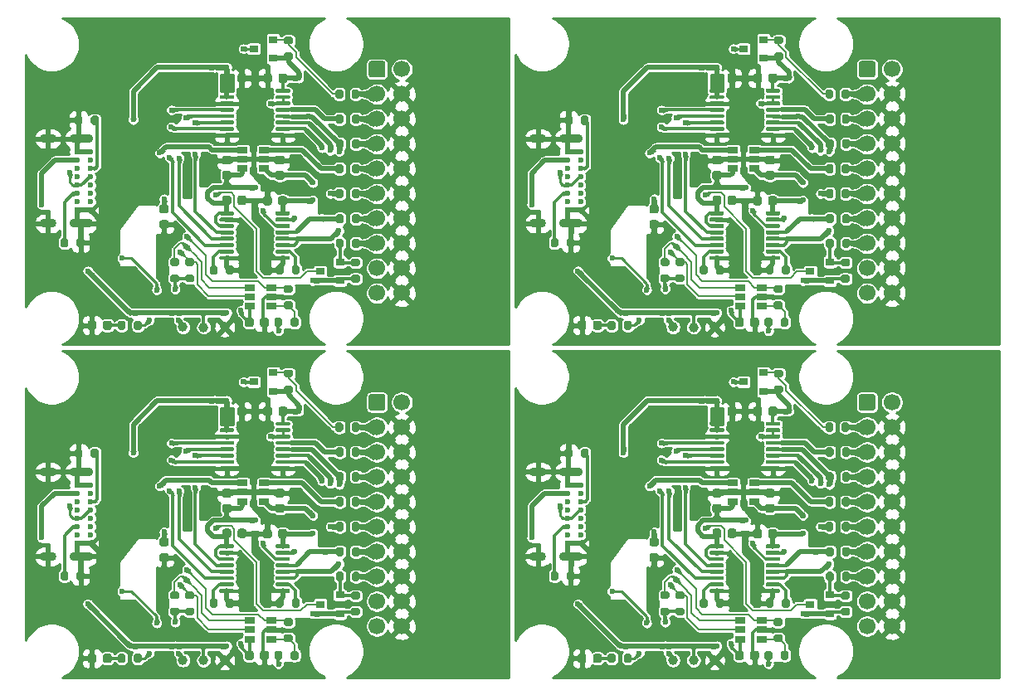
<source format=gtl>
G04 #@! TF.GenerationSoftware,KiCad,Pcbnew,(5.1.10-1-10_14)*
G04 #@! TF.CreationDate,2021-09-04T17:53:57+09:00*
G04 #@! TF.ProjectId,ft2232_jtag_tap,66743232-3332-45f6-9a74-61675f746170,rev?*
G04 #@! TF.SameCoordinates,Original*
G04 #@! TF.FileFunction,Copper,L1,Top*
G04 #@! TF.FilePolarity,Positive*
%FSLAX46Y46*%
G04 Gerber Fmt 4.6, Leading zero omitted, Abs format (unit mm)*
G04 Created by KiCad (PCBNEW (5.1.10-1-10_14)) date 2021-09-04 17:53:57*
%MOMM*%
%LPD*%
G01*
G04 APERTURE LIST*
G04 #@! TA.AperFunction,ComponentPad*
%ADD10C,1.700000*%
G04 #@! TD*
G04 #@! TA.AperFunction,SMDPad,CuDef*
%ADD11R,1.060000X0.650000*%
G04 #@! TD*
G04 #@! TA.AperFunction,SMDPad,CuDef*
%ADD12R,0.900000X0.800000*%
G04 #@! TD*
G04 #@! TA.AperFunction,ComponentPad*
%ADD13C,0.600000*%
G04 #@! TD*
G04 #@! TA.AperFunction,ComponentPad*
%ADD14O,2.400000X0.900000*%
G04 #@! TD*
G04 #@! TA.AperFunction,ComponentPad*
%ADD15O,1.700000X0.900000*%
G04 #@! TD*
G04 #@! TA.AperFunction,SMDPad,CuDef*
%ADD16C,1.000000*%
G04 #@! TD*
G04 #@! TA.AperFunction,ViaPad*
%ADD17C,0.600000*%
G04 #@! TD*
G04 #@! TA.AperFunction,Conductor*
%ADD18C,0.300000*%
G04 #@! TD*
G04 #@! TA.AperFunction,Conductor*
%ADD19C,0.500000*%
G04 #@! TD*
G04 #@! TA.AperFunction,Conductor*
%ADD20C,0.250000*%
G04 #@! TD*
G04 #@! TA.AperFunction,Conductor*
%ADD21C,0.200000*%
G04 #@! TD*
G04 #@! TA.AperFunction,Conductor*
%ADD22C,0.254000*%
G04 #@! TD*
G04 #@! TA.AperFunction,Conductor*
%ADD23C,0.100000*%
G04 #@! TD*
G04 #@! TA.AperFunction,Conductor*
%ADD24C,0.025400*%
G04 #@! TD*
G04 APERTURE END LIST*
G04 #@! TA.AperFunction,ComponentPad*
G36*
G01*
X135350000Y-140180000D02*
X135350000Y-138980000D01*
G75*
G02*
X135600000Y-138730000I250000J0D01*
G01*
X136800000Y-138730000D01*
G75*
G02*
X137050000Y-138980000I0J-250000D01*
G01*
X137050000Y-140180000D01*
G75*
G02*
X136800000Y-140430000I-250000J0D01*
G01*
X135600000Y-140430000D01*
G75*
G02*
X135350000Y-140180000I0J250000D01*
G01*
G37*
G04 #@! TD.AperFunction*
D10*
X136200000Y-142120000D03*
X136200000Y-144660000D03*
X136200000Y-147200000D03*
X136200000Y-149740000D03*
X136200000Y-152280000D03*
X136200000Y-154820000D03*
X136200000Y-157360000D03*
X136200000Y-159900000D03*
X136200000Y-162440000D03*
X138740000Y-139580000D03*
X138740000Y-142120000D03*
X138740000Y-144660000D03*
X138740000Y-147200000D03*
X138740000Y-149740000D03*
X138740000Y-152280000D03*
X138740000Y-154820000D03*
X138740000Y-157360000D03*
X138740000Y-159900000D03*
X138740000Y-162440000D03*
G04 #@! TA.AperFunction,ComponentPad*
G36*
G01*
X85350000Y-140180000D02*
X85350000Y-138980000D01*
G75*
G02*
X85600000Y-138730000I250000J0D01*
G01*
X86800000Y-138730000D01*
G75*
G02*
X87050000Y-138980000I0J-250000D01*
G01*
X87050000Y-140180000D01*
G75*
G02*
X86800000Y-140430000I-250000J0D01*
G01*
X85600000Y-140430000D01*
G75*
G02*
X85350000Y-140180000I0J250000D01*
G01*
G37*
G04 #@! TD.AperFunction*
X86200000Y-142120000D03*
X86200000Y-144660000D03*
X86200000Y-147200000D03*
X86200000Y-149740000D03*
X86200000Y-152280000D03*
X86200000Y-154820000D03*
X86200000Y-157360000D03*
X86200000Y-159900000D03*
X86200000Y-162440000D03*
X88740000Y-139580000D03*
X88740000Y-142120000D03*
X88740000Y-144660000D03*
X88740000Y-147200000D03*
X88740000Y-149740000D03*
X88740000Y-152280000D03*
X88740000Y-154820000D03*
X88740000Y-157360000D03*
X88740000Y-159900000D03*
X88740000Y-162440000D03*
G04 #@! TA.AperFunction,ComponentPad*
G36*
G01*
X135350000Y-106180000D02*
X135350000Y-104980000D01*
G75*
G02*
X135600000Y-104730000I250000J0D01*
G01*
X136800000Y-104730000D01*
G75*
G02*
X137050000Y-104980000I0J-250000D01*
G01*
X137050000Y-106180000D01*
G75*
G02*
X136800000Y-106430000I-250000J0D01*
G01*
X135600000Y-106430000D01*
G75*
G02*
X135350000Y-106180000I0J250000D01*
G01*
G37*
G04 #@! TD.AperFunction*
X136200000Y-108120000D03*
X136200000Y-110660000D03*
X136200000Y-113200000D03*
X136200000Y-115740000D03*
X136200000Y-118280000D03*
X136200000Y-120820000D03*
X136200000Y-123360000D03*
X136200000Y-125900000D03*
X136200000Y-128440000D03*
X138740000Y-105580000D03*
X138740000Y-108120000D03*
X138740000Y-110660000D03*
X138740000Y-113200000D03*
X138740000Y-115740000D03*
X138740000Y-118280000D03*
X138740000Y-120820000D03*
X138740000Y-123360000D03*
X138740000Y-125900000D03*
X138740000Y-128440000D03*
G04 #@! TA.AperFunction,SMDPad,CuDef*
G36*
G01*
X109745000Y-165995000D02*
X109745000Y-165445000D01*
G75*
G02*
X109945000Y-165245000I200000J0D01*
G01*
X110345000Y-165245000D01*
G75*
G02*
X110545000Y-165445000I0J-200000D01*
G01*
X110545000Y-165995000D01*
G75*
G02*
X110345000Y-166195000I-200000J0D01*
G01*
X109945000Y-166195000D01*
G75*
G02*
X109745000Y-165995000I0J200000D01*
G01*
G37*
G04 #@! TD.AperFunction*
G04 #@! TA.AperFunction,SMDPad,CuDef*
G36*
G01*
X111395000Y-165995000D02*
X111395000Y-165445000D01*
G75*
G02*
X111595000Y-165245000I200000J0D01*
G01*
X111995000Y-165245000D01*
G75*
G02*
X112195000Y-165445000I0J-200000D01*
G01*
X112195000Y-165995000D01*
G75*
G02*
X111995000Y-166195000I-200000J0D01*
G01*
X111595000Y-166195000D01*
G75*
G02*
X111395000Y-165995000I0J200000D01*
G01*
G37*
G04 #@! TD.AperFunction*
G04 #@! TA.AperFunction,SMDPad,CuDef*
G36*
G01*
X59745000Y-165995000D02*
X59745000Y-165445000D01*
G75*
G02*
X59945000Y-165245000I200000J0D01*
G01*
X60345000Y-165245000D01*
G75*
G02*
X60545000Y-165445000I0J-200000D01*
G01*
X60545000Y-165995000D01*
G75*
G02*
X60345000Y-166195000I-200000J0D01*
G01*
X59945000Y-166195000D01*
G75*
G02*
X59745000Y-165995000I0J200000D01*
G01*
G37*
G04 #@! TD.AperFunction*
G04 #@! TA.AperFunction,SMDPad,CuDef*
G36*
G01*
X61395000Y-165995000D02*
X61395000Y-165445000D01*
G75*
G02*
X61595000Y-165245000I200000J0D01*
G01*
X61995000Y-165245000D01*
G75*
G02*
X62195000Y-165445000I0J-200000D01*
G01*
X62195000Y-165995000D01*
G75*
G02*
X61995000Y-166195000I-200000J0D01*
G01*
X61595000Y-166195000D01*
G75*
G02*
X61395000Y-165995000I0J200000D01*
G01*
G37*
G04 #@! TD.AperFunction*
G04 #@! TA.AperFunction,SMDPad,CuDef*
G36*
G01*
X109745000Y-131995000D02*
X109745000Y-131445000D01*
G75*
G02*
X109945000Y-131245000I200000J0D01*
G01*
X110345000Y-131245000D01*
G75*
G02*
X110545000Y-131445000I0J-200000D01*
G01*
X110545000Y-131995000D01*
G75*
G02*
X110345000Y-132195000I-200000J0D01*
G01*
X109945000Y-132195000D01*
G75*
G02*
X109745000Y-131995000I0J200000D01*
G01*
G37*
G04 #@! TD.AperFunction*
G04 #@! TA.AperFunction,SMDPad,CuDef*
G36*
G01*
X111395000Y-131995000D02*
X111395000Y-131445000D01*
G75*
G02*
X111595000Y-131245000I200000J0D01*
G01*
X111995000Y-131245000D01*
G75*
G02*
X112195000Y-131445000I0J-200000D01*
G01*
X112195000Y-131995000D01*
G75*
G02*
X111995000Y-132195000I-200000J0D01*
G01*
X111595000Y-132195000D01*
G75*
G02*
X111395000Y-131995000I0J200000D01*
G01*
G37*
G04 #@! TD.AperFunction*
G04 #@! TA.AperFunction,SMDPad,CuDef*
G36*
G01*
X105345000Y-145065000D02*
X105345000Y-144515000D01*
G75*
G02*
X105545000Y-144315000I200000J0D01*
G01*
X105945000Y-144315000D01*
G75*
G02*
X106145000Y-144515000I0J-200000D01*
G01*
X106145000Y-145065000D01*
G75*
G02*
X105945000Y-145265000I-200000J0D01*
G01*
X105545000Y-145265000D01*
G75*
G02*
X105345000Y-145065000I0J200000D01*
G01*
G37*
G04 #@! TD.AperFunction*
G04 #@! TA.AperFunction,SMDPad,CuDef*
G36*
G01*
X106995000Y-145065000D02*
X106995000Y-144515000D01*
G75*
G02*
X107195000Y-144315000I200000J0D01*
G01*
X107595000Y-144315000D01*
G75*
G02*
X107795000Y-144515000I0J-200000D01*
G01*
X107795000Y-145065000D01*
G75*
G02*
X107595000Y-145265000I-200000J0D01*
G01*
X107195000Y-145265000D01*
G75*
G02*
X106995000Y-145065000I0J200000D01*
G01*
G37*
G04 #@! TD.AperFunction*
G04 #@! TA.AperFunction,SMDPad,CuDef*
G36*
G01*
X55345000Y-145065000D02*
X55345000Y-144515000D01*
G75*
G02*
X55545000Y-144315000I200000J0D01*
G01*
X55945000Y-144315000D01*
G75*
G02*
X56145000Y-144515000I0J-200000D01*
G01*
X56145000Y-145065000D01*
G75*
G02*
X55945000Y-145265000I-200000J0D01*
G01*
X55545000Y-145265000D01*
G75*
G02*
X55345000Y-145065000I0J200000D01*
G01*
G37*
G04 #@! TD.AperFunction*
G04 #@! TA.AperFunction,SMDPad,CuDef*
G36*
G01*
X56995000Y-145065000D02*
X56995000Y-144515000D01*
G75*
G02*
X57195000Y-144315000I200000J0D01*
G01*
X57595000Y-144315000D01*
G75*
G02*
X57795000Y-144515000I0J-200000D01*
G01*
X57795000Y-145065000D01*
G75*
G02*
X57595000Y-145265000I-200000J0D01*
G01*
X57195000Y-145265000D01*
G75*
G02*
X56995000Y-145065000I0J200000D01*
G01*
G37*
G04 #@! TD.AperFunction*
G04 #@! TA.AperFunction,SMDPad,CuDef*
G36*
G01*
X105345000Y-111065000D02*
X105345000Y-110515000D01*
G75*
G02*
X105545000Y-110315000I200000J0D01*
G01*
X105945000Y-110315000D01*
G75*
G02*
X106145000Y-110515000I0J-200000D01*
G01*
X106145000Y-111065000D01*
G75*
G02*
X105945000Y-111265000I-200000J0D01*
G01*
X105545000Y-111265000D01*
G75*
G02*
X105345000Y-111065000I0J200000D01*
G01*
G37*
G04 #@! TD.AperFunction*
G04 #@! TA.AperFunction,SMDPad,CuDef*
G36*
G01*
X106995000Y-111065000D02*
X106995000Y-110515000D01*
G75*
G02*
X107195000Y-110315000I200000J0D01*
G01*
X107595000Y-110315000D01*
G75*
G02*
X107795000Y-110515000I0J-200000D01*
G01*
X107795000Y-111065000D01*
G75*
G02*
X107595000Y-111265000I-200000J0D01*
G01*
X107195000Y-111265000D01*
G75*
G02*
X106995000Y-111065000I0J200000D01*
G01*
G37*
G04 #@! TD.AperFunction*
G04 #@! TA.AperFunction,SMDPad,CuDef*
G36*
G01*
X106365000Y-157025000D02*
X106365000Y-157575000D01*
G75*
G02*
X106165000Y-157775000I-200000J0D01*
G01*
X105765000Y-157775000D01*
G75*
G02*
X105565000Y-157575000I0J200000D01*
G01*
X105565000Y-157025000D01*
G75*
G02*
X105765000Y-156825000I200000J0D01*
G01*
X106165000Y-156825000D01*
G75*
G02*
X106365000Y-157025000I0J-200000D01*
G01*
G37*
G04 #@! TD.AperFunction*
G04 #@! TA.AperFunction,SMDPad,CuDef*
G36*
G01*
X104715000Y-157025000D02*
X104715000Y-157575000D01*
G75*
G02*
X104515000Y-157775000I-200000J0D01*
G01*
X104115000Y-157775000D01*
G75*
G02*
X103915000Y-157575000I0J200000D01*
G01*
X103915000Y-157025000D01*
G75*
G02*
X104115000Y-156825000I200000J0D01*
G01*
X104515000Y-156825000D01*
G75*
G02*
X104715000Y-157025000I0J-200000D01*
G01*
G37*
G04 #@! TD.AperFunction*
G04 #@! TA.AperFunction,SMDPad,CuDef*
G36*
G01*
X56365000Y-157025000D02*
X56365000Y-157575000D01*
G75*
G02*
X56165000Y-157775000I-200000J0D01*
G01*
X55765000Y-157775000D01*
G75*
G02*
X55565000Y-157575000I0J200000D01*
G01*
X55565000Y-157025000D01*
G75*
G02*
X55765000Y-156825000I200000J0D01*
G01*
X56165000Y-156825000D01*
G75*
G02*
X56365000Y-157025000I0J-200000D01*
G01*
G37*
G04 #@! TD.AperFunction*
G04 #@! TA.AperFunction,SMDPad,CuDef*
G36*
G01*
X54715000Y-157025000D02*
X54715000Y-157575000D01*
G75*
G02*
X54515000Y-157775000I-200000J0D01*
G01*
X54115000Y-157775000D01*
G75*
G02*
X53915000Y-157575000I0J200000D01*
G01*
X53915000Y-157025000D01*
G75*
G02*
X54115000Y-156825000I200000J0D01*
G01*
X54515000Y-156825000D01*
G75*
G02*
X54715000Y-157025000I0J-200000D01*
G01*
G37*
G04 #@! TD.AperFunction*
G04 #@! TA.AperFunction,SMDPad,CuDef*
G36*
G01*
X106365000Y-123025000D02*
X106365000Y-123575000D01*
G75*
G02*
X106165000Y-123775000I-200000J0D01*
G01*
X105765000Y-123775000D01*
G75*
G02*
X105565000Y-123575000I0J200000D01*
G01*
X105565000Y-123025000D01*
G75*
G02*
X105765000Y-122825000I200000J0D01*
G01*
X106165000Y-122825000D01*
G75*
G02*
X106365000Y-123025000I0J-200000D01*
G01*
G37*
G04 #@! TD.AperFunction*
G04 #@! TA.AperFunction,SMDPad,CuDef*
G36*
G01*
X104715000Y-123025000D02*
X104715000Y-123575000D01*
G75*
G02*
X104515000Y-123775000I-200000J0D01*
G01*
X104115000Y-123775000D01*
G75*
G02*
X103915000Y-123575000I0J200000D01*
G01*
X103915000Y-123025000D01*
G75*
G02*
X104115000Y-122825000I200000J0D01*
G01*
X104515000Y-122825000D01*
G75*
G02*
X104715000Y-123025000I0J-200000D01*
G01*
G37*
G04 #@! TD.AperFunction*
G04 #@! TA.AperFunction,SMDPad,CuDef*
G36*
G01*
X116825000Y-158885000D02*
X117375000Y-158885000D01*
G75*
G02*
X117575000Y-159085000I0J-200000D01*
G01*
X117575000Y-159485000D01*
G75*
G02*
X117375000Y-159685000I-200000J0D01*
G01*
X116825000Y-159685000D01*
G75*
G02*
X116625000Y-159485000I0J200000D01*
G01*
X116625000Y-159085000D01*
G75*
G02*
X116825000Y-158885000I200000J0D01*
G01*
G37*
G04 #@! TD.AperFunction*
G04 #@! TA.AperFunction,SMDPad,CuDef*
G36*
G01*
X116825000Y-160535000D02*
X117375000Y-160535000D01*
G75*
G02*
X117575000Y-160735000I0J-200000D01*
G01*
X117575000Y-161135000D01*
G75*
G02*
X117375000Y-161335000I-200000J0D01*
G01*
X116825000Y-161335000D01*
G75*
G02*
X116625000Y-161135000I0J200000D01*
G01*
X116625000Y-160735000D01*
G75*
G02*
X116825000Y-160535000I200000J0D01*
G01*
G37*
G04 #@! TD.AperFunction*
G04 #@! TA.AperFunction,SMDPad,CuDef*
G36*
G01*
X66825000Y-158885000D02*
X67375000Y-158885000D01*
G75*
G02*
X67575000Y-159085000I0J-200000D01*
G01*
X67575000Y-159485000D01*
G75*
G02*
X67375000Y-159685000I-200000J0D01*
G01*
X66825000Y-159685000D01*
G75*
G02*
X66625000Y-159485000I0J200000D01*
G01*
X66625000Y-159085000D01*
G75*
G02*
X66825000Y-158885000I200000J0D01*
G01*
G37*
G04 #@! TD.AperFunction*
G04 #@! TA.AperFunction,SMDPad,CuDef*
G36*
G01*
X66825000Y-160535000D02*
X67375000Y-160535000D01*
G75*
G02*
X67575000Y-160735000I0J-200000D01*
G01*
X67575000Y-161135000D01*
G75*
G02*
X67375000Y-161335000I-200000J0D01*
G01*
X66825000Y-161335000D01*
G75*
G02*
X66625000Y-161135000I0J200000D01*
G01*
X66625000Y-160735000D01*
G75*
G02*
X66825000Y-160535000I200000J0D01*
G01*
G37*
G04 #@! TD.AperFunction*
G04 #@! TA.AperFunction,SMDPad,CuDef*
G36*
G01*
X116825000Y-124885000D02*
X117375000Y-124885000D01*
G75*
G02*
X117575000Y-125085000I0J-200000D01*
G01*
X117575000Y-125485000D01*
G75*
G02*
X117375000Y-125685000I-200000J0D01*
G01*
X116825000Y-125685000D01*
G75*
G02*
X116625000Y-125485000I0J200000D01*
G01*
X116625000Y-125085000D01*
G75*
G02*
X116825000Y-124885000I200000J0D01*
G01*
G37*
G04 #@! TD.AperFunction*
G04 #@! TA.AperFunction,SMDPad,CuDef*
G36*
G01*
X116825000Y-126535000D02*
X117375000Y-126535000D01*
G75*
G02*
X117575000Y-126735000I0J-200000D01*
G01*
X117575000Y-127135000D01*
G75*
G02*
X117375000Y-127335000I-200000J0D01*
G01*
X116825000Y-127335000D01*
G75*
G02*
X116625000Y-127135000I0J200000D01*
G01*
X116625000Y-126735000D01*
G75*
G02*
X116825000Y-126535000I200000J0D01*
G01*
G37*
G04 #@! TD.AperFunction*
G04 #@! TA.AperFunction,SMDPad,CuDef*
G36*
G01*
X128185000Y-165135000D02*
X128185000Y-165685000D01*
G75*
G02*
X127985000Y-165885000I-200000J0D01*
G01*
X127585000Y-165885000D01*
G75*
G02*
X127385000Y-165685000I0J200000D01*
G01*
X127385000Y-165135000D01*
G75*
G02*
X127585000Y-164935000I200000J0D01*
G01*
X127985000Y-164935000D01*
G75*
G02*
X128185000Y-165135000I0J-200000D01*
G01*
G37*
G04 #@! TD.AperFunction*
G04 #@! TA.AperFunction,SMDPad,CuDef*
G36*
G01*
X126535000Y-165135000D02*
X126535000Y-165685000D01*
G75*
G02*
X126335000Y-165885000I-200000J0D01*
G01*
X125935000Y-165885000D01*
G75*
G02*
X125735000Y-165685000I0J200000D01*
G01*
X125735000Y-165135000D01*
G75*
G02*
X125935000Y-164935000I200000J0D01*
G01*
X126335000Y-164935000D01*
G75*
G02*
X126535000Y-165135000I0J-200000D01*
G01*
G37*
G04 #@! TD.AperFunction*
G04 #@! TA.AperFunction,SMDPad,CuDef*
G36*
G01*
X78185000Y-165135000D02*
X78185000Y-165685000D01*
G75*
G02*
X77985000Y-165885000I-200000J0D01*
G01*
X77585000Y-165885000D01*
G75*
G02*
X77385000Y-165685000I0J200000D01*
G01*
X77385000Y-165135000D01*
G75*
G02*
X77585000Y-164935000I200000J0D01*
G01*
X77985000Y-164935000D01*
G75*
G02*
X78185000Y-165135000I0J-200000D01*
G01*
G37*
G04 #@! TD.AperFunction*
G04 #@! TA.AperFunction,SMDPad,CuDef*
G36*
G01*
X76535000Y-165135000D02*
X76535000Y-165685000D01*
G75*
G02*
X76335000Y-165885000I-200000J0D01*
G01*
X75935000Y-165885000D01*
G75*
G02*
X75735000Y-165685000I0J200000D01*
G01*
X75735000Y-165135000D01*
G75*
G02*
X75935000Y-164935000I200000J0D01*
G01*
X76335000Y-164935000D01*
G75*
G02*
X76535000Y-165135000I0J-200000D01*
G01*
G37*
G04 #@! TD.AperFunction*
G04 #@! TA.AperFunction,SMDPad,CuDef*
G36*
G01*
X128185000Y-131135000D02*
X128185000Y-131685000D01*
G75*
G02*
X127985000Y-131885000I-200000J0D01*
G01*
X127585000Y-131885000D01*
G75*
G02*
X127385000Y-131685000I0J200000D01*
G01*
X127385000Y-131135000D01*
G75*
G02*
X127585000Y-130935000I200000J0D01*
G01*
X127985000Y-130935000D01*
G75*
G02*
X128185000Y-131135000I0J-200000D01*
G01*
G37*
G04 #@! TD.AperFunction*
G04 #@! TA.AperFunction,SMDPad,CuDef*
G36*
G01*
X126535000Y-131135000D02*
X126535000Y-131685000D01*
G75*
G02*
X126335000Y-131885000I-200000J0D01*
G01*
X125935000Y-131885000D01*
G75*
G02*
X125735000Y-131685000I0J200000D01*
G01*
X125735000Y-131135000D01*
G75*
G02*
X125935000Y-130935000I200000J0D01*
G01*
X126335000Y-130935000D01*
G75*
G02*
X126535000Y-131135000I0J-200000D01*
G01*
G37*
G04 #@! TD.AperFunction*
G04 #@! TA.AperFunction,SMDPad,CuDef*
G36*
G01*
X126855000Y-161615000D02*
X127405000Y-161615000D01*
G75*
G02*
X127605000Y-161815000I0J-200000D01*
G01*
X127605000Y-162215000D01*
G75*
G02*
X127405000Y-162415000I-200000J0D01*
G01*
X126855000Y-162415000D01*
G75*
G02*
X126655000Y-162215000I0J200000D01*
G01*
X126655000Y-161815000D01*
G75*
G02*
X126855000Y-161615000I200000J0D01*
G01*
G37*
G04 #@! TD.AperFunction*
G04 #@! TA.AperFunction,SMDPad,CuDef*
G36*
G01*
X126855000Y-163265000D02*
X127405000Y-163265000D01*
G75*
G02*
X127605000Y-163465000I0J-200000D01*
G01*
X127605000Y-163865000D01*
G75*
G02*
X127405000Y-164065000I-200000J0D01*
G01*
X126855000Y-164065000D01*
G75*
G02*
X126655000Y-163865000I0J200000D01*
G01*
X126655000Y-163465000D01*
G75*
G02*
X126855000Y-163265000I200000J0D01*
G01*
G37*
G04 #@! TD.AperFunction*
G04 #@! TA.AperFunction,SMDPad,CuDef*
G36*
G01*
X76855000Y-161615000D02*
X77405000Y-161615000D01*
G75*
G02*
X77605000Y-161815000I0J-200000D01*
G01*
X77605000Y-162215000D01*
G75*
G02*
X77405000Y-162415000I-200000J0D01*
G01*
X76855000Y-162415000D01*
G75*
G02*
X76655000Y-162215000I0J200000D01*
G01*
X76655000Y-161815000D01*
G75*
G02*
X76855000Y-161615000I200000J0D01*
G01*
G37*
G04 #@! TD.AperFunction*
G04 #@! TA.AperFunction,SMDPad,CuDef*
G36*
G01*
X76855000Y-163265000D02*
X77405000Y-163265000D01*
G75*
G02*
X77605000Y-163465000I0J-200000D01*
G01*
X77605000Y-163865000D01*
G75*
G02*
X77405000Y-164065000I-200000J0D01*
G01*
X76855000Y-164065000D01*
G75*
G02*
X76655000Y-163865000I0J200000D01*
G01*
X76655000Y-163465000D01*
G75*
G02*
X76855000Y-163265000I200000J0D01*
G01*
G37*
G04 #@! TD.AperFunction*
G04 #@! TA.AperFunction,SMDPad,CuDef*
G36*
G01*
X126855000Y-127615000D02*
X127405000Y-127615000D01*
G75*
G02*
X127605000Y-127815000I0J-200000D01*
G01*
X127605000Y-128215000D01*
G75*
G02*
X127405000Y-128415000I-200000J0D01*
G01*
X126855000Y-128415000D01*
G75*
G02*
X126655000Y-128215000I0J200000D01*
G01*
X126655000Y-127815000D01*
G75*
G02*
X126855000Y-127615000I200000J0D01*
G01*
G37*
G04 #@! TD.AperFunction*
G04 #@! TA.AperFunction,SMDPad,CuDef*
G36*
G01*
X126855000Y-129265000D02*
X127405000Y-129265000D01*
G75*
G02*
X127605000Y-129465000I0J-200000D01*
G01*
X127605000Y-129865000D01*
G75*
G02*
X127405000Y-130065000I-200000J0D01*
G01*
X126855000Y-130065000D01*
G75*
G02*
X126655000Y-129865000I0J200000D01*
G01*
X126655000Y-129465000D01*
G75*
G02*
X126855000Y-129265000I200000J0D01*
G01*
G37*
G04 #@! TD.AperFunction*
G04 #@! TA.AperFunction,SMDPad,CuDef*
G36*
G01*
X115295000Y-158885000D02*
X115845000Y-158885000D01*
G75*
G02*
X116045000Y-159085000I0J-200000D01*
G01*
X116045000Y-159485000D01*
G75*
G02*
X115845000Y-159685000I-200000J0D01*
G01*
X115295000Y-159685000D01*
G75*
G02*
X115095000Y-159485000I0J200000D01*
G01*
X115095000Y-159085000D01*
G75*
G02*
X115295000Y-158885000I200000J0D01*
G01*
G37*
G04 #@! TD.AperFunction*
G04 #@! TA.AperFunction,SMDPad,CuDef*
G36*
G01*
X115295000Y-160535000D02*
X115845000Y-160535000D01*
G75*
G02*
X116045000Y-160735000I0J-200000D01*
G01*
X116045000Y-161135000D01*
G75*
G02*
X115845000Y-161335000I-200000J0D01*
G01*
X115295000Y-161335000D01*
G75*
G02*
X115095000Y-161135000I0J200000D01*
G01*
X115095000Y-160735000D01*
G75*
G02*
X115295000Y-160535000I200000J0D01*
G01*
G37*
G04 #@! TD.AperFunction*
G04 #@! TA.AperFunction,SMDPad,CuDef*
G36*
G01*
X65295000Y-158885000D02*
X65845000Y-158885000D01*
G75*
G02*
X66045000Y-159085000I0J-200000D01*
G01*
X66045000Y-159485000D01*
G75*
G02*
X65845000Y-159685000I-200000J0D01*
G01*
X65295000Y-159685000D01*
G75*
G02*
X65095000Y-159485000I0J200000D01*
G01*
X65095000Y-159085000D01*
G75*
G02*
X65295000Y-158885000I200000J0D01*
G01*
G37*
G04 #@! TD.AperFunction*
G04 #@! TA.AperFunction,SMDPad,CuDef*
G36*
G01*
X65295000Y-160535000D02*
X65845000Y-160535000D01*
G75*
G02*
X66045000Y-160735000I0J-200000D01*
G01*
X66045000Y-161135000D01*
G75*
G02*
X65845000Y-161335000I-200000J0D01*
G01*
X65295000Y-161335000D01*
G75*
G02*
X65095000Y-161135000I0J200000D01*
G01*
X65095000Y-160735000D01*
G75*
G02*
X65295000Y-160535000I200000J0D01*
G01*
G37*
G04 #@! TD.AperFunction*
G04 #@! TA.AperFunction,SMDPad,CuDef*
G36*
G01*
X115295000Y-124885000D02*
X115845000Y-124885000D01*
G75*
G02*
X116045000Y-125085000I0J-200000D01*
G01*
X116045000Y-125485000D01*
G75*
G02*
X115845000Y-125685000I-200000J0D01*
G01*
X115295000Y-125685000D01*
G75*
G02*
X115095000Y-125485000I0J200000D01*
G01*
X115095000Y-125085000D01*
G75*
G02*
X115295000Y-124885000I200000J0D01*
G01*
G37*
G04 #@! TD.AperFunction*
G04 #@! TA.AperFunction,SMDPad,CuDef*
G36*
G01*
X115295000Y-126535000D02*
X115845000Y-126535000D01*
G75*
G02*
X116045000Y-126735000I0J-200000D01*
G01*
X116045000Y-127135000D01*
G75*
G02*
X115845000Y-127335000I-200000J0D01*
G01*
X115295000Y-127335000D01*
G75*
G02*
X115095000Y-127135000I0J200000D01*
G01*
X115095000Y-126735000D01*
G75*
G02*
X115295000Y-126535000I200000J0D01*
G01*
G37*
G04 #@! TD.AperFunction*
D11*
X125450000Y-163760000D03*
X125450000Y-162810000D03*
X125450000Y-161860000D03*
X123250000Y-161860000D03*
X123250000Y-163760000D03*
X123250000Y-162810000D03*
X75450000Y-163760000D03*
X75450000Y-162810000D03*
X75450000Y-161860000D03*
X73250000Y-161860000D03*
X73250000Y-163760000D03*
X73250000Y-162810000D03*
X125450000Y-129760000D03*
X125450000Y-128810000D03*
X125450000Y-127860000D03*
X123250000Y-127860000D03*
X123250000Y-129760000D03*
X123250000Y-128810000D03*
D12*
X125610000Y-138450000D03*
X125610000Y-136550000D03*
X123610000Y-137500000D03*
X75610000Y-138450000D03*
X75610000Y-136550000D03*
X73610000Y-137500000D03*
X125610000Y-104450000D03*
X125610000Y-102550000D03*
X123610000Y-103500000D03*
X132410000Y-161160000D03*
X132410000Y-159260000D03*
X130410000Y-160210000D03*
X82410000Y-161160000D03*
X82410000Y-159260000D03*
X80410000Y-160210000D03*
X132410000Y-127160000D03*
X132410000Y-125260000D03*
X130410000Y-126210000D03*
G04 #@! TA.AperFunction,SMDPad,CuDef*
G36*
G01*
X121585000Y-159815000D02*
X121585000Y-160365000D01*
G75*
G02*
X121385000Y-160565000I-200000J0D01*
G01*
X120985000Y-160565000D01*
G75*
G02*
X120785000Y-160365000I0J200000D01*
G01*
X120785000Y-159815000D01*
G75*
G02*
X120985000Y-159615000I200000J0D01*
G01*
X121385000Y-159615000D01*
G75*
G02*
X121585000Y-159815000I0J-200000D01*
G01*
G37*
G04 #@! TD.AperFunction*
G04 #@! TA.AperFunction,SMDPad,CuDef*
G36*
G01*
X119935000Y-159815000D02*
X119935000Y-160365000D01*
G75*
G02*
X119735000Y-160565000I-200000J0D01*
G01*
X119335000Y-160565000D01*
G75*
G02*
X119135000Y-160365000I0J200000D01*
G01*
X119135000Y-159815000D01*
G75*
G02*
X119335000Y-159615000I200000J0D01*
G01*
X119735000Y-159615000D01*
G75*
G02*
X119935000Y-159815000I0J-200000D01*
G01*
G37*
G04 #@! TD.AperFunction*
G04 #@! TA.AperFunction,SMDPad,CuDef*
G36*
G01*
X71585000Y-159815000D02*
X71585000Y-160365000D01*
G75*
G02*
X71385000Y-160565000I-200000J0D01*
G01*
X70985000Y-160565000D01*
G75*
G02*
X70785000Y-160365000I0J200000D01*
G01*
X70785000Y-159815000D01*
G75*
G02*
X70985000Y-159615000I200000J0D01*
G01*
X71385000Y-159615000D01*
G75*
G02*
X71585000Y-159815000I0J-200000D01*
G01*
G37*
G04 #@! TD.AperFunction*
G04 #@! TA.AperFunction,SMDPad,CuDef*
G36*
G01*
X69935000Y-159815000D02*
X69935000Y-160365000D01*
G75*
G02*
X69735000Y-160565000I-200000J0D01*
G01*
X69335000Y-160565000D01*
G75*
G02*
X69135000Y-160365000I0J200000D01*
G01*
X69135000Y-159815000D01*
G75*
G02*
X69335000Y-159615000I200000J0D01*
G01*
X69735000Y-159615000D01*
G75*
G02*
X69935000Y-159815000I0J-200000D01*
G01*
G37*
G04 #@! TD.AperFunction*
G04 #@! TA.AperFunction,SMDPad,CuDef*
G36*
G01*
X121585000Y-125815000D02*
X121585000Y-126365000D01*
G75*
G02*
X121385000Y-126565000I-200000J0D01*
G01*
X120985000Y-126565000D01*
G75*
G02*
X120785000Y-126365000I0J200000D01*
G01*
X120785000Y-125815000D01*
G75*
G02*
X120985000Y-125615000I200000J0D01*
G01*
X121385000Y-125615000D01*
G75*
G02*
X121585000Y-125815000I0J-200000D01*
G01*
G37*
G04 #@! TD.AperFunction*
G04 #@! TA.AperFunction,SMDPad,CuDef*
G36*
G01*
X119935000Y-125815000D02*
X119935000Y-126365000D01*
G75*
G02*
X119735000Y-126565000I-200000J0D01*
G01*
X119335000Y-126565000D01*
G75*
G02*
X119135000Y-126365000I0J200000D01*
G01*
X119135000Y-125815000D01*
G75*
G02*
X119335000Y-125615000I200000J0D01*
G01*
X119735000Y-125615000D01*
G75*
G02*
X119935000Y-125815000I0J-200000D01*
G01*
G37*
G04 #@! TD.AperFunction*
G04 #@! TA.AperFunction,SMDPad,CuDef*
G36*
G01*
X128315000Y-159795000D02*
X128315000Y-160345000D01*
G75*
G02*
X128115000Y-160545000I-200000J0D01*
G01*
X127715000Y-160545000D01*
G75*
G02*
X127515000Y-160345000I0J200000D01*
G01*
X127515000Y-159795000D01*
G75*
G02*
X127715000Y-159595000I200000J0D01*
G01*
X128115000Y-159595000D01*
G75*
G02*
X128315000Y-159795000I0J-200000D01*
G01*
G37*
G04 #@! TD.AperFunction*
G04 #@! TA.AperFunction,SMDPad,CuDef*
G36*
G01*
X126665000Y-159795000D02*
X126665000Y-160345000D01*
G75*
G02*
X126465000Y-160545000I-200000J0D01*
G01*
X126065000Y-160545000D01*
G75*
G02*
X125865000Y-160345000I0J200000D01*
G01*
X125865000Y-159795000D01*
G75*
G02*
X126065000Y-159595000I200000J0D01*
G01*
X126465000Y-159595000D01*
G75*
G02*
X126665000Y-159795000I0J-200000D01*
G01*
G37*
G04 #@! TD.AperFunction*
G04 #@! TA.AperFunction,SMDPad,CuDef*
G36*
G01*
X78315000Y-159795000D02*
X78315000Y-160345000D01*
G75*
G02*
X78115000Y-160545000I-200000J0D01*
G01*
X77715000Y-160545000D01*
G75*
G02*
X77515000Y-160345000I0J200000D01*
G01*
X77515000Y-159795000D01*
G75*
G02*
X77715000Y-159595000I200000J0D01*
G01*
X78115000Y-159595000D01*
G75*
G02*
X78315000Y-159795000I0J-200000D01*
G01*
G37*
G04 #@! TD.AperFunction*
G04 #@! TA.AperFunction,SMDPad,CuDef*
G36*
G01*
X76665000Y-159795000D02*
X76665000Y-160345000D01*
G75*
G02*
X76465000Y-160545000I-200000J0D01*
G01*
X76065000Y-160545000D01*
G75*
G02*
X75865000Y-160345000I0J200000D01*
G01*
X75865000Y-159795000D01*
G75*
G02*
X76065000Y-159595000I200000J0D01*
G01*
X76465000Y-159595000D01*
G75*
G02*
X76665000Y-159795000I0J-200000D01*
G01*
G37*
G04 #@! TD.AperFunction*
G04 #@! TA.AperFunction,SMDPad,CuDef*
G36*
G01*
X128315000Y-125795000D02*
X128315000Y-126345000D01*
G75*
G02*
X128115000Y-126545000I-200000J0D01*
G01*
X127715000Y-126545000D01*
G75*
G02*
X127515000Y-126345000I0J200000D01*
G01*
X127515000Y-125795000D01*
G75*
G02*
X127715000Y-125595000I200000J0D01*
G01*
X128115000Y-125595000D01*
G75*
G02*
X128315000Y-125795000I0J-200000D01*
G01*
G37*
G04 #@! TD.AperFunction*
G04 #@! TA.AperFunction,SMDPad,CuDef*
G36*
G01*
X126665000Y-125795000D02*
X126665000Y-126345000D01*
G75*
G02*
X126465000Y-126545000I-200000J0D01*
G01*
X126065000Y-126545000D01*
G75*
G02*
X125865000Y-126345000I0J200000D01*
G01*
X125865000Y-125795000D01*
G75*
G02*
X126065000Y-125595000I200000J0D01*
G01*
X126465000Y-125595000D01*
G75*
G02*
X126665000Y-125795000I0J-200000D01*
G01*
G37*
G04 #@! TD.AperFunction*
G04 #@! TA.AperFunction,SMDPad,CuDef*
G36*
G01*
X126895000Y-136235000D02*
X127445000Y-136235000D01*
G75*
G02*
X127645000Y-136435000I0J-200000D01*
G01*
X127645000Y-136835000D01*
G75*
G02*
X127445000Y-137035000I-200000J0D01*
G01*
X126895000Y-137035000D01*
G75*
G02*
X126695000Y-136835000I0J200000D01*
G01*
X126695000Y-136435000D01*
G75*
G02*
X126895000Y-136235000I200000J0D01*
G01*
G37*
G04 #@! TD.AperFunction*
G04 #@! TA.AperFunction,SMDPad,CuDef*
G36*
G01*
X126895000Y-137885000D02*
X127445000Y-137885000D01*
G75*
G02*
X127645000Y-138085000I0J-200000D01*
G01*
X127645000Y-138485000D01*
G75*
G02*
X127445000Y-138685000I-200000J0D01*
G01*
X126895000Y-138685000D01*
G75*
G02*
X126695000Y-138485000I0J200000D01*
G01*
X126695000Y-138085000D01*
G75*
G02*
X126895000Y-137885000I200000J0D01*
G01*
G37*
G04 #@! TD.AperFunction*
G04 #@! TA.AperFunction,SMDPad,CuDef*
G36*
G01*
X76895000Y-136235000D02*
X77445000Y-136235000D01*
G75*
G02*
X77645000Y-136435000I0J-200000D01*
G01*
X77645000Y-136835000D01*
G75*
G02*
X77445000Y-137035000I-200000J0D01*
G01*
X76895000Y-137035000D01*
G75*
G02*
X76695000Y-136835000I0J200000D01*
G01*
X76695000Y-136435000D01*
G75*
G02*
X76895000Y-136235000I200000J0D01*
G01*
G37*
G04 #@! TD.AperFunction*
G04 #@! TA.AperFunction,SMDPad,CuDef*
G36*
G01*
X76895000Y-137885000D02*
X77445000Y-137885000D01*
G75*
G02*
X77645000Y-138085000I0J-200000D01*
G01*
X77645000Y-138485000D01*
G75*
G02*
X77445000Y-138685000I-200000J0D01*
G01*
X76895000Y-138685000D01*
G75*
G02*
X76695000Y-138485000I0J200000D01*
G01*
X76695000Y-138085000D01*
G75*
G02*
X76895000Y-137885000I200000J0D01*
G01*
G37*
G04 #@! TD.AperFunction*
G04 #@! TA.AperFunction,SMDPad,CuDef*
G36*
G01*
X126895000Y-102235000D02*
X127445000Y-102235000D01*
G75*
G02*
X127645000Y-102435000I0J-200000D01*
G01*
X127645000Y-102835000D01*
G75*
G02*
X127445000Y-103035000I-200000J0D01*
G01*
X126895000Y-103035000D01*
G75*
G02*
X126695000Y-102835000I0J200000D01*
G01*
X126695000Y-102435000D01*
G75*
G02*
X126895000Y-102235000I200000J0D01*
G01*
G37*
G04 #@! TD.AperFunction*
G04 #@! TA.AperFunction,SMDPad,CuDef*
G36*
G01*
X126895000Y-103885000D02*
X127445000Y-103885000D01*
G75*
G02*
X127645000Y-104085000I0J-200000D01*
G01*
X127645000Y-104485000D01*
G75*
G02*
X127445000Y-104685000I-200000J0D01*
G01*
X126895000Y-104685000D01*
G75*
G02*
X126695000Y-104485000I0J200000D01*
G01*
X126695000Y-104085000D01*
G75*
G02*
X126895000Y-103885000I200000J0D01*
G01*
G37*
G04 #@! TD.AperFunction*
G04 #@! TA.AperFunction,SMDPad,CuDef*
G36*
G01*
X133725000Y-158915000D02*
X134275000Y-158915000D01*
G75*
G02*
X134475000Y-159115000I0J-200000D01*
G01*
X134475000Y-159515000D01*
G75*
G02*
X134275000Y-159715000I-200000J0D01*
G01*
X133725000Y-159715000D01*
G75*
G02*
X133525000Y-159515000I0J200000D01*
G01*
X133525000Y-159115000D01*
G75*
G02*
X133725000Y-158915000I200000J0D01*
G01*
G37*
G04 #@! TD.AperFunction*
G04 #@! TA.AperFunction,SMDPad,CuDef*
G36*
G01*
X133725000Y-160565000D02*
X134275000Y-160565000D01*
G75*
G02*
X134475000Y-160765000I0J-200000D01*
G01*
X134475000Y-161165000D01*
G75*
G02*
X134275000Y-161365000I-200000J0D01*
G01*
X133725000Y-161365000D01*
G75*
G02*
X133525000Y-161165000I0J200000D01*
G01*
X133525000Y-160765000D01*
G75*
G02*
X133725000Y-160565000I200000J0D01*
G01*
G37*
G04 #@! TD.AperFunction*
G04 #@! TA.AperFunction,SMDPad,CuDef*
G36*
G01*
X83725000Y-158915000D02*
X84275000Y-158915000D01*
G75*
G02*
X84475000Y-159115000I0J-200000D01*
G01*
X84475000Y-159515000D01*
G75*
G02*
X84275000Y-159715000I-200000J0D01*
G01*
X83725000Y-159715000D01*
G75*
G02*
X83525000Y-159515000I0J200000D01*
G01*
X83525000Y-159115000D01*
G75*
G02*
X83725000Y-158915000I200000J0D01*
G01*
G37*
G04 #@! TD.AperFunction*
G04 #@! TA.AperFunction,SMDPad,CuDef*
G36*
G01*
X83725000Y-160565000D02*
X84275000Y-160565000D01*
G75*
G02*
X84475000Y-160765000I0J-200000D01*
G01*
X84475000Y-161165000D01*
G75*
G02*
X84275000Y-161365000I-200000J0D01*
G01*
X83725000Y-161365000D01*
G75*
G02*
X83525000Y-161165000I0J200000D01*
G01*
X83525000Y-160765000D01*
G75*
G02*
X83725000Y-160565000I200000J0D01*
G01*
G37*
G04 #@! TD.AperFunction*
G04 #@! TA.AperFunction,SMDPad,CuDef*
G36*
G01*
X133725000Y-124915000D02*
X134275000Y-124915000D01*
G75*
G02*
X134475000Y-125115000I0J-200000D01*
G01*
X134475000Y-125515000D01*
G75*
G02*
X134275000Y-125715000I-200000J0D01*
G01*
X133725000Y-125715000D01*
G75*
G02*
X133525000Y-125515000I0J200000D01*
G01*
X133525000Y-125115000D01*
G75*
G02*
X133725000Y-124915000I200000J0D01*
G01*
G37*
G04 #@! TD.AperFunction*
G04 #@! TA.AperFunction,SMDPad,CuDef*
G36*
G01*
X133725000Y-126565000D02*
X134275000Y-126565000D01*
G75*
G02*
X134475000Y-126765000I0J-200000D01*
G01*
X134475000Y-127165000D01*
G75*
G02*
X134275000Y-127365000I-200000J0D01*
G01*
X133725000Y-127365000D01*
G75*
G02*
X133525000Y-127165000I0J200000D01*
G01*
X133525000Y-126765000D01*
G75*
G02*
X133725000Y-126565000I200000J0D01*
G01*
G37*
G04 #@! TD.AperFunction*
G04 #@! TA.AperFunction,SMDPad,CuDef*
G36*
G01*
X131955000Y-142395000D02*
X131955000Y-141845000D01*
G75*
G02*
X132155000Y-141645000I200000J0D01*
G01*
X132555000Y-141645000D01*
G75*
G02*
X132755000Y-141845000I0J-200000D01*
G01*
X132755000Y-142395000D01*
G75*
G02*
X132555000Y-142595000I-200000J0D01*
G01*
X132155000Y-142595000D01*
G75*
G02*
X131955000Y-142395000I0J200000D01*
G01*
G37*
G04 #@! TD.AperFunction*
G04 #@! TA.AperFunction,SMDPad,CuDef*
G36*
G01*
X133605000Y-142395000D02*
X133605000Y-141845000D01*
G75*
G02*
X133805000Y-141645000I200000J0D01*
G01*
X134205000Y-141645000D01*
G75*
G02*
X134405000Y-141845000I0J-200000D01*
G01*
X134405000Y-142395000D01*
G75*
G02*
X134205000Y-142595000I-200000J0D01*
G01*
X133805000Y-142595000D01*
G75*
G02*
X133605000Y-142395000I0J200000D01*
G01*
G37*
G04 #@! TD.AperFunction*
G04 #@! TA.AperFunction,SMDPad,CuDef*
G36*
G01*
X81955000Y-142395000D02*
X81955000Y-141845000D01*
G75*
G02*
X82155000Y-141645000I200000J0D01*
G01*
X82555000Y-141645000D01*
G75*
G02*
X82755000Y-141845000I0J-200000D01*
G01*
X82755000Y-142395000D01*
G75*
G02*
X82555000Y-142595000I-200000J0D01*
G01*
X82155000Y-142595000D01*
G75*
G02*
X81955000Y-142395000I0J200000D01*
G01*
G37*
G04 #@! TD.AperFunction*
G04 #@! TA.AperFunction,SMDPad,CuDef*
G36*
G01*
X83605000Y-142395000D02*
X83605000Y-141845000D01*
G75*
G02*
X83805000Y-141645000I200000J0D01*
G01*
X84205000Y-141645000D01*
G75*
G02*
X84405000Y-141845000I0J-200000D01*
G01*
X84405000Y-142395000D01*
G75*
G02*
X84205000Y-142595000I-200000J0D01*
G01*
X83805000Y-142595000D01*
G75*
G02*
X83605000Y-142395000I0J200000D01*
G01*
G37*
G04 #@! TD.AperFunction*
G04 #@! TA.AperFunction,SMDPad,CuDef*
G36*
G01*
X131955000Y-108395000D02*
X131955000Y-107845000D01*
G75*
G02*
X132155000Y-107645000I200000J0D01*
G01*
X132555000Y-107645000D01*
G75*
G02*
X132755000Y-107845000I0J-200000D01*
G01*
X132755000Y-108395000D01*
G75*
G02*
X132555000Y-108595000I-200000J0D01*
G01*
X132155000Y-108595000D01*
G75*
G02*
X131955000Y-108395000I0J200000D01*
G01*
G37*
G04 #@! TD.AperFunction*
G04 #@! TA.AperFunction,SMDPad,CuDef*
G36*
G01*
X133605000Y-108395000D02*
X133605000Y-107845000D01*
G75*
G02*
X133805000Y-107645000I200000J0D01*
G01*
X134205000Y-107645000D01*
G75*
G02*
X134405000Y-107845000I0J-200000D01*
G01*
X134405000Y-108395000D01*
G75*
G02*
X134205000Y-108595000I-200000J0D01*
G01*
X133805000Y-108595000D01*
G75*
G02*
X133605000Y-108395000I0J200000D01*
G01*
G37*
G04 #@! TD.AperFunction*
G04 #@! TA.AperFunction,SMDPad,CuDef*
G36*
G01*
X132005000Y-157635000D02*
X132005000Y-157085000D01*
G75*
G02*
X132205000Y-156885000I200000J0D01*
G01*
X132605000Y-156885000D01*
G75*
G02*
X132805000Y-157085000I0J-200000D01*
G01*
X132805000Y-157635000D01*
G75*
G02*
X132605000Y-157835000I-200000J0D01*
G01*
X132205000Y-157835000D01*
G75*
G02*
X132005000Y-157635000I0J200000D01*
G01*
G37*
G04 #@! TD.AperFunction*
G04 #@! TA.AperFunction,SMDPad,CuDef*
G36*
G01*
X133655000Y-157635000D02*
X133655000Y-157085000D01*
G75*
G02*
X133855000Y-156885000I200000J0D01*
G01*
X134255000Y-156885000D01*
G75*
G02*
X134455000Y-157085000I0J-200000D01*
G01*
X134455000Y-157635000D01*
G75*
G02*
X134255000Y-157835000I-200000J0D01*
G01*
X133855000Y-157835000D01*
G75*
G02*
X133655000Y-157635000I0J200000D01*
G01*
G37*
G04 #@! TD.AperFunction*
G04 #@! TA.AperFunction,SMDPad,CuDef*
G36*
G01*
X82005000Y-157635000D02*
X82005000Y-157085000D01*
G75*
G02*
X82205000Y-156885000I200000J0D01*
G01*
X82605000Y-156885000D01*
G75*
G02*
X82805000Y-157085000I0J-200000D01*
G01*
X82805000Y-157635000D01*
G75*
G02*
X82605000Y-157835000I-200000J0D01*
G01*
X82205000Y-157835000D01*
G75*
G02*
X82005000Y-157635000I0J200000D01*
G01*
G37*
G04 #@! TD.AperFunction*
G04 #@! TA.AperFunction,SMDPad,CuDef*
G36*
G01*
X83655000Y-157635000D02*
X83655000Y-157085000D01*
G75*
G02*
X83855000Y-156885000I200000J0D01*
G01*
X84255000Y-156885000D01*
G75*
G02*
X84455000Y-157085000I0J-200000D01*
G01*
X84455000Y-157635000D01*
G75*
G02*
X84255000Y-157835000I-200000J0D01*
G01*
X83855000Y-157835000D01*
G75*
G02*
X83655000Y-157635000I0J200000D01*
G01*
G37*
G04 #@! TD.AperFunction*
G04 #@! TA.AperFunction,SMDPad,CuDef*
G36*
G01*
X132005000Y-123635000D02*
X132005000Y-123085000D01*
G75*
G02*
X132205000Y-122885000I200000J0D01*
G01*
X132605000Y-122885000D01*
G75*
G02*
X132805000Y-123085000I0J-200000D01*
G01*
X132805000Y-123635000D01*
G75*
G02*
X132605000Y-123835000I-200000J0D01*
G01*
X132205000Y-123835000D01*
G75*
G02*
X132005000Y-123635000I0J200000D01*
G01*
G37*
G04 #@! TD.AperFunction*
G04 #@! TA.AperFunction,SMDPad,CuDef*
G36*
G01*
X133655000Y-123635000D02*
X133655000Y-123085000D01*
G75*
G02*
X133855000Y-122885000I200000J0D01*
G01*
X134255000Y-122885000D01*
G75*
G02*
X134455000Y-123085000I0J-200000D01*
G01*
X134455000Y-123635000D01*
G75*
G02*
X134255000Y-123835000I-200000J0D01*
G01*
X133855000Y-123835000D01*
G75*
G02*
X133655000Y-123635000I0J200000D01*
G01*
G37*
G04 #@! TD.AperFunction*
G04 #@! TA.AperFunction,SMDPad,CuDef*
G36*
G01*
X131975000Y-152555000D02*
X131975000Y-152005000D01*
G75*
G02*
X132175000Y-151805000I200000J0D01*
G01*
X132575000Y-151805000D01*
G75*
G02*
X132775000Y-152005000I0J-200000D01*
G01*
X132775000Y-152555000D01*
G75*
G02*
X132575000Y-152755000I-200000J0D01*
G01*
X132175000Y-152755000D01*
G75*
G02*
X131975000Y-152555000I0J200000D01*
G01*
G37*
G04 #@! TD.AperFunction*
G04 #@! TA.AperFunction,SMDPad,CuDef*
G36*
G01*
X133625000Y-152555000D02*
X133625000Y-152005000D01*
G75*
G02*
X133825000Y-151805000I200000J0D01*
G01*
X134225000Y-151805000D01*
G75*
G02*
X134425000Y-152005000I0J-200000D01*
G01*
X134425000Y-152555000D01*
G75*
G02*
X134225000Y-152755000I-200000J0D01*
G01*
X133825000Y-152755000D01*
G75*
G02*
X133625000Y-152555000I0J200000D01*
G01*
G37*
G04 #@! TD.AperFunction*
G04 #@! TA.AperFunction,SMDPad,CuDef*
G36*
G01*
X81975000Y-152555000D02*
X81975000Y-152005000D01*
G75*
G02*
X82175000Y-151805000I200000J0D01*
G01*
X82575000Y-151805000D01*
G75*
G02*
X82775000Y-152005000I0J-200000D01*
G01*
X82775000Y-152555000D01*
G75*
G02*
X82575000Y-152755000I-200000J0D01*
G01*
X82175000Y-152755000D01*
G75*
G02*
X81975000Y-152555000I0J200000D01*
G01*
G37*
G04 #@! TD.AperFunction*
G04 #@! TA.AperFunction,SMDPad,CuDef*
G36*
G01*
X83625000Y-152555000D02*
X83625000Y-152005000D01*
G75*
G02*
X83825000Y-151805000I200000J0D01*
G01*
X84225000Y-151805000D01*
G75*
G02*
X84425000Y-152005000I0J-200000D01*
G01*
X84425000Y-152555000D01*
G75*
G02*
X84225000Y-152755000I-200000J0D01*
G01*
X83825000Y-152755000D01*
G75*
G02*
X83625000Y-152555000I0J200000D01*
G01*
G37*
G04 #@! TD.AperFunction*
G04 #@! TA.AperFunction,SMDPad,CuDef*
G36*
G01*
X131975000Y-118555000D02*
X131975000Y-118005000D01*
G75*
G02*
X132175000Y-117805000I200000J0D01*
G01*
X132575000Y-117805000D01*
G75*
G02*
X132775000Y-118005000I0J-200000D01*
G01*
X132775000Y-118555000D01*
G75*
G02*
X132575000Y-118755000I-200000J0D01*
G01*
X132175000Y-118755000D01*
G75*
G02*
X131975000Y-118555000I0J200000D01*
G01*
G37*
G04 #@! TD.AperFunction*
G04 #@! TA.AperFunction,SMDPad,CuDef*
G36*
G01*
X133625000Y-118555000D02*
X133625000Y-118005000D01*
G75*
G02*
X133825000Y-117805000I200000J0D01*
G01*
X134225000Y-117805000D01*
G75*
G02*
X134425000Y-118005000I0J-200000D01*
G01*
X134425000Y-118555000D01*
G75*
G02*
X134225000Y-118755000I-200000J0D01*
G01*
X133825000Y-118755000D01*
G75*
G02*
X133625000Y-118555000I0J200000D01*
G01*
G37*
G04 #@! TD.AperFunction*
G04 #@! TA.AperFunction,SMDPad,CuDef*
G36*
G01*
X131975000Y-150015000D02*
X131975000Y-149465000D01*
G75*
G02*
X132175000Y-149265000I200000J0D01*
G01*
X132575000Y-149265000D01*
G75*
G02*
X132775000Y-149465000I0J-200000D01*
G01*
X132775000Y-150015000D01*
G75*
G02*
X132575000Y-150215000I-200000J0D01*
G01*
X132175000Y-150215000D01*
G75*
G02*
X131975000Y-150015000I0J200000D01*
G01*
G37*
G04 #@! TD.AperFunction*
G04 #@! TA.AperFunction,SMDPad,CuDef*
G36*
G01*
X133625000Y-150015000D02*
X133625000Y-149465000D01*
G75*
G02*
X133825000Y-149265000I200000J0D01*
G01*
X134225000Y-149265000D01*
G75*
G02*
X134425000Y-149465000I0J-200000D01*
G01*
X134425000Y-150015000D01*
G75*
G02*
X134225000Y-150215000I-200000J0D01*
G01*
X133825000Y-150215000D01*
G75*
G02*
X133625000Y-150015000I0J200000D01*
G01*
G37*
G04 #@! TD.AperFunction*
G04 #@! TA.AperFunction,SMDPad,CuDef*
G36*
G01*
X81975000Y-150015000D02*
X81975000Y-149465000D01*
G75*
G02*
X82175000Y-149265000I200000J0D01*
G01*
X82575000Y-149265000D01*
G75*
G02*
X82775000Y-149465000I0J-200000D01*
G01*
X82775000Y-150015000D01*
G75*
G02*
X82575000Y-150215000I-200000J0D01*
G01*
X82175000Y-150215000D01*
G75*
G02*
X81975000Y-150015000I0J200000D01*
G01*
G37*
G04 #@! TD.AperFunction*
G04 #@! TA.AperFunction,SMDPad,CuDef*
G36*
G01*
X83625000Y-150015000D02*
X83625000Y-149465000D01*
G75*
G02*
X83825000Y-149265000I200000J0D01*
G01*
X84225000Y-149265000D01*
G75*
G02*
X84425000Y-149465000I0J-200000D01*
G01*
X84425000Y-150015000D01*
G75*
G02*
X84225000Y-150215000I-200000J0D01*
G01*
X83825000Y-150215000D01*
G75*
G02*
X83625000Y-150015000I0J200000D01*
G01*
G37*
G04 #@! TD.AperFunction*
G04 #@! TA.AperFunction,SMDPad,CuDef*
G36*
G01*
X131975000Y-116015000D02*
X131975000Y-115465000D01*
G75*
G02*
X132175000Y-115265000I200000J0D01*
G01*
X132575000Y-115265000D01*
G75*
G02*
X132775000Y-115465000I0J-200000D01*
G01*
X132775000Y-116015000D01*
G75*
G02*
X132575000Y-116215000I-200000J0D01*
G01*
X132175000Y-116215000D01*
G75*
G02*
X131975000Y-116015000I0J200000D01*
G01*
G37*
G04 #@! TD.AperFunction*
G04 #@! TA.AperFunction,SMDPad,CuDef*
G36*
G01*
X133625000Y-116015000D02*
X133625000Y-115465000D01*
G75*
G02*
X133825000Y-115265000I200000J0D01*
G01*
X134225000Y-115265000D01*
G75*
G02*
X134425000Y-115465000I0J-200000D01*
G01*
X134425000Y-116015000D01*
G75*
G02*
X134225000Y-116215000I-200000J0D01*
G01*
X133825000Y-116215000D01*
G75*
G02*
X133625000Y-116015000I0J200000D01*
G01*
G37*
G04 #@! TD.AperFunction*
G04 #@! TA.AperFunction,SMDPad,CuDef*
G36*
G01*
X131995000Y-147465000D02*
X131995000Y-146915000D01*
G75*
G02*
X132195000Y-146715000I200000J0D01*
G01*
X132595000Y-146715000D01*
G75*
G02*
X132795000Y-146915000I0J-200000D01*
G01*
X132795000Y-147465000D01*
G75*
G02*
X132595000Y-147665000I-200000J0D01*
G01*
X132195000Y-147665000D01*
G75*
G02*
X131995000Y-147465000I0J200000D01*
G01*
G37*
G04 #@! TD.AperFunction*
G04 #@! TA.AperFunction,SMDPad,CuDef*
G36*
G01*
X133645000Y-147465000D02*
X133645000Y-146915000D01*
G75*
G02*
X133845000Y-146715000I200000J0D01*
G01*
X134245000Y-146715000D01*
G75*
G02*
X134445000Y-146915000I0J-200000D01*
G01*
X134445000Y-147465000D01*
G75*
G02*
X134245000Y-147665000I-200000J0D01*
G01*
X133845000Y-147665000D01*
G75*
G02*
X133645000Y-147465000I0J200000D01*
G01*
G37*
G04 #@! TD.AperFunction*
G04 #@! TA.AperFunction,SMDPad,CuDef*
G36*
G01*
X81995000Y-147465000D02*
X81995000Y-146915000D01*
G75*
G02*
X82195000Y-146715000I200000J0D01*
G01*
X82595000Y-146715000D01*
G75*
G02*
X82795000Y-146915000I0J-200000D01*
G01*
X82795000Y-147465000D01*
G75*
G02*
X82595000Y-147665000I-200000J0D01*
G01*
X82195000Y-147665000D01*
G75*
G02*
X81995000Y-147465000I0J200000D01*
G01*
G37*
G04 #@! TD.AperFunction*
G04 #@! TA.AperFunction,SMDPad,CuDef*
G36*
G01*
X83645000Y-147465000D02*
X83645000Y-146915000D01*
G75*
G02*
X83845000Y-146715000I200000J0D01*
G01*
X84245000Y-146715000D01*
G75*
G02*
X84445000Y-146915000I0J-200000D01*
G01*
X84445000Y-147465000D01*
G75*
G02*
X84245000Y-147665000I-200000J0D01*
G01*
X83845000Y-147665000D01*
G75*
G02*
X83645000Y-147465000I0J200000D01*
G01*
G37*
G04 #@! TD.AperFunction*
G04 #@! TA.AperFunction,SMDPad,CuDef*
G36*
G01*
X131995000Y-113465000D02*
X131995000Y-112915000D01*
G75*
G02*
X132195000Y-112715000I200000J0D01*
G01*
X132595000Y-112715000D01*
G75*
G02*
X132795000Y-112915000I0J-200000D01*
G01*
X132795000Y-113465000D01*
G75*
G02*
X132595000Y-113665000I-200000J0D01*
G01*
X132195000Y-113665000D01*
G75*
G02*
X131995000Y-113465000I0J200000D01*
G01*
G37*
G04 #@! TD.AperFunction*
G04 #@! TA.AperFunction,SMDPad,CuDef*
G36*
G01*
X133645000Y-113465000D02*
X133645000Y-112915000D01*
G75*
G02*
X133845000Y-112715000I200000J0D01*
G01*
X134245000Y-112715000D01*
G75*
G02*
X134445000Y-112915000I0J-200000D01*
G01*
X134445000Y-113465000D01*
G75*
G02*
X134245000Y-113665000I-200000J0D01*
G01*
X133845000Y-113665000D01*
G75*
G02*
X133645000Y-113465000I0J200000D01*
G01*
G37*
G04 #@! TD.AperFunction*
G04 #@! TA.AperFunction,SMDPad,CuDef*
G36*
G01*
X132005000Y-155105000D02*
X132005000Y-154555000D01*
G75*
G02*
X132205000Y-154355000I200000J0D01*
G01*
X132605000Y-154355000D01*
G75*
G02*
X132805000Y-154555000I0J-200000D01*
G01*
X132805000Y-155105000D01*
G75*
G02*
X132605000Y-155305000I-200000J0D01*
G01*
X132205000Y-155305000D01*
G75*
G02*
X132005000Y-155105000I0J200000D01*
G01*
G37*
G04 #@! TD.AperFunction*
G04 #@! TA.AperFunction,SMDPad,CuDef*
G36*
G01*
X133655000Y-155105000D02*
X133655000Y-154555000D01*
G75*
G02*
X133855000Y-154355000I200000J0D01*
G01*
X134255000Y-154355000D01*
G75*
G02*
X134455000Y-154555000I0J-200000D01*
G01*
X134455000Y-155105000D01*
G75*
G02*
X134255000Y-155305000I-200000J0D01*
G01*
X133855000Y-155305000D01*
G75*
G02*
X133655000Y-155105000I0J200000D01*
G01*
G37*
G04 #@! TD.AperFunction*
G04 #@! TA.AperFunction,SMDPad,CuDef*
G36*
G01*
X82005000Y-155105000D02*
X82005000Y-154555000D01*
G75*
G02*
X82205000Y-154355000I200000J0D01*
G01*
X82605000Y-154355000D01*
G75*
G02*
X82805000Y-154555000I0J-200000D01*
G01*
X82805000Y-155105000D01*
G75*
G02*
X82605000Y-155305000I-200000J0D01*
G01*
X82205000Y-155305000D01*
G75*
G02*
X82005000Y-155105000I0J200000D01*
G01*
G37*
G04 #@! TD.AperFunction*
G04 #@! TA.AperFunction,SMDPad,CuDef*
G36*
G01*
X83655000Y-155105000D02*
X83655000Y-154555000D01*
G75*
G02*
X83855000Y-154355000I200000J0D01*
G01*
X84255000Y-154355000D01*
G75*
G02*
X84455000Y-154555000I0J-200000D01*
G01*
X84455000Y-155105000D01*
G75*
G02*
X84255000Y-155305000I-200000J0D01*
G01*
X83855000Y-155305000D01*
G75*
G02*
X83655000Y-155105000I0J200000D01*
G01*
G37*
G04 #@! TD.AperFunction*
G04 #@! TA.AperFunction,SMDPad,CuDef*
G36*
G01*
X132005000Y-121105000D02*
X132005000Y-120555000D01*
G75*
G02*
X132205000Y-120355000I200000J0D01*
G01*
X132605000Y-120355000D01*
G75*
G02*
X132805000Y-120555000I0J-200000D01*
G01*
X132805000Y-121105000D01*
G75*
G02*
X132605000Y-121305000I-200000J0D01*
G01*
X132205000Y-121305000D01*
G75*
G02*
X132005000Y-121105000I0J200000D01*
G01*
G37*
G04 #@! TD.AperFunction*
G04 #@! TA.AperFunction,SMDPad,CuDef*
G36*
G01*
X133655000Y-121105000D02*
X133655000Y-120555000D01*
G75*
G02*
X133855000Y-120355000I200000J0D01*
G01*
X134255000Y-120355000D01*
G75*
G02*
X134455000Y-120555000I0J-200000D01*
G01*
X134455000Y-121105000D01*
G75*
G02*
X134255000Y-121305000I-200000J0D01*
G01*
X133855000Y-121305000D01*
G75*
G02*
X133655000Y-121105000I0J200000D01*
G01*
G37*
G04 #@! TD.AperFunction*
G04 #@! TA.AperFunction,SMDPad,CuDef*
G36*
G01*
X106675000Y-165976250D02*
X106675000Y-165463750D01*
G75*
G02*
X106893750Y-165245000I218750J0D01*
G01*
X107331250Y-165245000D01*
G75*
G02*
X107550000Y-165463750I0J-218750D01*
G01*
X107550000Y-165976250D01*
G75*
G02*
X107331250Y-166195000I-218750J0D01*
G01*
X106893750Y-166195000D01*
G75*
G02*
X106675000Y-165976250I0J218750D01*
G01*
G37*
G04 #@! TD.AperFunction*
G04 #@! TA.AperFunction,SMDPad,CuDef*
G36*
G01*
X108250000Y-165976250D02*
X108250000Y-165463750D01*
G75*
G02*
X108468750Y-165245000I218750J0D01*
G01*
X108906250Y-165245000D01*
G75*
G02*
X109125000Y-165463750I0J-218750D01*
G01*
X109125000Y-165976250D01*
G75*
G02*
X108906250Y-166195000I-218750J0D01*
G01*
X108468750Y-166195000D01*
G75*
G02*
X108250000Y-165976250I0J218750D01*
G01*
G37*
G04 #@! TD.AperFunction*
G04 #@! TA.AperFunction,SMDPad,CuDef*
G36*
G01*
X56675000Y-165976250D02*
X56675000Y-165463750D01*
G75*
G02*
X56893750Y-165245000I218750J0D01*
G01*
X57331250Y-165245000D01*
G75*
G02*
X57550000Y-165463750I0J-218750D01*
G01*
X57550000Y-165976250D01*
G75*
G02*
X57331250Y-166195000I-218750J0D01*
G01*
X56893750Y-166195000D01*
G75*
G02*
X56675000Y-165976250I0J218750D01*
G01*
G37*
G04 #@! TD.AperFunction*
G04 #@! TA.AperFunction,SMDPad,CuDef*
G36*
G01*
X58250000Y-165976250D02*
X58250000Y-165463750D01*
G75*
G02*
X58468750Y-165245000I218750J0D01*
G01*
X58906250Y-165245000D01*
G75*
G02*
X59125000Y-165463750I0J-218750D01*
G01*
X59125000Y-165976250D01*
G75*
G02*
X58906250Y-166195000I-218750J0D01*
G01*
X58468750Y-166195000D01*
G75*
G02*
X58250000Y-165976250I0J218750D01*
G01*
G37*
G04 #@! TD.AperFunction*
G04 #@! TA.AperFunction,SMDPad,CuDef*
G36*
G01*
X106675000Y-131976250D02*
X106675000Y-131463750D01*
G75*
G02*
X106893750Y-131245000I218750J0D01*
G01*
X107331250Y-131245000D01*
G75*
G02*
X107550000Y-131463750I0J-218750D01*
G01*
X107550000Y-131976250D01*
G75*
G02*
X107331250Y-132195000I-218750J0D01*
G01*
X106893750Y-132195000D01*
G75*
G02*
X106675000Y-131976250I0J218750D01*
G01*
G37*
G04 #@! TD.AperFunction*
G04 #@! TA.AperFunction,SMDPad,CuDef*
G36*
G01*
X108250000Y-131976250D02*
X108250000Y-131463750D01*
G75*
G02*
X108468750Y-131245000I218750J0D01*
G01*
X108906250Y-131245000D01*
G75*
G02*
X109125000Y-131463750I0J-218750D01*
G01*
X109125000Y-131976250D01*
G75*
G02*
X108906250Y-132195000I-218750J0D01*
G01*
X108468750Y-132195000D01*
G75*
G02*
X108250000Y-131976250I0J218750D01*
G01*
G37*
G04 #@! TD.AperFunction*
G04 #@! TA.AperFunction,SMDPad,CuDef*
G36*
G01*
X124595000Y-140750000D02*
X124595000Y-140250000D01*
G75*
G02*
X124820000Y-140025000I225000J0D01*
G01*
X125270000Y-140025000D01*
G75*
G02*
X125495000Y-140250000I0J-225000D01*
G01*
X125495000Y-140750000D01*
G75*
G02*
X125270000Y-140975000I-225000J0D01*
G01*
X124820000Y-140975000D01*
G75*
G02*
X124595000Y-140750000I0J225000D01*
G01*
G37*
G04 #@! TD.AperFunction*
G04 #@! TA.AperFunction,SMDPad,CuDef*
G36*
G01*
X126145000Y-140750000D02*
X126145000Y-140250000D01*
G75*
G02*
X126370000Y-140025000I225000J0D01*
G01*
X126820000Y-140025000D01*
G75*
G02*
X127045000Y-140250000I0J-225000D01*
G01*
X127045000Y-140750000D01*
G75*
G02*
X126820000Y-140975000I-225000J0D01*
G01*
X126370000Y-140975000D01*
G75*
G02*
X126145000Y-140750000I0J225000D01*
G01*
G37*
G04 #@! TD.AperFunction*
G04 #@! TA.AperFunction,SMDPad,CuDef*
G36*
G01*
X74595000Y-140750000D02*
X74595000Y-140250000D01*
G75*
G02*
X74820000Y-140025000I225000J0D01*
G01*
X75270000Y-140025000D01*
G75*
G02*
X75495000Y-140250000I0J-225000D01*
G01*
X75495000Y-140750000D01*
G75*
G02*
X75270000Y-140975000I-225000J0D01*
G01*
X74820000Y-140975000D01*
G75*
G02*
X74595000Y-140750000I0J225000D01*
G01*
G37*
G04 #@! TD.AperFunction*
G04 #@! TA.AperFunction,SMDPad,CuDef*
G36*
G01*
X76145000Y-140750000D02*
X76145000Y-140250000D01*
G75*
G02*
X76370000Y-140025000I225000J0D01*
G01*
X76820000Y-140025000D01*
G75*
G02*
X77045000Y-140250000I0J-225000D01*
G01*
X77045000Y-140750000D01*
G75*
G02*
X76820000Y-140975000I-225000J0D01*
G01*
X76370000Y-140975000D01*
G75*
G02*
X76145000Y-140750000I0J225000D01*
G01*
G37*
G04 #@! TD.AperFunction*
G04 #@! TA.AperFunction,SMDPad,CuDef*
G36*
G01*
X124595000Y-106750000D02*
X124595000Y-106250000D01*
G75*
G02*
X124820000Y-106025000I225000J0D01*
G01*
X125270000Y-106025000D01*
G75*
G02*
X125495000Y-106250000I0J-225000D01*
G01*
X125495000Y-106750000D01*
G75*
G02*
X125270000Y-106975000I-225000J0D01*
G01*
X124820000Y-106975000D01*
G75*
G02*
X124595000Y-106750000I0J225000D01*
G01*
G37*
G04 #@! TD.AperFunction*
G04 #@! TA.AperFunction,SMDPad,CuDef*
G36*
G01*
X126145000Y-106750000D02*
X126145000Y-106250000D01*
G75*
G02*
X126370000Y-106025000I225000J0D01*
G01*
X126820000Y-106025000D01*
G75*
G02*
X127045000Y-106250000I0J-225000D01*
G01*
X127045000Y-106750000D01*
G75*
G02*
X126820000Y-106975000I-225000J0D01*
G01*
X126370000Y-106975000D01*
G75*
G02*
X126145000Y-106750000I0J225000D01*
G01*
G37*
G04 #@! TD.AperFunction*
G04 #@! TA.AperFunction,SMDPad,CuDef*
G36*
G01*
X124565000Y-153250000D02*
X124565000Y-152750000D01*
G75*
G02*
X124790000Y-152525000I225000J0D01*
G01*
X125240000Y-152525000D01*
G75*
G02*
X125465000Y-152750000I0J-225000D01*
G01*
X125465000Y-153250000D01*
G75*
G02*
X125240000Y-153475000I-225000J0D01*
G01*
X124790000Y-153475000D01*
G75*
G02*
X124565000Y-153250000I0J225000D01*
G01*
G37*
G04 #@! TD.AperFunction*
G04 #@! TA.AperFunction,SMDPad,CuDef*
G36*
G01*
X126115000Y-153250000D02*
X126115000Y-152750000D01*
G75*
G02*
X126340000Y-152525000I225000J0D01*
G01*
X126790000Y-152525000D01*
G75*
G02*
X127015000Y-152750000I0J-225000D01*
G01*
X127015000Y-153250000D01*
G75*
G02*
X126790000Y-153475000I-225000J0D01*
G01*
X126340000Y-153475000D01*
G75*
G02*
X126115000Y-153250000I0J225000D01*
G01*
G37*
G04 #@! TD.AperFunction*
G04 #@! TA.AperFunction,SMDPad,CuDef*
G36*
G01*
X74565000Y-153250000D02*
X74565000Y-152750000D01*
G75*
G02*
X74790000Y-152525000I225000J0D01*
G01*
X75240000Y-152525000D01*
G75*
G02*
X75465000Y-152750000I0J-225000D01*
G01*
X75465000Y-153250000D01*
G75*
G02*
X75240000Y-153475000I-225000J0D01*
G01*
X74790000Y-153475000D01*
G75*
G02*
X74565000Y-153250000I0J225000D01*
G01*
G37*
G04 #@! TD.AperFunction*
G04 #@! TA.AperFunction,SMDPad,CuDef*
G36*
G01*
X76115000Y-153250000D02*
X76115000Y-152750000D01*
G75*
G02*
X76340000Y-152525000I225000J0D01*
G01*
X76790000Y-152525000D01*
G75*
G02*
X77015000Y-152750000I0J-225000D01*
G01*
X77015000Y-153250000D01*
G75*
G02*
X76790000Y-153475000I-225000J0D01*
G01*
X76340000Y-153475000D01*
G75*
G02*
X76115000Y-153250000I0J225000D01*
G01*
G37*
G04 #@! TD.AperFunction*
G04 #@! TA.AperFunction,SMDPad,CuDef*
G36*
G01*
X124565000Y-119250000D02*
X124565000Y-118750000D01*
G75*
G02*
X124790000Y-118525000I225000J0D01*
G01*
X125240000Y-118525000D01*
G75*
G02*
X125465000Y-118750000I0J-225000D01*
G01*
X125465000Y-119250000D01*
G75*
G02*
X125240000Y-119475000I-225000J0D01*
G01*
X124790000Y-119475000D01*
G75*
G02*
X124565000Y-119250000I0J225000D01*
G01*
G37*
G04 #@! TD.AperFunction*
G04 #@! TA.AperFunction,SMDPad,CuDef*
G36*
G01*
X126115000Y-119250000D02*
X126115000Y-118750000D01*
G75*
G02*
X126340000Y-118525000I225000J0D01*
G01*
X126790000Y-118525000D01*
G75*
G02*
X127015000Y-118750000I0J-225000D01*
G01*
X127015000Y-119250000D01*
G75*
G02*
X126790000Y-119475000I-225000J0D01*
G01*
X126340000Y-119475000D01*
G75*
G02*
X126115000Y-119250000I0J225000D01*
G01*
G37*
G04 #@! TD.AperFunction*
G04 #@! TA.AperFunction,SMDPad,CuDef*
G36*
G01*
X121130000Y-150865000D02*
X120630000Y-150865000D01*
G75*
G02*
X120405000Y-150640000I0J225000D01*
G01*
X120405000Y-150190000D01*
G75*
G02*
X120630000Y-149965000I225000J0D01*
G01*
X121130000Y-149965000D01*
G75*
G02*
X121355000Y-150190000I0J-225000D01*
G01*
X121355000Y-150640000D01*
G75*
G02*
X121130000Y-150865000I-225000J0D01*
G01*
G37*
G04 #@! TD.AperFunction*
G04 #@! TA.AperFunction,SMDPad,CuDef*
G36*
G01*
X121130000Y-149315000D02*
X120630000Y-149315000D01*
G75*
G02*
X120405000Y-149090000I0J225000D01*
G01*
X120405000Y-148640000D01*
G75*
G02*
X120630000Y-148415000I225000J0D01*
G01*
X121130000Y-148415000D01*
G75*
G02*
X121355000Y-148640000I0J-225000D01*
G01*
X121355000Y-149090000D01*
G75*
G02*
X121130000Y-149315000I-225000J0D01*
G01*
G37*
G04 #@! TD.AperFunction*
G04 #@! TA.AperFunction,SMDPad,CuDef*
G36*
G01*
X71130000Y-150865000D02*
X70630000Y-150865000D01*
G75*
G02*
X70405000Y-150640000I0J225000D01*
G01*
X70405000Y-150190000D01*
G75*
G02*
X70630000Y-149965000I225000J0D01*
G01*
X71130000Y-149965000D01*
G75*
G02*
X71355000Y-150190000I0J-225000D01*
G01*
X71355000Y-150640000D01*
G75*
G02*
X71130000Y-150865000I-225000J0D01*
G01*
G37*
G04 #@! TD.AperFunction*
G04 #@! TA.AperFunction,SMDPad,CuDef*
G36*
G01*
X71130000Y-149315000D02*
X70630000Y-149315000D01*
G75*
G02*
X70405000Y-149090000I0J225000D01*
G01*
X70405000Y-148640000D01*
G75*
G02*
X70630000Y-148415000I225000J0D01*
G01*
X71130000Y-148415000D01*
G75*
G02*
X71355000Y-148640000I0J-225000D01*
G01*
X71355000Y-149090000D01*
G75*
G02*
X71130000Y-149315000I-225000J0D01*
G01*
G37*
G04 #@! TD.AperFunction*
G04 #@! TA.AperFunction,SMDPad,CuDef*
G36*
G01*
X121130000Y-116865000D02*
X120630000Y-116865000D01*
G75*
G02*
X120405000Y-116640000I0J225000D01*
G01*
X120405000Y-116190000D01*
G75*
G02*
X120630000Y-115965000I225000J0D01*
G01*
X121130000Y-115965000D01*
G75*
G02*
X121355000Y-116190000I0J-225000D01*
G01*
X121355000Y-116640000D01*
G75*
G02*
X121130000Y-116865000I-225000J0D01*
G01*
G37*
G04 #@! TD.AperFunction*
G04 #@! TA.AperFunction,SMDPad,CuDef*
G36*
G01*
X121130000Y-115315000D02*
X120630000Y-115315000D01*
G75*
G02*
X120405000Y-115090000I0J225000D01*
G01*
X120405000Y-114640000D01*
G75*
G02*
X120630000Y-114415000I225000J0D01*
G01*
X121130000Y-114415000D01*
G75*
G02*
X121355000Y-114640000I0J-225000D01*
G01*
X121355000Y-115090000D01*
G75*
G02*
X121130000Y-115315000I-225000J0D01*
G01*
G37*
G04 #@! TD.AperFunction*
G04 #@! TA.AperFunction,SMDPad,CuDef*
G36*
G01*
X126040000Y-148405000D02*
X126540000Y-148405000D01*
G75*
G02*
X126765000Y-148630000I0J-225000D01*
G01*
X126765000Y-149080000D01*
G75*
G02*
X126540000Y-149305000I-225000J0D01*
G01*
X126040000Y-149305000D01*
G75*
G02*
X125815000Y-149080000I0J225000D01*
G01*
X125815000Y-148630000D01*
G75*
G02*
X126040000Y-148405000I225000J0D01*
G01*
G37*
G04 #@! TD.AperFunction*
G04 #@! TA.AperFunction,SMDPad,CuDef*
G36*
G01*
X126040000Y-149955000D02*
X126540000Y-149955000D01*
G75*
G02*
X126765000Y-150180000I0J-225000D01*
G01*
X126765000Y-150630000D01*
G75*
G02*
X126540000Y-150855000I-225000J0D01*
G01*
X126040000Y-150855000D01*
G75*
G02*
X125815000Y-150630000I0J225000D01*
G01*
X125815000Y-150180000D01*
G75*
G02*
X126040000Y-149955000I225000J0D01*
G01*
G37*
G04 #@! TD.AperFunction*
G04 #@! TA.AperFunction,SMDPad,CuDef*
G36*
G01*
X76040000Y-148405000D02*
X76540000Y-148405000D01*
G75*
G02*
X76765000Y-148630000I0J-225000D01*
G01*
X76765000Y-149080000D01*
G75*
G02*
X76540000Y-149305000I-225000J0D01*
G01*
X76040000Y-149305000D01*
G75*
G02*
X75815000Y-149080000I0J225000D01*
G01*
X75815000Y-148630000D01*
G75*
G02*
X76040000Y-148405000I225000J0D01*
G01*
G37*
G04 #@! TD.AperFunction*
G04 #@! TA.AperFunction,SMDPad,CuDef*
G36*
G01*
X76040000Y-149955000D02*
X76540000Y-149955000D01*
G75*
G02*
X76765000Y-150180000I0J-225000D01*
G01*
X76765000Y-150630000D01*
G75*
G02*
X76540000Y-150855000I-225000J0D01*
G01*
X76040000Y-150855000D01*
G75*
G02*
X75815000Y-150630000I0J225000D01*
G01*
X75815000Y-150180000D01*
G75*
G02*
X76040000Y-149955000I225000J0D01*
G01*
G37*
G04 #@! TD.AperFunction*
G04 #@! TA.AperFunction,SMDPad,CuDef*
G36*
G01*
X126040000Y-114405000D02*
X126540000Y-114405000D01*
G75*
G02*
X126765000Y-114630000I0J-225000D01*
G01*
X126765000Y-115080000D01*
G75*
G02*
X126540000Y-115305000I-225000J0D01*
G01*
X126040000Y-115305000D01*
G75*
G02*
X125815000Y-115080000I0J225000D01*
G01*
X125815000Y-114630000D01*
G75*
G02*
X126040000Y-114405000I225000J0D01*
G01*
G37*
G04 #@! TD.AperFunction*
G04 #@! TA.AperFunction,SMDPad,CuDef*
G36*
G01*
X126040000Y-115955000D02*
X126540000Y-115955000D01*
G75*
G02*
X126765000Y-116180000I0J-225000D01*
G01*
X126765000Y-116630000D01*
G75*
G02*
X126540000Y-116855000I-225000J0D01*
G01*
X126040000Y-116855000D01*
G75*
G02*
X125815000Y-116630000I0J225000D01*
G01*
X125815000Y-116180000D01*
G75*
G02*
X126040000Y-115955000I225000J0D01*
G01*
G37*
G04 #@! TD.AperFunction*
G04 #@! TA.AperFunction,SMDPad,CuDef*
G36*
G01*
X122715000Y-165670000D02*
X122715000Y-165170000D01*
G75*
G02*
X122940000Y-164945000I225000J0D01*
G01*
X123390000Y-164945000D01*
G75*
G02*
X123615000Y-165170000I0J-225000D01*
G01*
X123615000Y-165670000D01*
G75*
G02*
X123390000Y-165895000I-225000J0D01*
G01*
X122940000Y-165895000D01*
G75*
G02*
X122715000Y-165670000I0J225000D01*
G01*
G37*
G04 #@! TD.AperFunction*
G04 #@! TA.AperFunction,SMDPad,CuDef*
G36*
G01*
X124265000Y-165670000D02*
X124265000Y-165170000D01*
G75*
G02*
X124490000Y-164945000I225000J0D01*
G01*
X124940000Y-164945000D01*
G75*
G02*
X125165000Y-165170000I0J-225000D01*
G01*
X125165000Y-165670000D01*
G75*
G02*
X124940000Y-165895000I-225000J0D01*
G01*
X124490000Y-165895000D01*
G75*
G02*
X124265000Y-165670000I0J225000D01*
G01*
G37*
G04 #@! TD.AperFunction*
G04 #@! TA.AperFunction,SMDPad,CuDef*
G36*
G01*
X72715000Y-165670000D02*
X72715000Y-165170000D01*
G75*
G02*
X72940000Y-164945000I225000J0D01*
G01*
X73390000Y-164945000D01*
G75*
G02*
X73615000Y-165170000I0J-225000D01*
G01*
X73615000Y-165670000D01*
G75*
G02*
X73390000Y-165895000I-225000J0D01*
G01*
X72940000Y-165895000D01*
G75*
G02*
X72715000Y-165670000I0J225000D01*
G01*
G37*
G04 #@! TD.AperFunction*
G04 #@! TA.AperFunction,SMDPad,CuDef*
G36*
G01*
X74265000Y-165670000D02*
X74265000Y-165170000D01*
G75*
G02*
X74490000Y-164945000I225000J0D01*
G01*
X74940000Y-164945000D01*
G75*
G02*
X75165000Y-165170000I0J-225000D01*
G01*
X75165000Y-165670000D01*
G75*
G02*
X74940000Y-165895000I-225000J0D01*
G01*
X74490000Y-165895000D01*
G75*
G02*
X74265000Y-165670000I0J225000D01*
G01*
G37*
G04 #@! TD.AperFunction*
G04 #@! TA.AperFunction,SMDPad,CuDef*
G36*
G01*
X122715000Y-131670000D02*
X122715000Y-131170000D01*
G75*
G02*
X122940000Y-130945000I225000J0D01*
G01*
X123390000Y-130945000D01*
G75*
G02*
X123615000Y-131170000I0J-225000D01*
G01*
X123615000Y-131670000D01*
G75*
G02*
X123390000Y-131895000I-225000J0D01*
G01*
X122940000Y-131895000D01*
G75*
G02*
X122715000Y-131670000I0J225000D01*
G01*
G37*
G04 #@! TD.AperFunction*
G04 #@! TA.AperFunction,SMDPad,CuDef*
G36*
G01*
X124265000Y-131670000D02*
X124265000Y-131170000D01*
G75*
G02*
X124490000Y-130945000I225000J0D01*
G01*
X124940000Y-130945000D01*
G75*
G02*
X125165000Y-131170000I0J-225000D01*
G01*
X125165000Y-131670000D01*
G75*
G02*
X124940000Y-131895000I-225000J0D01*
G01*
X124490000Y-131895000D01*
G75*
G02*
X124265000Y-131670000I0J225000D01*
G01*
G37*
G04 #@! TD.AperFunction*
G04 #@! TA.AperFunction,SMDPad,CuDef*
G36*
G01*
X120415000Y-140750000D02*
X120415000Y-140250000D01*
G75*
G02*
X120640000Y-140025000I225000J0D01*
G01*
X121090000Y-140025000D01*
G75*
G02*
X121315000Y-140250000I0J-225000D01*
G01*
X121315000Y-140750000D01*
G75*
G02*
X121090000Y-140975000I-225000J0D01*
G01*
X120640000Y-140975000D01*
G75*
G02*
X120415000Y-140750000I0J225000D01*
G01*
G37*
G04 #@! TD.AperFunction*
G04 #@! TA.AperFunction,SMDPad,CuDef*
G36*
G01*
X121965000Y-140750000D02*
X121965000Y-140250000D01*
G75*
G02*
X122190000Y-140025000I225000J0D01*
G01*
X122640000Y-140025000D01*
G75*
G02*
X122865000Y-140250000I0J-225000D01*
G01*
X122865000Y-140750000D01*
G75*
G02*
X122640000Y-140975000I-225000J0D01*
G01*
X122190000Y-140975000D01*
G75*
G02*
X121965000Y-140750000I0J225000D01*
G01*
G37*
G04 #@! TD.AperFunction*
G04 #@! TA.AperFunction,SMDPad,CuDef*
G36*
G01*
X70415000Y-140750000D02*
X70415000Y-140250000D01*
G75*
G02*
X70640000Y-140025000I225000J0D01*
G01*
X71090000Y-140025000D01*
G75*
G02*
X71315000Y-140250000I0J-225000D01*
G01*
X71315000Y-140750000D01*
G75*
G02*
X71090000Y-140975000I-225000J0D01*
G01*
X70640000Y-140975000D01*
G75*
G02*
X70415000Y-140750000I0J225000D01*
G01*
G37*
G04 #@! TD.AperFunction*
G04 #@! TA.AperFunction,SMDPad,CuDef*
G36*
G01*
X71965000Y-140750000D02*
X71965000Y-140250000D01*
G75*
G02*
X72190000Y-140025000I225000J0D01*
G01*
X72640000Y-140025000D01*
G75*
G02*
X72865000Y-140250000I0J-225000D01*
G01*
X72865000Y-140750000D01*
G75*
G02*
X72640000Y-140975000I-225000J0D01*
G01*
X72190000Y-140975000D01*
G75*
G02*
X71965000Y-140750000I0J225000D01*
G01*
G37*
G04 #@! TD.AperFunction*
G04 #@! TA.AperFunction,SMDPad,CuDef*
G36*
G01*
X120415000Y-106750000D02*
X120415000Y-106250000D01*
G75*
G02*
X120640000Y-106025000I225000J0D01*
G01*
X121090000Y-106025000D01*
G75*
G02*
X121315000Y-106250000I0J-225000D01*
G01*
X121315000Y-106750000D01*
G75*
G02*
X121090000Y-106975000I-225000J0D01*
G01*
X120640000Y-106975000D01*
G75*
G02*
X120415000Y-106750000I0J225000D01*
G01*
G37*
G04 #@! TD.AperFunction*
G04 #@! TA.AperFunction,SMDPad,CuDef*
G36*
G01*
X121965000Y-106750000D02*
X121965000Y-106250000D01*
G75*
G02*
X122190000Y-106025000I225000J0D01*
G01*
X122640000Y-106025000D01*
G75*
G02*
X122865000Y-106250000I0J-225000D01*
G01*
X122865000Y-106750000D01*
G75*
G02*
X122640000Y-106975000I-225000J0D01*
G01*
X122190000Y-106975000D01*
G75*
G02*
X121965000Y-106750000I0J225000D01*
G01*
G37*
G04 #@! TD.AperFunction*
G04 #@! TA.AperFunction,SMDPad,CuDef*
G36*
G01*
X120425000Y-153210000D02*
X120425000Y-152710000D01*
G75*
G02*
X120650000Y-152485000I225000J0D01*
G01*
X121100000Y-152485000D01*
G75*
G02*
X121325000Y-152710000I0J-225000D01*
G01*
X121325000Y-153210000D01*
G75*
G02*
X121100000Y-153435000I-225000J0D01*
G01*
X120650000Y-153435000D01*
G75*
G02*
X120425000Y-153210000I0J225000D01*
G01*
G37*
G04 #@! TD.AperFunction*
G04 #@! TA.AperFunction,SMDPad,CuDef*
G36*
G01*
X121975000Y-153210000D02*
X121975000Y-152710000D01*
G75*
G02*
X122200000Y-152485000I225000J0D01*
G01*
X122650000Y-152485000D01*
G75*
G02*
X122875000Y-152710000I0J-225000D01*
G01*
X122875000Y-153210000D01*
G75*
G02*
X122650000Y-153435000I-225000J0D01*
G01*
X122200000Y-153435000D01*
G75*
G02*
X121975000Y-153210000I0J225000D01*
G01*
G37*
G04 #@! TD.AperFunction*
G04 #@! TA.AperFunction,SMDPad,CuDef*
G36*
G01*
X70425000Y-153210000D02*
X70425000Y-152710000D01*
G75*
G02*
X70650000Y-152485000I225000J0D01*
G01*
X71100000Y-152485000D01*
G75*
G02*
X71325000Y-152710000I0J-225000D01*
G01*
X71325000Y-153210000D01*
G75*
G02*
X71100000Y-153435000I-225000J0D01*
G01*
X70650000Y-153435000D01*
G75*
G02*
X70425000Y-153210000I0J225000D01*
G01*
G37*
G04 #@! TD.AperFunction*
G04 #@! TA.AperFunction,SMDPad,CuDef*
G36*
G01*
X71975000Y-153210000D02*
X71975000Y-152710000D01*
G75*
G02*
X72200000Y-152485000I225000J0D01*
G01*
X72650000Y-152485000D01*
G75*
G02*
X72875000Y-152710000I0J-225000D01*
G01*
X72875000Y-153210000D01*
G75*
G02*
X72650000Y-153435000I-225000J0D01*
G01*
X72200000Y-153435000D01*
G75*
G02*
X71975000Y-153210000I0J225000D01*
G01*
G37*
G04 #@! TD.AperFunction*
G04 #@! TA.AperFunction,SMDPad,CuDef*
G36*
G01*
X120425000Y-119210000D02*
X120425000Y-118710000D01*
G75*
G02*
X120650000Y-118485000I225000J0D01*
G01*
X121100000Y-118485000D01*
G75*
G02*
X121325000Y-118710000I0J-225000D01*
G01*
X121325000Y-119210000D01*
G75*
G02*
X121100000Y-119435000I-225000J0D01*
G01*
X120650000Y-119435000D01*
G75*
G02*
X120425000Y-119210000I0J225000D01*
G01*
G37*
G04 #@! TD.AperFunction*
G04 #@! TA.AperFunction,SMDPad,CuDef*
G36*
G01*
X121975000Y-119210000D02*
X121975000Y-118710000D01*
G75*
G02*
X122200000Y-118485000I225000J0D01*
G01*
X122650000Y-118485000D01*
G75*
G02*
X122875000Y-118710000I0J-225000D01*
G01*
X122875000Y-119210000D01*
G75*
G02*
X122650000Y-119435000I-225000J0D01*
G01*
X122200000Y-119435000D01*
G75*
G02*
X121975000Y-119210000I0J225000D01*
G01*
G37*
G04 #@! TD.AperFunction*
D13*
X107000000Y-148025000D03*
X107000000Y-148875000D03*
X107000000Y-149725000D03*
X107000000Y-150575000D03*
X107000000Y-151425000D03*
X107000000Y-152275000D03*
X107000000Y-153125000D03*
X107000000Y-153975000D03*
X105650000Y-148875000D03*
X105650000Y-150575000D03*
X105650000Y-149725000D03*
X105650000Y-148025000D03*
X105650000Y-152275000D03*
X105650000Y-153125000D03*
X105650000Y-153975000D03*
X105650000Y-151425000D03*
D14*
X106020000Y-146675000D03*
X106020000Y-155325000D03*
D15*
X102640000Y-146675000D03*
X102640000Y-155325000D03*
D13*
X57000000Y-148025000D03*
X57000000Y-148875000D03*
X57000000Y-149725000D03*
X57000000Y-150575000D03*
X57000000Y-151425000D03*
X57000000Y-152275000D03*
X57000000Y-153125000D03*
X57000000Y-153975000D03*
X55650000Y-148875000D03*
X55650000Y-150575000D03*
X55650000Y-149725000D03*
X55650000Y-148025000D03*
X55650000Y-152275000D03*
X55650000Y-153125000D03*
X55650000Y-153975000D03*
X55650000Y-151425000D03*
D14*
X56020000Y-146675000D03*
X56020000Y-155325000D03*
D15*
X52640000Y-146675000D03*
X52640000Y-155325000D03*
D13*
X107000000Y-114025000D03*
X107000000Y-114875000D03*
X107000000Y-115725000D03*
X107000000Y-116575000D03*
X107000000Y-117425000D03*
X107000000Y-118275000D03*
X107000000Y-119125000D03*
X107000000Y-119975000D03*
X105650000Y-114875000D03*
X105650000Y-116575000D03*
X105650000Y-115725000D03*
X105650000Y-114025000D03*
X105650000Y-118275000D03*
X105650000Y-119125000D03*
X105650000Y-119975000D03*
X105650000Y-117425000D03*
D14*
X106020000Y-112675000D03*
X106020000Y-121325000D03*
D15*
X102640000Y-112675000D03*
X102640000Y-121325000D03*
G04 #@! TA.AperFunction,SMDPad,CuDef*
G36*
G01*
X120140000Y-141875000D02*
X120140000Y-141675000D01*
G75*
G02*
X120240000Y-141575000I100000J0D01*
G01*
X121515000Y-141575000D01*
G75*
G02*
X121615000Y-141675000I0J-100000D01*
G01*
X121615000Y-141875000D01*
G75*
G02*
X121515000Y-141975000I-100000J0D01*
G01*
X120240000Y-141975000D01*
G75*
G02*
X120140000Y-141875000I0J100000D01*
G01*
G37*
G04 #@! TD.AperFunction*
G04 #@! TA.AperFunction,SMDPad,CuDef*
G36*
G01*
X120140000Y-142525000D02*
X120140000Y-142325000D01*
G75*
G02*
X120240000Y-142225000I100000J0D01*
G01*
X121515000Y-142225000D01*
G75*
G02*
X121615000Y-142325000I0J-100000D01*
G01*
X121615000Y-142525000D01*
G75*
G02*
X121515000Y-142625000I-100000J0D01*
G01*
X120240000Y-142625000D01*
G75*
G02*
X120140000Y-142525000I0J100000D01*
G01*
G37*
G04 #@! TD.AperFunction*
G04 #@! TA.AperFunction,SMDPad,CuDef*
G36*
G01*
X120140000Y-143175000D02*
X120140000Y-142975000D01*
G75*
G02*
X120240000Y-142875000I100000J0D01*
G01*
X121515000Y-142875000D01*
G75*
G02*
X121615000Y-142975000I0J-100000D01*
G01*
X121615000Y-143175000D01*
G75*
G02*
X121515000Y-143275000I-100000J0D01*
G01*
X120240000Y-143275000D01*
G75*
G02*
X120140000Y-143175000I0J100000D01*
G01*
G37*
G04 #@! TD.AperFunction*
G04 #@! TA.AperFunction,SMDPad,CuDef*
G36*
G01*
X120140000Y-143825000D02*
X120140000Y-143625000D01*
G75*
G02*
X120240000Y-143525000I100000J0D01*
G01*
X121515000Y-143525000D01*
G75*
G02*
X121615000Y-143625000I0J-100000D01*
G01*
X121615000Y-143825000D01*
G75*
G02*
X121515000Y-143925000I-100000J0D01*
G01*
X120240000Y-143925000D01*
G75*
G02*
X120140000Y-143825000I0J100000D01*
G01*
G37*
G04 #@! TD.AperFunction*
G04 #@! TA.AperFunction,SMDPad,CuDef*
G36*
G01*
X120140000Y-144475000D02*
X120140000Y-144275000D01*
G75*
G02*
X120240000Y-144175000I100000J0D01*
G01*
X121515000Y-144175000D01*
G75*
G02*
X121615000Y-144275000I0J-100000D01*
G01*
X121615000Y-144475000D01*
G75*
G02*
X121515000Y-144575000I-100000J0D01*
G01*
X120240000Y-144575000D01*
G75*
G02*
X120140000Y-144475000I0J100000D01*
G01*
G37*
G04 #@! TD.AperFunction*
G04 #@! TA.AperFunction,SMDPad,CuDef*
G36*
G01*
X120140000Y-145125000D02*
X120140000Y-144925000D01*
G75*
G02*
X120240000Y-144825000I100000J0D01*
G01*
X121515000Y-144825000D01*
G75*
G02*
X121615000Y-144925000I0J-100000D01*
G01*
X121615000Y-145125000D01*
G75*
G02*
X121515000Y-145225000I-100000J0D01*
G01*
X120240000Y-145225000D01*
G75*
G02*
X120140000Y-145125000I0J100000D01*
G01*
G37*
G04 #@! TD.AperFunction*
G04 #@! TA.AperFunction,SMDPad,CuDef*
G36*
G01*
X120140000Y-145775000D02*
X120140000Y-145575000D01*
G75*
G02*
X120240000Y-145475000I100000J0D01*
G01*
X121515000Y-145475000D01*
G75*
G02*
X121615000Y-145575000I0J-100000D01*
G01*
X121615000Y-145775000D01*
G75*
G02*
X121515000Y-145875000I-100000J0D01*
G01*
X120240000Y-145875000D01*
G75*
G02*
X120140000Y-145775000I0J100000D01*
G01*
G37*
G04 #@! TD.AperFunction*
G04 #@! TA.AperFunction,SMDPad,CuDef*
G36*
G01*
X120140000Y-146425000D02*
X120140000Y-146225000D01*
G75*
G02*
X120240000Y-146125000I100000J0D01*
G01*
X121515000Y-146125000D01*
G75*
G02*
X121615000Y-146225000I0J-100000D01*
G01*
X121615000Y-146425000D01*
G75*
G02*
X121515000Y-146525000I-100000J0D01*
G01*
X120240000Y-146525000D01*
G75*
G02*
X120140000Y-146425000I0J100000D01*
G01*
G37*
G04 #@! TD.AperFunction*
G04 #@! TA.AperFunction,SMDPad,CuDef*
G36*
G01*
X125865000Y-146425000D02*
X125865000Y-146225000D01*
G75*
G02*
X125965000Y-146125000I100000J0D01*
G01*
X127240000Y-146125000D01*
G75*
G02*
X127340000Y-146225000I0J-100000D01*
G01*
X127340000Y-146425000D01*
G75*
G02*
X127240000Y-146525000I-100000J0D01*
G01*
X125965000Y-146525000D01*
G75*
G02*
X125865000Y-146425000I0J100000D01*
G01*
G37*
G04 #@! TD.AperFunction*
G04 #@! TA.AperFunction,SMDPad,CuDef*
G36*
G01*
X125865000Y-145775000D02*
X125865000Y-145575000D01*
G75*
G02*
X125965000Y-145475000I100000J0D01*
G01*
X127240000Y-145475000D01*
G75*
G02*
X127340000Y-145575000I0J-100000D01*
G01*
X127340000Y-145775000D01*
G75*
G02*
X127240000Y-145875000I-100000J0D01*
G01*
X125965000Y-145875000D01*
G75*
G02*
X125865000Y-145775000I0J100000D01*
G01*
G37*
G04 #@! TD.AperFunction*
G04 #@! TA.AperFunction,SMDPad,CuDef*
G36*
G01*
X125865000Y-145125000D02*
X125865000Y-144925000D01*
G75*
G02*
X125965000Y-144825000I100000J0D01*
G01*
X127240000Y-144825000D01*
G75*
G02*
X127340000Y-144925000I0J-100000D01*
G01*
X127340000Y-145125000D01*
G75*
G02*
X127240000Y-145225000I-100000J0D01*
G01*
X125965000Y-145225000D01*
G75*
G02*
X125865000Y-145125000I0J100000D01*
G01*
G37*
G04 #@! TD.AperFunction*
G04 #@! TA.AperFunction,SMDPad,CuDef*
G36*
G01*
X125865000Y-144475000D02*
X125865000Y-144275000D01*
G75*
G02*
X125965000Y-144175000I100000J0D01*
G01*
X127240000Y-144175000D01*
G75*
G02*
X127340000Y-144275000I0J-100000D01*
G01*
X127340000Y-144475000D01*
G75*
G02*
X127240000Y-144575000I-100000J0D01*
G01*
X125965000Y-144575000D01*
G75*
G02*
X125865000Y-144475000I0J100000D01*
G01*
G37*
G04 #@! TD.AperFunction*
G04 #@! TA.AperFunction,SMDPad,CuDef*
G36*
G01*
X125865000Y-143825000D02*
X125865000Y-143625000D01*
G75*
G02*
X125965000Y-143525000I100000J0D01*
G01*
X127240000Y-143525000D01*
G75*
G02*
X127340000Y-143625000I0J-100000D01*
G01*
X127340000Y-143825000D01*
G75*
G02*
X127240000Y-143925000I-100000J0D01*
G01*
X125965000Y-143925000D01*
G75*
G02*
X125865000Y-143825000I0J100000D01*
G01*
G37*
G04 #@! TD.AperFunction*
G04 #@! TA.AperFunction,SMDPad,CuDef*
G36*
G01*
X125865000Y-143175000D02*
X125865000Y-142975000D01*
G75*
G02*
X125965000Y-142875000I100000J0D01*
G01*
X127240000Y-142875000D01*
G75*
G02*
X127340000Y-142975000I0J-100000D01*
G01*
X127340000Y-143175000D01*
G75*
G02*
X127240000Y-143275000I-100000J0D01*
G01*
X125965000Y-143275000D01*
G75*
G02*
X125865000Y-143175000I0J100000D01*
G01*
G37*
G04 #@! TD.AperFunction*
G04 #@! TA.AperFunction,SMDPad,CuDef*
G36*
G01*
X125865000Y-142525000D02*
X125865000Y-142325000D01*
G75*
G02*
X125965000Y-142225000I100000J0D01*
G01*
X127240000Y-142225000D01*
G75*
G02*
X127340000Y-142325000I0J-100000D01*
G01*
X127340000Y-142525000D01*
G75*
G02*
X127240000Y-142625000I-100000J0D01*
G01*
X125965000Y-142625000D01*
G75*
G02*
X125865000Y-142525000I0J100000D01*
G01*
G37*
G04 #@! TD.AperFunction*
G04 #@! TA.AperFunction,SMDPad,CuDef*
G36*
G01*
X125865000Y-141875000D02*
X125865000Y-141675000D01*
G75*
G02*
X125965000Y-141575000I100000J0D01*
G01*
X127240000Y-141575000D01*
G75*
G02*
X127340000Y-141675000I0J-100000D01*
G01*
X127340000Y-141875000D01*
G75*
G02*
X127240000Y-141975000I-100000J0D01*
G01*
X125965000Y-141975000D01*
G75*
G02*
X125865000Y-141875000I0J100000D01*
G01*
G37*
G04 #@! TD.AperFunction*
G04 #@! TA.AperFunction,SMDPad,CuDef*
G36*
G01*
X70140000Y-141875000D02*
X70140000Y-141675000D01*
G75*
G02*
X70240000Y-141575000I100000J0D01*
G01*
X71515000Y-141575000D01*
G75*
G02*
X71615000Y-141675000I0J-100000D01*
G01*
X71615000Y-141875000D01*
G75*
G02*
X71515000Y-141975000I-100000J0D01*
G01*
X70240000Y-141975000D01*
G75*
G02*
X70140000Y-141875000I0J100000D01*
G01*
G37*
G04 #@! TD.AperFunction*
G04 #@! TA.AperFunction,SMDPad,CuDef*
G36*
G01*
X70140000Y-142525000D02*
X70140000Y-142325000D01*
G75*
G02*
X70240000Y-142225000I100000J0D01*
G01*
X71515000Y-142225000D01*
G75*
G02*
X71615000Y-142325000I0J-100000D01*
G01*
X71615000Y-142525000D01*
G75*
G02*
X71515000Y-142625000I-100000J0D01*
G01*
X70240000Y-142625000D01*
G75*
G02*
X70140000Y-142525000I0J100000D01*
G01*
G37*
G04 #@! TD.AperFunction*
G04 #@! TA.AperFunction,SMDPad,CuDef*
G36*
G01*
X70140000Y-143175000D02*
X70140000Y-142975000D01*
G75*
G02*
X70240000Y-142875000I100000J0D01*
G01*
X71515000Y-142875000D01*
G75*
G02*
X71615000Y-142975000I0J-100000D01*
G01*
X71615000Y-143175000D01*
G75*
G02*
X71515000Y-143275000I-100000J0D01*
G01*
X70240000Y-143275000D01*
G75*
G02*
X70140000Y-143175000I0J100000D01*
G01*
G37*
G04 #@! TD.AperFunction*
G04 #@! TA.AperFunction,SMDPad,CuDef*
G36*
G01*
X70140000Y-143825000D02*
X70140000Y-143625000D01*
G75*
G02*
X70240000Y-143525000I100000J0D01*
G01*
X71515000Y-143525000D01*
G75*
G02*
X71615000Y-143625000I0J-100000D01*
G01*
X71615000Y-143825000D01*
G75*
G02*
X71515000Y-143925000I-100000J0D01*
G01*
X70240000Y-143925000D01*
G75*
G02*
X70140000Y-143825000I0J100000D01*
G01*
G37*
G04 #@! TD.AperFunction*
G04 #@! TA.AperFunction,SMDPad,CuDef*
G36*
G01*
X70140000Y-144475000D02*
X70140000Y-144275000D01*
G75*
G02*
X70240000Y-144175000I100000J0D01*
G01*
X71515000Y-144175000D01*
G75*
G02*
X71615000Y-144275000I0J-100000D01*
G01*
X71615000Y-144475000D01*
G75*
G02*
X71515000Y-144575000I-100000J0D01*
G01*
X70240000Y-144575000D01*
G75*
G02*
X70140000Y-144475000I0J100000D01*
G01*
G37*
G04 #@! TD.AperFunction*
G04 #@! TA.AperFunction,SMDPad,CuDef*
G36*
G01*
X70140000Y-145125000D02*
X70140000Y-144925000D01*
G75*
G02*
X70240000Y-144825000I100000J0D01*
G01*
X71515000Y-144825000D01*
G75*
G02*
X71615000Y-144925000I0J-100000D01*
G01*
X71615000Y-145125000D01*
G75*
G02*
X71515000Y-145225000I-100000J0D01*
G01*
X70240000Y-145225000D01*
G75*
G02*
X70140000Y-145125000I0J100000D01*
G01*
G37*
G04 #@! TD.AperFunction*
G04 #@! TA.AperFunction,SMDPad,CuDef*
G36*
G01*
X70140000Y-145775000D02*
X70140000Y-145575000D01*
G75*
G02*
X70240000Y-145475000I100000J0D01*
G01*
X71515000Y-145475000D01*
G75*
G02*
X71615000Y-145575000I0J-100000D01*
G01*
X71615000Y-145775000D01*
G75*
G02*
X71515000Y-145875000I-100000J0D01*
G01*
X70240000Y-145875000D01*
G75*
G02*
X70140000Y-145775000I0J100000D01*
G01*
G37*
G04 #@! TD.AperFunction*
G04 #@! TA.AperFunction,SMDPad,CuDef*
G36*
G01*
X70140000Y-146425000D02*
X70140000Y-146225000D01*
G75*
G02*
X70240000Y-146125000I100000J0D01*
G01*
X71515000Y-146125000D01*
G75*
G02*
X71615000Y-146225000I0J-100000D01*
G01*
X71615000Y-146425000D01*
G75*
G02*
X71515000Y-146525000I-100000J0D01*
G01*
X70240000Y-146525000D01*
G75*
G02*
X70140000Y-146425000I0J100000D01*
G01*
G37*
G04 #@! TD.AperFunction*
G04 #@! TA.AperFunction,SMDPad,CuDef*
G36*
G01*
X75865000Y-146425000D02*
X75865000Y-146225000D01*
G75*
G02*
X75965000Y-146125000I100000J0D01*
G01*
X77240000Y-146125000D01*
G75*
G02*
X77340000Y-146225000I0J-100000D01*
G01*
X77340000Y-146425000D01*
G75*
G02*
X77240000Y-146525000I-100000J0D01*
G01*
X75965000Y-146525000D01*
G75*
G02*
X75865000Y-146425000I0J100000D01*
G01*
G37*
G04 #@! TD.AperFunction*
G04 #@! TA.AperFunction,SMDPad,CuDef*
G36*
G01*
X75865000Y-145775000D02*
X75865000Y-145575000D01*
G75*
G02*
X75965000Y-145475000I100000J0D01*
G01*
X77240000Y-145475000D01*
G75*
G02*
X77340000Y-145575000I0J-100000D01*
G01*
X77340000Y-145775000D01*
G75*
G02*
X77240000Y-145875000I-100000J0D01*
G01*
X75965000Y-145875000D01*
G75*
G02*
X75865000Y-145775000I0J100000D01*
G01*
G37*
G04 #@! TD.AperFunction*
G04 #@! TA.AperFunction,SMDPad,CuDef*
G36*
G01*
X75865000Y-145125000D02*
X75865000Y-144925000D01*
G75*
G02*
X75965000Y-144825000I100000J0D01*
G01*
X77240000Y-144825000D01*
G75*
G02*
X77340000Y-144925000I0J-100000D01*
G01*
X77340000Y-145125000D01*
G75*
G02*
X77240000Y-145225000I-100000J0D01*
G01*
X75965000Y-145225000D01*
G75*
G02*
X75865000Y-145125000I0J100000D01*
G01*
G37*
G04 #@! TD.AperFunction*
G04 #@! TA.AperFunction,SMDPad,CuDef*
G36*
G01*
X75865000Y-144475000D02*
X75865000Y-144275000D01*
G75*
G02*
X75965000Y-144175000I100000J0D01*
G01*
X77240000Y-144175000D01*
G75*
G02*
X77340000Y-144275000I0J-100000D01*
G01*
X77340000Y-144475000D01*
G75*
G02*
X77240000Y-144575000I-100000J0D01*
G01*
X75965000Y-144575000D01*
G75*
G02*
X75865000Y-144475000I0J100000D01*
G01*
G37*
G04 #@! TD.AperFunction*
G04 #@! TA.AperFunction,SMDPad,CuDef*
G36*
G01*
X75865000Y-143825000D02*
X75865000Y-143625000D01*
G75*
G02*
X75965000Y-143525000I100000J0D01*
G01*
X77240000Y-143525000D01*
G75*
G02*
X77340000Y-143625000I0J-100000D01*
G01*
X77340000Y-143825000D01*
G75*
G02*
X77240000Y-143925000I-100000J0D01*
G01*
X75965000Y-143925000D01*
G75*
G02*
X75865000Y-143825000I0J100000D01*
G01*
G37*
G04 #@! TD.AperFunction*
G04 #@! TA.AperFunction,SMDPad,CuDef*
G36*
G01*
X75865000Y-143175000D02*
X75865000Y-142975000D01*
G75*
G02*
X75965000Y-142875000I100000J0D01*
G01*
X77240000Y-142875000D01*
G75*
G02*
X77340000Y-142975000I0J-100000D01*
G01*
X77340000Y-143175000D01*
G75*
G02*
X77240000Y-143275000I-100000J0D01*
G01*
X75965000Y-143275000D01*
G75*
G02*
X75865000Y-143175000I0J100000D01*
G01*
G37*
G04 #@! TD.AperFunction*
G04 #@! TA.AperFunction,SMDPad,CuDef*
G36*
G01*
X75865000Y-142525000D02*
X75865000Y-142325000D01*
G75*
G02*
X75965000Y-142225000I100000J0D01*
G01*
X77240000Y-142225000D01*
G75*
G02*
X77340000Y-142325000I0J-100000D01*
G01*
X77340000Y-142525000D01*
G75*
G02*
X77240000Y-142625000I-100000J0D01*
G01*
X75965000Y-142625000D01*
G75*
G02*
X75865000Y-142525000I0J100000D01*
G01*
G37*
G04 #@! TD.AperFunction*
G04 #@! TA.AperFunction,SMDPad,CuDef*
G36*
G01*
X75865000Y-141875000D02*
X75865000Y-141675000D01*
G75*
G02*
X75965000Y-141575000I100000J0D01*
G01*
X77240000Y-141575000D01*
G75*
G02*
X77340000Y-141675000I0J-100000D01*
G01*
X77340000Y-141875000D01*
G75*
G02*
X77240000Y-141975000I-100000J0D01*
G01*
X75965000Y-141975000D01*
G75*
G02*
X75865000Y-141875000I0J100000D01*
G01*
G37*
G04 #@! TD.AperFunction*
G04 #@! TA.AperFunction,SMDPad,CuDef*
G36*
G01*
X120140000Y-107875000D02*
X120140000Y-107675000D01*
G75*
G02*
X120240000Y-107575000I100000J0D01*
G01*
X121515000Y-107575000D01*
G75*
G02*
X121615000Y-107675000I0J-100000D01*
G01*
X121615000Y-107875000D01*
G75*
G02*
X121515000Y-107975000I-100000J0D01*
G01*
X120240000Y-107975000D01*
G75*
G02*
X120140000Y-107875000I0J100000D01*
G01*
G37*
G04 #@! TD.AperFunction*
G04 #@! TA.AperFunction,SMDPad,CuDef*
G36*
G01*
X120140000Y-108525000D02*
X120140000Y-108325000D01*
G75*
G02*
X120240000Y-108225000I100000J0D01*
G01*
X121515000Y-108225000D01*
G75*
G02*
X121615000Y-108325000I0J-100000D01*
G01*
X121615000Y-108525000D01*
G75*
G02*
X121515000Y-108625000I-100000J0D01*
G01*
X120240000Y-108625000D01*
G75*
G02*
X120140000Y-108525000I0J100000D01*
G01*
G37*
G04 #@! TD.AperFunction*
G04 #@! TA.AperFunction,SMDPad,CuDef*
G36*
G01*
X120140000Y-109175000D02*
X120140000Y-108975000D01*
G75*
G02*
X120240000Y-108875000I100000J0D01*
G01*
X121515000Y-108875000D01*
G75*
G02*
X121615000Y-108975000I0J-100000D01*
G01*
X121615000Y-109175000D01*
G75*
G02*
X121515000Y-109275000I-100000J0D01*
G01*
X120240000Y-109275000D01*
G75*
G02*
X120140000Y-109175000I0J100000D01*
G01*
G37*
G04 #@! TD.AperFunction*
G04 #@! TA.AperFunction,SMDPad,CuDef*
G36*
G01*
X120140000Y-109825000D02*
X120140000Y-109625000D01*
G75*
G02*
X120240000Y-109525000I100000J0D01*
G01*
X121515000Y-109525000D01*
G75*
G02*
X121615000Y-109625000I0J-100000D01*
G01*
X121615000Y-109825000D01*
G75*
G02*
X121515000Y-109925000I-100000J0D01*
G01*
X120240000Y-109925000D01*
G75*
G02*
X120140000Y-109825000I0J100000D01*
G01*
G37*
G04 #@! TD.AperFunction*
G04 #@! TA.AperFunction,SMDPad,CuDef*
G36*
G01*
X120140000Y-110475000D02*
X120140000Y-110275000D01*
G75*
G02*
X120240000Y-110175000I100000J0D01*
G01*
X121515000Y-110175000D01*
G75*
G02*
X121615000Y-110275000I0J-100000D01*
G01*
X121615000Y-110475000D01*
G75*
G02*
X121515000Y-110575000I-100000J0D01*
G01*
X120240000Y-110575000D01*
G75*
G02*
X120140000Y-110475000I0J100000D01*
G01*
G37*
G04 #@! TD.AperFunction*
G04 #@! TA.AperFunction,SMDPad,CuDef*
G36*
G01*
X120140000Y-111125000D02*
X120140000Y-110925000D01*
G75*
G02*
X120240000Y-110825000I100000J0D01*
G01*
X121515000Y-110825000D01*
G75*
G02*
X121615000Y-110925000I0J-100000D01*
G01*
X121615000Y-111125000D01*
G75*
G02*
X121515000Y-111225000I-100000J0D01*
G01*
X120240000Y-111225000D01*
G75*
G02*
X120140000Y-111125000I0J100000D01*
G01*
G37*
G04 #@! TD.AperFunction*
G04 #@! TA.AperFunction,SMDPad,CuDef*
G36*
G01*
X120140000Y-111775000D02*
X120140000Y-111575000D01*
G75*
G02*
X120240000Y-111475000I100000J0D01*
G01*
X121515000Y-111475000D01*
G75*
G02*
X121615000Y-111575000I0J-100000D01*
G01*
X121615000Y-111775000D01*
G75*
G02*
X121515000Y-111875000I-100000J0D01*
G01*
X120240000Y-111875000D01*
G75*
G02*
X120140000Y-111775000I0J100000D01*
G01*
G37*
G04 #@! TD.AperFunction*
G04 #@! TA.AperFunction,SMDPad,CuDef*
G36*
G01*
X120140000Y-112425000D02*
X120140000Y-112225000D01*
G75*
G02*
X120240000Y-112125000I100000J0D01*
G01*
X121515000Y-112125000D01*
G75*
G02*
X121615000Y-112225000I0J-100000D01*
G01*
X121615000Y-112425000D01*
G75*
G02*
X121515000Y-112525000I-100000J0D01*
G01*
X120240000Y-112525000D01*
G75*
G02*
X120140000Y-112425000I0J100000D01*
G01*
G37*
G04 #@! TD.AperFunction*
G04 #@! TA.AperFunction,SMDPad,CuDef*
G36*
G01*
X125865000Y-112425000D02*
X125865000Y-112225000D01*
G75*
G02*
X125965000Y-112125000I100000J0D01*
G01*
X127240000Y-112125000D01*
G75*
G02*
X127340000Y-112225000I0J-100000D01*
G01*
X127340000Y-112425000D01*
G75*
G02*
X127240000Y-112525000I-100000J0D01*
G01*
X125965000Y-112525000D01*
G75*
G02*
X125865000Y-112425000I0J100000D01*
G01*
G37*
G04 #@! TD.AperFunction*
G04 #@! TA.AperFunction,SMDPad,CuDef*
G36*
G01*
X125865000Y-111775000D02*
X125865000Y-111575000D01*
G75*
G02*
X125965000Y-111475000I100000J0D01*
G01*
X127240000Y-111475000D01*
G75*
G02*
X127340000Y-111575000I0J-100000D01*
G01*
X127340000Y-111775000D01*
G75*
G02*
X127240000Y-111875000I-100000J0D01*
G01*
X125965000Y-111875000D01*
G75*
G02*
X125865000Y-111775000I0J100000D01*
G01*
G37*
G04 #@! TD.AperFunction*
G04 #@! TA.AperFunction,SMDPad,CuDef*
G36*
G01*
X125865000Y-111125000D02*
X125865000Y-110925000D01*
G75*
G02*
X125965000Y-110825000I100000J0D01*
G01*
X127240000Y-110825000D01*
G75*
G02*
X127340000Y-110925000I0J-100000D01*
G01*
X127340000Y-111125000D01*
G75*
G02*
X127240000Y-111225000I-100000J0D01*
G01*
X125965000Y-111225000D01*
G75*
G02*
X125865000Y-111125000I0J100000D01*
G01*
G37*
G04 #@! TD.AperFunction*
G04 #@! TA.AperFunction,SMDPad,CuDef*
G36*
G01*
X125865000Y-110475000D02*
X125865000Y-110275000D01*
G75*
G02*
X125965000Y-110175000I100000J0D01*
G01*
X127240000Y-110175000D01*
G75*
G02*
X127340000Y-110275000I0J-100000D01*
G01*
X127340000Y-110475000D01*
G75*
G02*
X127240000Y-110575000I-100000J0D01*
G01*
X125965000Y-110575000D01*
G75*
G02*
X125865000Y-110475000I0J100000D01*
G01*
G37*
G04 #@! TD.AperFunction*
G04 #@! TA.AperFunction,SMDPad,CuDef*
G36*
G01*
X125865000Y-109825000D02*
X125865000Y-109625000D01*
G75*
G02*
X125965000Y-109525000I100000J0D01*
G01*
X127240000Y-109525000D01*
G75*
G02*
X127340000Y-109625000I0J-100000D01*
G01*
X127340000Y-109825000D01*
G75*
G02*
X127240000Y-109925000I-100000J0D01*
G01*
X125965000Y-109925000D01*
G75*
G02*
X125865000Y-109825000I0J100000D01*
G01*
G37*
G04 #@! TD.AperFunction*
G04 #@! TA.AperFunction,SMDPad,CuDef*
G36*
G01*
X125865000Y-109175000D02*
X125865000Y-108975000D01*
G75*
G02*
X125965000Y-108875000I100000J0D01*
G01*
X127240000Y-108875000D01*
G75*
G02*
X127340000Y-108975000I0J-100000D01*
G01*
X127340000Y-109175000D01*
G75*
G02*
X127240000Y-109275000I-100000J0D01*
G01*
X125965000Y-109275000D01*
G75*
G02*
X125865000Y-109175000I0J100000D01*
G01*
G37*
G04 #@! TD.AperFunction*
G04 #@! TA.AperFunction,SMDPad,CuDef*
G36*
G01*
X125865000Y-108525000D02*
X125865000Y-108325000D01*
G75*
G02*
X125965000Y-108225000I100000J0D01*
G01*
X127240000Y-108225000D01*
G75*
G02*
X127340000Y-108325000I0J-100000D01*
G01*
X127340000Y-108525000D01*
G75*
G02*
X127240000Y-108625000I-100000J0D01*
G01*
X125965000Y-108625000D01*
G75*
G02*
X125865000Y-108525000I0J100000D01*
G01*
G37*
G04 #@! TD.AperFunction*
G04 #@! TA.AperFunction,SMDPad,CuDef*
G36*
G01*
X125865000Y-107875000D02*
X125865000Y-107675000D01*
G75*
G02*
X125965000Y-107575000I100000J0D01*
G01*
X127240000Y-107575000D01*
G75*
G02*
X127340000Y-107675000I0J-100000D01*
G01*
X127340000Y-107875000D01*
G75*
G02*
X127240000Y-107975000I-100000J0D01*
G01*
X125965000Y-107975000D01*
G75*
G02*
X125865000Y-107875000I0J100000D01*
G01*
G37*
G04 #@! TD.AperFunction*
G04 #@! TA.AperFunction,SMDPad,CuDef*
G36*
G01*
X114726250Y-155865000D02*
X114213750Y-155865000D01*
G75*
G02*
X113995000Y-155646250I0J218750D01*
G01*
X113995000Y-155208750D01*
G75*
G02*
X114213750Y-154990000I218750J0D01*
G01*
X114726250Y-154990000D01*
G75*
G02*
X114945000Y-155208750I0J-218750D01*
G01*
X114945000Y-155646250D01*
G75*
G02*
X114726250Y-155865000I-218750J0D01*
G01*
G37*
G04 #@! TD.AperFunction*
G04 #@! TA.AperFunction,SMDPad,CuDef*
G36*
G01*
X114726250Y-154290000D02*
X114213750Y-154290000D01*
G75*
G02*
X113995000Y-154071250I0J218750D01*
G01*
X113995000Y-153633750D01*
G75*
G02*
X114213750Y-153415000I218750J0D01*
G01*
X114726250Y-153415000D01*
G75*
G02*
X114945000Y-153633750I0J-218750D01*
G01*
X114945000Y-154071250D01*
G75*
G02*
X114726250Y-154290000I-218750J0D01*
G01*
G37*
G04 #@! TD.AperFunction*
G04 #@! TA.AperFunction,SMDPad,CuDef*
G36*
G01*
X64726250Y-155865000D02*
X64213750Y-155865000D01*
G75*
G02*
X63995000Y-155646250I0J218750D01*
G01*
X63995000Y-155208750D01*
G75*
G02*
X64213750Y-154990000I218750J0D01*
G01*
X64726250Y-154990000D01*
G75*
G02*
X64945000Y-155208750I0J-218750D01*
G01*
X64945000Y-155646250D01*
G75*
G02*
X64726250Y-155865000I-218750J0D01*
G01*
G37*
G04 #@! TD.AperFunction*
G04 #@! TA.AperFunction,SMDPad,CuDef*
G36*
G01*
X64726250Y-154290000D02*
X64213750Y-154290000D01*
G75*
G02*
X63995000Y-154071250I0J218750D01*
G01*
X63995000Y-153633750D01*
G75*
G02*
X64213750Y-153415000I218750J0D01*
G01*
X64726250Y-153415000D01*
G75*
G02*
X64945000Y-153633750I0J-218750D01*
G01*
X64945000Y-154071250D01*
G75*
G02*
X64726250Y-154290000I-218750J0D01*
G01*
G37*
G04 #@! TD.AperFunction*
G04 #@! TA.AperFunction,SMDPad,CuDef*
G36*
G01*
X114726250Y-121865000D02*
X114213750Y-121865000D01*
G75*
G02*
X113995000Y-121646250I0J218750D01*
G01*
X113995000Y-121208750D01*
G75*
G02*
X114213750Y-120990000I218750J0D01*
G01*
X114726250Y-120990000D01*
G75*
G02*
X114945000Y-121208750I0J-218750D01*
G01*
X114945000Y-121646250D01*
G75*
G02*
X114726250Y-121865000I-218750J0D01*
G01*
G37*
G04 #@! TD.AperFunction*
G04 #@! TA.AperFunction,SMDPad,CuDef*
G36*
G01*
X114726250Y-120290000D02*
X114213750Y-120290000D01*
G75*
G02*
X113995000Y-120071250I0J218750D01*
G01*
X113995000Y-119633750D01*
G75*
G02*
X114213750Y-119415000I218750J0D01*
G01*
X114726250Y-119415000D01*
G75*
G02*
X114945000Y-119633750I0J-218750D01*
G01*
X114945000Y-120071250D01*
G75*
G02*
X114726250Y-120290000I-218750J0D01*
G01*
G37*
G04 #@! TD.AperFunction*
D11*
X124684000Y-149702000D03*
X124684000Y-148752000D03*
X124684000Y-147802000D03*
X122484000Y-147802000D03*
X122484000Y-149702000D03*
X122484000Y-148752000D03*
X74684000Y-149702000D03*
X74684000Y-148752000D03*
X74684000Y-147802000D03*
X72484000Y-147802000D03*
X72484000Y-149702000D03*
X72484000Y-148752000D03*
X124684000Y-115702000D03*
X124684000Y-114752000D03*
X124684000Y-113802000D03*
X122484000Y-113802000D03*
X122484000Y-115702000D03*
X122484000Y-114752000D03*
G04 #@! TA.AperFunction,SMDPad,CuDef*
G36*
G01*
X120120000Y-154385000D02*
X120120000Y-154185000D01*
G75*
G02*
X120220000Y-154085000I100000J0D01*
G01*
X121495000Y-154085000D01*
G75*
G02*
X121595000Y-154185000I0J-100000D01*
G01*
X121595000Y-154385000D01*
G75*
G02*
X121495000Y-154485000I-100000J0D01*
G01*
X120220000Y-154485000D01*
G75*
G02*
X120120000Y-154385000I0J100000D01*
G01*
G37*
G04 #@! TD.AperFunction*
G04 #@! TA.AperFunction,SMDPad,CuDef*
G36*
G01*
X120120000Y-155035000D02*
X120120000Y-154835000D01*
G75*
G02*
X120220000Y-154735000I100000J0D01*
G01*
X121495000Y-154735000D01*
G75*
G02*
X121595000Y-154835000I0J-100000D01*
G01*
X121595000Y-155035000D01*
G75*
G02*
X121495000Y-155135000I-100000J0D01*
G01*
X120220000Y-155135000D01*
G75*
G02*
X120120000Y-155035000I0J100000D01*
G01*
G37*
G04 #@! TD.AperFunction*
G04 #@! TA.AperFunction,SMDPad,CuDef*
G36*
G01*
X120120000Y-155685000D02*
X120120000Y-155485000D01*
G75*
G02*
X120220000Y-155385000I100000J0D01*
G01*
X121495000Y-155385000D01*
G75*
G02*
X121595000Y-155485000I0J-100000D01*
G01*
X121595000Y-155685000D01*
G75*
G02*
X121495000Y-155785000I-100000J0D01*
G01*
X120220000Y-155785000D01*
G75*
G02*
X120120000Y-155685000I0J100000D01*
G01*
G37*
G04 #@! TD.AperFunction*
G04 #@! TA.AperFunction,SMDPad,CuDef*
G36*
G01*
X120120000Y-156335000D02*
X120120000Y-156135000D01*
G75*
G02*
X120220000Y-156035000I100000J0D01*
G01*
X121495000Y-156035000D01*
G75*
G02*
X121595000Y-156135000I0J-100000D01*
G01*
X121595000Y-156335000D01*
G75*
G02*
X121495000Y-156435000I-100000J0D01*
G01*
X120220000Y-156435000D01*
G75*
G02*
X120120000Y-156335000I0J100000D01*
G01*
G37*
G04 #@! TD.AperFunction*
G04 #@! TA.AperFunction,SMDPad,CuDef*
G36*
G01*
X120120000Y-156985000D02*
X120120000Y-156785000D01*
G75*
G02*
X120220000Y-156685000I100000J0D01*
G01*
X121495000Y-156685000D01*
G75*
G02*
X121595000Y-156785000I0J-100000D01*
G01*
X121595000Y-156985000D01*
G75*
G02*
X121495000Y-157085000I-100000J0D01*
G01*
X120220000Y-157085000D01*
G75*
G02*
X120120000Y-156985000I0J100000D01*
G01*
G37*
G04 #@! TD.AperFunction*
G04 #@! TA.AperFunction,SMDPad,CuDef*
G36*
G01*
X120120000Y-157635000D02*
X120120000Y-157435000D01*
G75*
G02*
X120220000Y-157335000I100000J0D01*
G01*
X121495000Y-157335000D01*
G75*
G02*
X121595000Y-157435000I0J-100000D01*
G01*
X121595000Y-157635000D01*
G75*
G02*
X121495000Y-157735000I-100000J0D01*
G01*
X120220000Y-157735000D01*
G75*
G02*
X120120000Y-157635000I0J100000D01*
G01*
G37*
G04 #@! TD.AperFunction*
G04 #@! TA.AperFunction,SMDPad,CuDef*
G36*
G01*
X120120000Y-158285000D02*
X120120000Y-158085000D01*
G75*
G02*
X120220000Y-157985000I100000J0D01*
G01*
X121495000Y-157985000D01*
G75*
G02*
X121595000Y-158085000I0J-100000D01*
G01*
X121595000Y-158285000D01*
G75*
G02*
X121495000Y-158385000I-100000J0D01*
G01*
X120220000Y-158385000D01*
G75*
G02*
X120120000Y-158285000I0J100000D01*
G01*
G37*
G04 #@! TD.AperFunction*
G04 #@! TA.AperFunction,SMDPad,CuDef*
G36*
G01*
X120120000Y-158935000D02*
X120120000Y-158735000D01*
G75*
G02*
X120220000Y-158635000I100000J0D01*
G01*
X121495000Y-158635000D01*
G75*
G02*
X121595000Y-158735000I0J-100000D01*
G01*
X121595000Y-158935000D01*
G75*
G02*
X121495000Y-159035000I-100000J0D01*
G01*
X120220000Y-159035000D01*
G75*
G02*
X120120000Y-158935000I0J100000D01*
G01*
G37*
G04 #@! TD.AperFunction*
G04 #@! TA.AperFunction,SMDPad,CuDef*
G36*
G01*
X125845000Y-158935000D02*
X125845000Y-158735000D01*
G75*
G02*
X125945000Y-158635000I100000J0D01*
G01*
X127220000Y-158635000D01*
G75*
G02*
X127320000Y-158735000I0J-100000D01*
G01*
X127320000Y-158935000D01*
G75*
G02*
X127220000Y-159035000I-100000J0D01*
G01*
X125945000Y-159035000D01*
G75*
G02*
X125845000Y-158935000I0J100000D01*
G01*
G37*
G04 #@! TD.AperFunction*
G04 #@! TA.AperFunction,SMDPad,CuDef*
G36*
G01*
X125845000Y-158285000D02*
X125845000Y-158085000D01*
G75*
G02*
X125945000Y-157985000I100000J0D01*
G01*
X127220000Y-157985000D01*
G75*
G02*
X127320000Y-158085000I0J-100000D01*
G01*
X127320000Y-158285000D01*
G75*
G02*
X127220000Y-158385000I-100000J0D01*
G01*
X125945000Y-158385000D01*
G75*
G02*
X125845000Y-158285000I0J100000D01*
G01*
G37*
G04 #@! TD.AperFunction*
G04 #@! TA.AperFunction,SMDPad,CuDef*
G36*
G01*
X125845000Y-157635000D02*
X125845000Y-157435000D01*
G75*
G02*
X125945000Y-157335000I100000J0D01*
G01*
X127220000Y-157335000D01*
G75*
G02*
X127320000Y-157435000I0J-100000D01*
G01*
X127320000Y-157635000D01*
G75*
G02*
X127220000Y-157735000I-100000J0D01*
G01*
X125945000Y-157735000D01*
G75*
G02*
X125845000Y-157635000I0J100000D01*
G01*
G37*
G04 #@! TD.AperFunction*
G04 #@! TA.AperFunction,SMDPad,CuDef*
G36*
G01*
X125845000Y-156985000D02*
X125845000Y-156785000D01*
G75*
G02*
X125945000Y-156685000I100000J0D01*
G01*
X127220000Y-156685000D01*
G75*
G02*
X127320000Y-156785000I0J-100000D01*
G01*
X127320000Y-156985000D01*
G75*
G02*
X127220000Y-157085000I-100000J0D01*
G01*
X125945000Y-157085000D01*
G75*
G02*
X125845000Y-156985000I0J100000D01*
G01*
G37*
G04 #@! TD.AperFunction*
G04 #@! TA.AperFunction,SMDPad,CuDef*
G36*
G01*
X125845000Y-156335000D02*
X125845000Y-156135000D01*
G75*
G02*
X125945000Y-156035000I100000J0D01*
G01*
X127220000Y-156035000D01*
G75*
G02*
X127320000Y-156135000I0J-100000D01*
G01*
X127320000Y-156335000D01*
G75*
G02*
X127220000Y-156435000I-100000J0D01*
G01*
X125945000Y-156435000D01*
G75*
G02*
X125845000Y-156335000I0J100000D01*
G01*
G37*
G04 #@! TD.AperFunction*
G04 #@! TA.AperFunction,SMDPad,CuDef*
G36*
G01*
X125845000Y-155685000D02*
X125845000Y-155485000D01*
G75*
G02*
X125945000Y-155385000I100000J0D01*
G01*
X127220000Y-155385000D01*
G75*
G02*
X127320000Y-155485000I0J-100000D01*
G01*
X127320000Y-155685000D01*
G75*
G02*
X127220000Y-155785000I-100000J0D01*
G01*
X125945000Y-155785000D01*
G75*
G02*
X125845000Y-155685000I0J100000D01*
G01*
G37*
G04 #@! TD.AperFunction*
G04 #@! TA.AperFunction,SMDPad,CuDef*
G36*
G01*
X125845000Y-155035000D02*
X125845000Y-154835000D01*
G75*
G02*
X125945000Y-154735000I100000J0D01*
G01*
X127220000Y-154735000D01*
G75*
G02*
X127320000Y-154835000I0J-100000D01*
G01*
X127320000Y-155035000D01*
G75*
G02*
X127220000Y-155135000I-100000J0D01*
G01*
X125945000Y-155135000D01*
G75*
G02*
X125845000Y-155035000I0J100000D01*
G01*
G37*
G04 #@! TD.AperFunction*
G04 #@! TA.AperFunction,SMDPad,CuDef*
G36*
G01*
X125845000Y-154385000D02*
X125845000Y-154185000D01*
G75*
G02*
X125945000Y-154085000I100000J0D01*
G01*
X127220000Y-154085000D01*
G75*
G02*
X127320000Y-154185000I0J-100000D01*
G01*
X127320000Y-154385000D01*
G75*
G02*
X127220000Y-154485000I-100000J0D01*
G01*
X125945000Y-154485000D01*
G75*
G02*
X125845000Y-154385000I0J100000D01*
G01*
G37*
G04 #@! TD.AperFunction*
G04 #@! TA.AperFunction,SMDPad,CuDef*
G36*
G01*
X70120000Y-154385000D02*
X70120000Y-154185000D01*
G75*
G02*
X70220000Y-154085000I100000J0D01*
G01*
X71495000Y-154085000D01*
G75*
G02*
X71595000Y-154185000I0J-100000D01*
G01*
X71595000Y-154385000D01*
G75*
G02*
X71495000Y-154485000I-100000J0D01*
G01*
X70220000Y-154485000D01*
G75*
G02*
X70120000Y-154385000I0J100000D01*
G01*
G37*
G04 #@! TD.AperFunction*
G04 #@! TA.AperFunction,SMDPad,CuDef*
G36*
G01*
X70120000Y-155035000D02*
X70120000Y-154835000D01*
G75*
G02*
X70220000Y-154735000I100000J0D01*
G01*
X71495000Y-154735000D01*
G75*
G02*
X71595000Y-154835000I0J-100000D01*
G01*
X71595000Y-155035000D01*
G75*
G02*
X71495000Y-155135000I-100000J0D01*
G01*
X70220000Y-155135000D01*
G75*
G02*
X70120000Y-155035000I0J100000D01*
G01*
G37*
G04 #@! TD.AperFunction*
G04 #@! TA.AperFunction,SMDPad,CuDef*
G36*
G01*
X70120000Y-155685000D02*
X70120000Y-155485000D01*
G75*
G02*
X70220000Y-155385000I100000J0D01*
G01*
X71495000Y-155385000D01*
G75*
G02*
X71595000Y-155485000I0J-100000D01*
G01*
X71595000Y-155685000D01*
G75*
G02*
X71495000Y-155785000I-100000J0D01*
G01*
X70220000Y-155785000D01*
G75*
G02*
X70120000Y-155685000I0J100000D01*
G01*
G37*
G04 #@! TD.AperFunction*
G04 #@! TA.AperFunction,SMDPad,CuDef*
G36*
G01*
X70120000Y-156335000D02*
X70120000Y-156135000D01*
G75*
G02*
X70220000Y-156035000I100000J0D01*
G01*
X71495000Y-156035000D01*
G75*
G02*
X71595000Y-156135000I0J-100000D01*
G01*
X71595000Y-156335000D01*
G75*
G02*
X71495000Y-156435000I-100000J0D01*
G01*
X70220000Y-156435000D01*
G75*
G02*
X70120000Y-156335000I0J100000D01*
G01*
G37*
G04 #@! TD.AperFunction*
G04 #@! TA.AperFunction,SMDPad,CuDef*
G36*
G01*
X70120000Y-156985000D02*
X70120000Y-156785000D01*
G75*
G02*
X70220000Y-156685000I100000J0D01*
G01*
X71495000Y-156685000D01*
G75*
G02*
X71595000Y-156785000I0J-100000D01*
G01*
X71595000Y-156985000D01*
G75*
G02*
X71495000Y-157085000I-100000J0D01*
G01*
X70220000Y-157085000D01*
G75*
G02*
X70120000Y-156985000I0J100000D01*
G01*
G37*
G04 #@! TD.AperFunction*
G04 #@! TA.AperFunction,SMDPad,CuDef*
G36*
G01*
X70120000Y-157635000D02*
X70120000Y-157435000D01*
G75*
G02*
X70220000Y-157335000I100000J0D01*
G01*
X71495000Y-157335000D01*
G75*
G02*
X71595000Y-157435000I0J-100000D01*
G01*
X71595000Y-157635000D01*
G75*
G02*
X71495000Y-157735000I-100000J0D01*
G01*
X70220000Y-157735000D01*
G75*
G02*
X70120000Y-157635000I0J100000D01*
G01*
G37*
G04 #@! TD.AperFunction*
G04 #@! TA.AperFunction,SMDPad,CuDef*
G36*
G01*
X70120000Y-158285000D02*
X70120000Y-158085000D01*
G75*
G02*
X70220000Y-157985000I100000J0D01*
G01*
X71495000Y-157985000D01*
G75*
G02*
X71595000Y-158085000I0J-100000D01*
G01*
X71595000Y-158285000D01*
G75*
G02*
X71495000Y-158385000I-100000J0D01*
G01*
X70220000Y-158385000D01*
G75*
G02*
X70120000Y-158285000I0J100000D01*
G01*
G37*
G04 #@! TD.AperFunction*
G04 #@! TA.AperFunction,SMDPad,CuDef*
G36*
G01*
X70120000Y-158935000D02*
X70120000Y-158735000D01*
G75*
G02*
X70220000Y-158635000I100000J0D01*
G01*
X71495000Y-158635000D01*
G75*
G02*
X71595000Y-158735000I0J-100000D01*
G01*
X71595000Y-158935000D01*
G75*
G02*
X71495000Y-159035000I-100000J0D01*
G01*
X70220000Y-159035000D01*
G75*
G02*
X70120000Y-158935000I0J100000D01*
G01*
G37*
G04 #@! TD.AperFunction*
G04 #@! TA.AperFunction,SMDPad,CuDef*
G36*
G01*
X75845000Y-158935000D02*
X75845000Y-158735000D01*
G75*
G02*
X75945000Y-158635000I100000J0D01*
G01*
X77220000Y-158635000D01*
G75*
G02*
X77320000Y-158735000I0J-100000D01*
G01*
X77320000Y-158935000D01*
G75*
G02*
X77220000Y-159035000I-100000J0D01*
G01*
X75945000Y-159035000D01*
G75*
G02*
X75845000Y-158935000I0J100000D01*
G01*
G37*
G04 #@! TD.AperFunction*
G04 #@! TA.AperFunction,SMDPad,CuDef*
G36*
G01*
X75845000Y-158285000D02*
X75845000Y-158085000D01*
G75*
G02*
X75945000Y-157985000I100000J0D01*
G01*
X77220000Y-157985000D01*
G75*
G02*
X77320000Y-158085000I0J-100000D01*
G01*
X77320000Y-158285000D01*
G75*
G02*
X77220000Y-158385000I-100000J0D01*
G01*
X75945000Y-158385000D01*
G75*
G02*
X75845000Y-158285000I0J100000D01*
G01*
G37*
G04 #@! TD.AperFunction*
G04 #@! TA.AperFunction,SMDPad,CuDef*
G36*
G01*
X75845000Y-157635000D02*
X75845000Y-157435000D01*
G75*
G02*
X75945000Y-157335000I100000J0D01*
G01*
X77220000Y-157335000D01*
G75*
G02*
X77320000Y-157435000I0J-100000D01*
G01*
X77320000Y-157635000D01*
G75*
G02*
X77220000Y-157735000I-100000J0D01*
G01*
X75945000Y-157735000D01*
G75*
G02*
X75845000Y-157635000I0J100000D01*
G01*
G37*
G04 #@! TD.AperFunction*
G04 #@! TA.AperFunction,SMDPad,CuDef*
G36*
G01*
X75845000Y-156985000D02*
X75845000Y-156785000D01*
G75*
G02*
X75945000Y-156685000I100000J0D01*
G01*
X77220000Y-156685000D01*
G75*
G02*
X77320000Y-156785000I0J-100000D01*
G01*
X77320000Y-156985000D01*
G75*
G02*
X77220000Y-157085000I-100000J0D01*
G01*
X75945000Y-157085000D01*
G75*
G02*
X75845000Y-156985000I0J100000D01*
G01*
G37*
G04 #@! TD.AperFunction*
G04 #@! TA.AperFunction,SMDPad,CuDef*
G36*
G01*
X75845000Y-156335000D02*
X75845000Y-156135000D01*
G75*
G02*
X75945000Y-156035000I100000J0D01*
G01*
X77220000Y-156035000D01*
G75*
G02*
X77320000Y-156135000I0J-100000D01*
G01*
X77320000Y-156335000D01*
G75*
G02*
X77220000Y-156435000I-100000J0D01*
G01*
X75945000Y-156435000D01*
G75*
G02*
X75845000Y-156335000I0J100000D01*
G01*
G37*
G04 #@! TD.AperFunction*
G04 #@! TA.AperFunction,SMDPad,CuDef*
G36*
G01*
X75845000Y-155685000D02*
X75845000Y-155485000D01*
G75*
G02*
X75945000Y-155385000I100000J0D01*
G01*
X77220000Y-155385000D01*
G75*
G02*
X77320000Y-155485000I0J-100000D01*
G01*
X77320000Y-155685000D01*
G75*
G02*
X77220000Y-155785000I-100000J0D01*
G01*
X75945000Y-155785000D01*
G75*
G02*
X75845000Y-155685000I0J100000D01*
G01*
G37*
G04 #@! TD.AperFunction*
G04 #@! TA.AperFunction,SMDPad,CuDef*
G36*
G01*
X75845000Y-155035000D02*
X75845000Y-154835000D01*
G75*
G02*
X75945000Y-154735000I100000J0D01*
G01*
X77220000Y-154735000D01*
G75*
G02*
X77320000Y-154835000I0J-100000D01*
G01*
X77320000Y-155035000D01*
G75*
G02*
X77220000Y-155135000I-100000J0D01*
G01*
X75945000Y-155135000D01*
G75*
G02*
X75845000Y-155035000I0J100000D01*
G01*
G37*
G04 #@! TD.AperFunction*
G04 #@! TA.AperFunction,SMDPad,CuDef*
G36*
G01*
X75845000Y-154385000D02*
X75845000Y-154185000D01*
G75*
G02*
X75945000Y-154085000I100000J0D01*
G01*
X77220000Y-154085000D01*
G75*
G02*
X77320000Y-154185000I0J-100000D01*
G01*
X77320000Y-154385000D01*
G75*
G02*
X77220000Y-154485000I-100000J0D01*
G01*
X75945000Y-154485000D01*
G75*
G02*
X75845000Y-154385000I0J100000D01*
G01*
G37*
G04 #@! TD.AperFunction*
G04 #@! TA.AperFunction,SMDPad,CuDef*
G36*
G01*
X120120000Y-120385000D02*
X120120000Y-120185000D01*
G75*
G02*
X120220000Y-120085000I100000J0D01*
G01*
X121495000Y-120085000D01*
G75*
G02*
X121595000Y-120185000I0J-100000D01*
G01*
X121595000Y-120385000D01*
G75*
G02*
X121495000Y-120485000I-100000J0D01*
G01*
X120220000Y-120485000D01*
G75*
G02*
X120120000Y-120385000I0J100000D01*
G01*
G37*
G04 #@! TD.AperFunction*
G04 #@! TA.AperFunction,SMDPad,CuDef*
G36*
G01*
X120120000Y-121035000D02*
X120120000Y-120835000D01*
G75*
G02*
X120220000Y-120735000I100000J0D01*
G01*
X121495000Y-120735000D01*
G75*
G02*
X121595000Y-120835000I0J-100000D01*
G01*
X121595000Y-121035000D01*
G75*
G02*
X121495000Y-121135000I-100000J0D01*
G01*
X120220000Y-121135000D01*
G75*
G02*
X120120000Y-121035000I0J100000D01*
G01*
G37*
G04 #@! TD.AperFunction*
G04 #@! TA.AperFunction,SMDPad,CuDef*
G36*
G01*
X120120000Y-121685000D02*
X120120000Y-121485000D01*
G75*
G02*
X120220000Y-121385000I100000J0D01*
G01*
X121495000Y-121385000D01*
G75*
G02*
X121595000Y-121485000I0J-100000D01*
G01*
X121595000Y-121685000D01*
G75*
G02*
X121495000Y-121785000I-100000J0D01*
G01*
X120220000Y-121785000D01*
G75*
G02*
X120120000Y-121685000I0J100000D01*
G01*
G37*
G04 #@! TD.AperFunction*
G04 #@! TA.AperFunction,SMDPad,CuDef*
G36*
G01*
X120120000Y-122335000D02*
X120120000Y-122135000D01*
G75*
G02*
X120220000Y-122035000I100000J0D01*
G01*
X121495000Y-122035000D01*
G75*
G02*
X121595000Y-122135000I0J-100000D01*
G01*
X121595000Y-122335000D01*
G75*
G02*
X121495000Y-122435000I-100000J0D01*
G01*
X120220000Y-122435000D01*
G75*
G02*
X120120000Y-122335000I0J100000D01*
G01*
G37*
G04 #@! TD.AperFunction*
G04 #@! TA.AperFunction,SMDPad,CuDef*
G36*
G01*
X120120000Y-122985000D02*
X120120000Y-122785000D01*
G75*
G02*
X120220000Y-122685000I100000J0D01*
G01*
X121495000Y-122685000D01*
G75*
G02*
X121595000Y-122785000I0J-100000D01*
G01*
X121595000Y-122985000D01*
G75*
G02*
X121495000Y-123085000I-100000J0D01*
G01*
X120220000Y-123085000D01*
G75*
G02*
X120120000Y-122985000I0J100000D01*
G01*
G37*
G04 #@! TD.AperFunction*
G04 #@! TA.AperFunction,SMDPad,CuDef*
G36*
G01*
X120120000Y-123635000D02*
X120120000Y-123435000D01*
G75*
G02*
X120220000Y-123335000I100000J0D01*
G01*
X121495000Y-123335000D01*
G75*
G02*
X121595000Y-123435000I0J-100000D01*
G01*
X121595000Y-123635000D01*
G75*
G02*
X121495000Y-123735000I-100000J0D01*
G01*
X120220000Y-123735000D01*
G75*
G02*
X120120000Y-123635000I0J100000D01*
G01*
G37*
G04 #@! TD.AperFunction*
G04 #@! TA.AperFunction,SMDPad,CuDef*
G36*
G01*
X120120000Y-124285000D02*
X120120000Y-124085000D01*
G75*
G02*
X120220000Y-123985000I100000J0D01*
G01*
X121495000Y-123985000D01*
G75*
G02*
X121595000Y-124085000I0J-100000D01*
G01*
X121595000Y-124285000D01*
G75*
G02*
X121495000Y-124385000I-100000J0D01*
G01*
X120220000Y-124385000D01*
G75*
G02*
X120120000Y-124285000I0J100000D01*
G01*
G37*
G04 #@! TD.AperFunction*
G04 #@! TA.AperFunction,SMDPad,CuDef*
G36*
G01*
X120120000Y-124935000D02*
X120120000Y-124735000D01*
G75*
G02*
X120220000Y-124635000I100000J0D01*
G01*
X121495000Y-124635000D01*
G75*
G02*
X121595000Y-124735000I0J-100000D01*
G01*
X121595000Y-124935000D01*
G75*
G02*
X121495000Y-125035000I-100000J0D01*
G01*
X120220000Y-125035000D01*
G75*
G02*
X120120000Y-124935000I0J100000D01*
G01*
G37*
G04 #@! TD.AperFunction*
G04 #@! TA.AperFunction,SMDPad,CuDef*
G36*
G01*
X125845000Y-124935000D02*
X125845000Y-124735000D01*
G75*
G02*
X125945000Y-124635000I100000J0D01*
G01*
X127220000Y-124635000D01*
G75*
G02*
X127320000Y-124735000I0J-100000D01*
G01*
X127320000Y-124935000D01*
G75*
G02*
X127220000Y-125035000I-100000J0D01*
G01*
X125945000Y-125035000D01*
G75*
G02*
X125845000Y-124935000I0J100000D01*
G01*
G37*
G04 #@! TD.AperFunction*
G04 #@! TA.AperFunction,SMDPad,CuDef*
G36*
G01*
X125845000Y-124285000D02*
X125845000Y-124085000D01*
G75*
G02*
X125945000Y-123985000I100000J0D01*
G01*
X127220000Y-123985000D01*
G75*
G02*
X127320000Y-124085000I0J-100000D01*
G01*
X127320000Y-124285000D01*
G75*
G02*
X127220000Y-124385000I-100000J0D01*
G01*
X125945000Y-124385000D01*
G75*
G02*
X125845000Y-124285000I0J100000D01*
G01*
G37*
G04 #@! TD.AperFunction*
G04 #@! TA.AperFunction,SMDPad,CuDef*
G36*
G01*
X125845000Y-123635000D02*
X125845000Y-123435000D01*
G75*
G02*
X125945000Y-123335000I100000J0D01*
G01*
X127220000Y-123335000D01*
G75*
G02*
X127320000Y-123435000I0J-100000D01*
G01*
X127320000Y-123635000D01*
G75*
G02*
X127220000Y-123735000I-100000J0D01*
G01*
X125945000Y-123735000D01*
G75*
G02*
X125845000Y-123635000I0J100000D01*
G01*
G37*
G04 #@! TD.AperFunction*
G04 #@! TA.AperFunction,SMDPad,CuDef*
G36*
G01*
X125845000Y-122985000D02*
X125845000Y-122785000D01*
G75*
G02*
X125945000Y-122685000I100000J0D01*
G01*
X127220000Y-122685000D01*
G75*
G02*
X127320000Y-122785000I0J-100000D01*
G01*
X127320000Y-122985000D01*
G75*
G02*
X127220000Y-123085000I-100000J0D01*
G01*
X125945000Y-123085000D01*
G75*
G02*
X125845000Y-122985000I0J100000D01*
G01*
G37*
G04 #@! TD.AperFunction*
G04 #@! TA.AperFunction,SMDPad,CuDef*
G36*
G01*
X125845000Y-122335000D02*
X125845000Y-122135000D01*
G75*
G02*
X125945000Y-122035000I100000J0D01*
G01*
X127220000Y-122035000D01*
G75*
G02*
X127320000Y-122135000I0J-100000D01*
G01*
X127320000Y-122335000D01*
G75*
G02*
X127220000Y-122435000I-100000J0D01*
G01*
X125945000Y-122435000D01*
G75*
G02*
X125845000Y-122335000I0J100000D01*
G01*
G37*
G04 #@! TD.AperFunction*
G04 #@! TA.AperFunction,SMDPad,CuDef*
G36*
G01*
X125845000Y-121685000D02*
X125845000Y-121485000D01*
G75*
G02*
X125945000Y-121385000I100000J0D01*
G01*
X127220000Y-121385000D01*
G75*
G02*
X127320000Y-121485000I0J-100000D01*
G01*
X127320000Y-121685000D01*
G75*
G02*
X127220000Y-121785000I-100000J0D01*
G01*
X125945000Y-121785000D01*
G75*
G02*
X125845000Y-121685000I0J100000D01*
G01*
G37*
G04 #@! TD.AperFunction*
G04 #@! TA.AperFunction,SMDPad,CuDef*
G36*
G01*
X125845000Y-121035000D02*
X125845000Y-120835000D01*
G75*
G02*
X125945000Y-120735000I100000J0D01*
G01*
X127220000Y-120735000D01*
G75*
G02*
X127320000Y-120835000I0J-100000D01*
G01*
X127320000Y-121035000D01*
G75*
G02*
X127220000Y-121135000I-100000J0D01*
G01*
X125945000Y-121135000D01*
G75*
G02*
X125845000Y-121035000I0J100000D01*
G01*
G37*
G04 #@! TD.AperFunction*
G04 #@! TA.AperFunction,SMDPad,CuDef*
G36*
G01*
X125845000Y-120385000D02*
X125845000Y-120185000D01*
G75*
G02*
X125945000Y-120085000I100000J0D01*
G01*
X127220000Y-120085000D01*
G75*
G02*
X127320000Y-120185000I0J-100000D01*
G01*
X127320000Y-120385000D01*
G75*
G02*
X127220000Y-120485000I-100000J0D01*
G01*
X125945000Y-120485000D01*
G75*
G02*
X125845000Y-120385000I0J100000D01*
G01*
G37*
G04 #@! TD.AperFunction*
D16*
X120670000Y-165910000D03*
X70670000Y-165910000D03*
X120670000Y-131910000D03*
X116400000Y-165910000D03*
X66400000Y-165910000D03*
X116400000Y-131910000D03*
X118500000Y-165930000D03*
X68500000Y-165930000D03*
X118500000Y-131930000D03*
G04 #@! TA.AperFunction,SMDPad,CuDef*
G36*
G01*
X131985000Y-144935000D02*
X131985000Y-144385000D01*
G75*
G02*
X132185000Y-144185000I200000J0D01*
G01*
X132585000Y-144185000D01*
G75*
G02*
X132785000Y-144385000I0J-200000D01*
G01*
X132785000Y-144935000D01*
G75*
G02*
X132585000Y-145135000I-200000J0D01*
G01*
X132185000Y-145135000D01*
G75*
G02*
X131985000Y-144935000I0J200000D01*
G01*
G37*
G04 #@! TD.AperFunction*
G04 #@! TA.AperFunction,SMDPad,CuDef*
G36*
G01*
X133635000Y-144935000D02*
X133635000Y-144385000D01*
G75*
G02*
X133835000Y-144185000I200000J0D01*
G01*
X134235000Y-144185000D01*
G75*
G02*
X134435000Y-144385000I0J-200000D01*
G01*
X134435000Y-144935000D01*
G75*
G02*
X134235000Y-145135000I-200000J0D01*
G01*
X133835000Y-145135000D01*
G75*
G02*
X133635000Y-144935000I0J200000D01*
G01*
G37*
G04 #@! TD.AperFunction*
G04 #@! TA.AperFunction,SMDPad,CuDef*
G36*
G01*
X81985000Y-144935000D02*
X81985000Y-144385000D01*
G75*
G02*
X82185000Y-144185000I200000J0D01*
G01*
X82585000Y-144185000D01*
G75*
G02*
X82785000Y-144385000I0J-200000D01*
G01*
X82785000Y-144935000D01*
G75*
G02*
X82585000Y-145135000I-200000J0D01*
G01*
X82185000Y-145135000D01*
G75*
G02*
X81985000Y-144935000I0J200000D01*
G01*
G37*
G04 #@! TD.AperFunction*
G04 #@! TA.AperFunction,SMDPad,CuDef*
G36*
G01*
X83635000Y-144935000D02*
X83635000Y-144385000D01*
G75*
G02*
X83835000Y-144185000I200000J0D01*
G01*
X84235000Y-144185000D01*
G75*
G02*
X84435000Y-144385000I0J-200000D01*
G01*
X84435000Y-144935000D01*
G75*
G02*
X84235000Y-145135000I-200000J0D01*
G01*
X83835000Y-145135000D01*
G75*
G02*
X83635000Y-144935000I0J200000D01*
G01*
G37*
G04 #@! TD.AperFunction*
G04 #@! TA.AperFunction,SMDPad,CuDef*
G36*
G01*
X131985000Y-110935000D02*
X131985000Y-110385000D01*
G75*
G02*
X132185000Y-110185000I200000J0D01*
G01*
X132585000Y-110185000D01*
G75*
G02*
X132785000Y-110385000I0J-200000D01*
G01*
X132785000Y-110935000D01*
G75*
G02*
X132585000Y-111135000I-200000J0D01*
G01*
X132185000Y-111135000D01*
G75*
G02*
X131985000Y-110935000I0J200000D01*
G01*
G37*
G04 #@! TD.AperFunction*
G04 #@! TA.AperFunction,SMDPad,CuDef*
G36*
G01*
X133635000Y-110935000D02*
X133635000Y-110385000D01*
G75*
G02*
X133835000Y-110185000I200000J0D01*
G01*
X134235000Y-110185000D01*
G75*
G02*
X134435000Y-110385000I0J-200000D01*
G01*
X134435000Y-110935000D01*
G75*
G02*
X134235000Y-111135000I-200000J0D01*
G01*
X133835000Y-111135000D01*
G75*
G02*
X133635000Y-110935000I0J200000D01*
G01*
G37*
G04 #@! TD.AperFunction*
G04 #@! TA.AperFunction,SMDPad,CuDef*
G36*
G01*
X64726250Y-120290000D02*
X64213750Y-120290000D01*
G75*
G02*
X63995000Y-120071250I0J218750D01*
G01*
X63995000Y-119633750D01*
G75*
G02*
X64213750Y-119415000I218750J0D01*
G01*
X64726250Y-119415000D01*
G75*
G02*
X64945000Y-119633750I0J-218750D01*
G01*
X64945000Y-120071250D01*
G75*
G02*
X64726250Y-120290000I-218750J0D01*
G01*
G37*
G04 #@! TD.AperFunction*
G04 #@! TA.AperFunction,SMDPad,CuDef*
G36*
G01*
X64726250Y-121865000D02*
X64213750Y-121865000D01*
G75*
G02*
X63995000Y-121646250I0J218750D01*
G01*
X63995000Y-121208750D01*
G75*
G02*
X64213750Y-120990000I218750J0D01*
G01*
X64726250Y-120990000D01*
G75*
G02*
X64945000Y-121208750I0J-218750D01*
G01*
X64945000Y-121646250D01*
G75*
G02*
X64726250Y-121865000I-218750J0D01*
G01*
G37*
G04 #@! TD.AperFunction*
D15*
X52640000Y-121325000D03*
X52640000Y-112675000D03*
D14*
X56020000Y-121325000D03*
X56020000Y-112675000D03*
D13*
X55650000Y-117425000D03*
X55650000Y-119975000D03*
X55650000Y-119125000D03*
X55650000Y-118275000D03*
X55650000Y-114025000D03*
X55650000Y-115725000D03*
X55650000Y-116575000D03*
X55650000Y-114875000D03*
X57000000Y-119975000D03*
X57000000Y-119125000D03*
X57000000Y-118275000D03*
X57000000Y-117425000D03*
X57000000Y-116575000D03*
X57000000Y-115725000D03*
X57000000Y-114875000D03*
X57000000Y-114025000D03*
D11*
X72484000Y-114752000D03*
X72484000Y-115702000D03*
X72484000Y-113802000D03*
X74684000Y-113802000D03*
X74684000Y-114752000D03*
X74684000Y-115702000D03*
G04 #@! TA.AperFunction,SMDPad,CuDef*
G36*
G01*
X75845000Y-120385000D02*
X75845000Y-120185000D01*
G75*
G02*
X75945000Y-120085000I100000J0D01*
G01*
X77220000Y-120085000D01*
G75*
G02*
X77320000Y-120185000I0J-100000D01*
G01*
X77320000Y-120385000D01*
G75*
G02*
X77220000Y-120485000I-100000J0D01*
G01*
X75945000Y-120485000D01*
G75*
G02*
X75845000Y-120385000I0J100000D01*
G01*
G37*
G04 #@! TD.AperFunction*
G04 #@! TA.AperFunction,SMDPad,CuDef*
G36*
G01*
X75845000Y-121035000D02*
X75845000Y-120835000D01*
G75*
G02*
X75945000Y-120735000I100000J0D01*
G01*
X77220000Y-120735000D01*
G75*
G02*
X77320000Y-120835000I0J-100000D01*
G01*
X77320000Y-121035000D01*
G75*
G02*
X77220000Y-121135000I-100000J0D01*
G01*
X75945000Y-121135000D01*
G75*
G02*
X75845000Y-121035000I0J100000D01*
G01*
G37*
G04 #@! TD.AperFunction*
G04 #@! TA.AperFunction,SMDPad,CuDef*
G36*
G01*
X75845000Y-121685000D02*
X75845000Y-121485000D01*
G75*
G02*
X75945000Y-121385000I100000J0D01*
G01*
X77220000Y-121385000D01*
G75*
G02*
X77320000Y-121485000I0J-100000D01*
G01*
X77320000Y-121685000D01*
G75*
G02*
X77220000Y-121785000I-100000J0D01*
G01*
X75945000Y-121785000D01*
G75*
G02*
X75845000Y-121685000I0J100000D01*
G01*
G37*
G04 #@! TD.AperFunction*
G04 #@! TA.AperFunction,SMDPad,CuDef*
G36*
G01*
X75845000Y-122335000D02*
X75845000Y-122135000D01*
G75*
G02*
X75945000Y-122035000I100000J0D01*
G01*
X77220000Y-122035000D01*
G75*
G02*
X77320000Y-122135000I0J-100000D01*
G01*
X77320000Y-122335000D01*
G75*
G02*
X77220000Y-122435000I-100000J0D01*
G01*
X75945000Y-122435000D01*
G75*
G02*
X75845000Y-122335000I0J100000D01*
G01*
G37*
G04 #@! TD.AperFunction*
G04 #@! TA.AperFunction,SMDPad,CuDef*
G36*
G01*
X75845000Y-122985000D02*
X75845000Y-122785000D01*
G75*
G02*
X75945000Y-122685000I100000J0D01*
G01*
X77220000Y-122685000D01*
G75*
G02*
X77320000Y-122785000I0J-100000D01*
G01*
X77320000Y-122985000D01*
G75*
G02*
X77220000Y-123085000I-100000J0D01*
G01*
X75945000Y-123085000D01*
G75*
G02*
X75845000Y-122985000I0J100000D01*
G01*
G37*
G04 #@! TD.AperFunction*
G04 #@! TA.AperFunction,SMDPad,CuDef*
G36*
G01*
X75845000Y-123635000D02*
X75845000Y-123435000D01*
G75*
G02*
X75945000Y-123335000I100000J0D01*
G01*
X77220000Y-123335000D01*
G75*
G02*
X77320000Y-123435000I0J-100000D01*
G01*
X77320000Y-123635000D01*
G75*
G02*
X77220000Y-123735000I-100000J0D01*
G01*
X75945000Y-123735000D01*
G75*
G02*
X75845000Y-123635000I0J100000D01*
G01*
G37*
G04 #@! TD.AperFunction*
G04 #@! TA.AperFunction,SMDPad,CuDef*
G36*
G01*
X75845000Y-124285000D02*
X75845000Y-124085000D01*
G75*
G02*
X75945000Y-123985000I100000J0D01*
G01*
X77220000Y-123985000D01*
G75*
G02*
X77320000Y-124085000I0J-100000D01*
G01*
X77320000Y-124285000D01*
G75*
G02*
X77220000Y-124385000I-100000J0D01*
G01*
X75945000Y-124385000D01*
G75*
G02*
X75845000Y-124285000I0J100000D01*
G01*
G37*
G04 #@! TD.AperFunction*
G04 #@! TA.AperFunction,SMDPad,CuDef*
G36*
G01*
X75845000Y-124935000D02*
X75845000Y-124735000D01*
G75*
G02*
X75945000Y-124635000I100000J0D01*
G01*
X77220000Y-124635000D01*
G75*
G02*
X77320000Y-124735000I0J-100000D01*
G01*
X77320000Y-124935000D01*
G75*
G02*
X77220000Y-125035000I-100000J0D01*
G01*
X75945000Y-125035000D01*
G75*
G02*
X75845000Y-124935000I0J100000D01*
G01*
G37*
G04 #@! TD.AperFunction*
G04 #@! TA.AperFunction,SMDPad,CuDef*
G36*
G01*
X70120000Y-124935000D02*
X70120000Y-124735000D01*
G75*
G02*
X70220000Y-124635000I100000J0D01*
G01*
X71495000Y-124635000D01*
G75*
G02*
X71595000Y-124735000I0J-100000D01*
G01*
X71595000Y-124935000D01*
G75*
G02*
X71495000Y-125035000I-100000J0D01*
G01*
X70220000Y-125035000D01*
G75*
G02*
X70120000Y-124935000I0J100000D01*
G01*
G37*
G04 #@! TD.AperFunction*
G04 #@! TA.AperFunction,SMDPad,CuDef*
G36*
G01*
X70120000Y-124285000D02*
X70120000Y-124085000D01*
G75*
G02*
X70220000Y-123985000I100000J0D01*
G01*
X71495000Y-123985000D01*
G75*
G02*
X71595000Y-124085000I0J-100000D01*
G01*
X71595000Y-124285000D01*
G75*
G02*
X71495000Y-124385000I-100000J0D01*
G01*
X70220000Y-124385000D01*
G75*
G02*
X70120000Y-124285000I0J100000D01*
G01*
G37*
G04 #@! TD.AperFunction*
G04 #@! TA.AperFunction,SMDPad,CuDef*
G36*
G01*
X70120000Y-123635000D02*
X70120000Y-123435000D01*
G75*
G02*
X70220000Y-123335000I100000J0D01*
G01*
X71495000Y-123335000D01*
G75*
G02*
X71595000Y-123435000I0J-100000D01*
G01*
X71595000Y-123635000D01*
G75*
G02*
X71495000Y-123735000I-100000J0D01*
G01*
X70220000Y-123735000D01*
G75*
G02*
X70120000Y-123635000I0J100000D01*
G01*
G37*
G04 #@! TD.AperFunction*
G04 #@! TA.AperFunction,SMDPad,CuDef*
G36*
G01*
X70120000Y-122985000D02*
X70120000Y-122785000D01*
G75*
G02*
X70220000Y-122685000I100000J0D01*
G01*
X71495000Y-122685000D01*
G75*
G02*
X71595000Y-122785000I0J-100000D01*
G01*
X71595000Y-122985000D01*
G75*
G02*
X71495000Y-123085000I-100000J0D01*
G01*
X70220000Y-123085000D01*
G75*
G02*
X70120000Y-122985000I0J100000D01*
G01*
G37*
G04 #@! TD.AperFunction*
G04 #@! TA.AperFunction,SMDPad,CuDef*
G36*
G01*
X70120000Y-122335000D02*
X70120000Y-122135000D01*
G75*
G02*
X70220000Y-122035000I100000J0D01*
G01*
X71495000Y-122035000D01*
G75*
G02*
X71595000Y-122135000I0J-100000D01*
G01*
X71595000Y-122335000D01*
G75*
G02*
X71495000Y-122435000I-100000J0D01*
G01*
X70220000Y-122435000D01*
G75*
G02*
X70120000Y-122335000I0J100000D01*
G01*
G37*
G04 #@! TD.AperFunction*
G04 #@! TA.AperFunction,SMDPad,CuDef*
G36*
G01*
X70120000Y-121685000D02*
X70120000Y-121485000D01*
G75*
G02*
X70220000Y-121385000I100000J0D01*
G01*
X71495000Y-121385000D01*
G75*
G02*
X71595000Y-121485000I0J-100000D01*
G01*
X71595000Y-121685000D01*
G75*
G02*
X71495000Y-121785000I-100000J0D01*
G01*
X70220000Y-121785000D01*
G75*
G02*
X70120000Y-121685000I0J100000D01*
G01*
G37*
G04 #@! TD.AperFunction*
G04 #@! TA.AperFunction,SMDPad,CuDef*
G36*
G01*
X70120000Y-121035000D02*
X70120000Y-120835000D01*
G75*
G02*
X70220000Y-120735000I100000J0D01*
G01*
X71495000Y-120735000D01*
G75*
G02*
X71595000Y-120835000I0J-100000D01*
G01*
X71595000Y-121035000D01*
G75*
G02*
X71495000Y-121135000I-100000J0D01*
G01*
X70220000Y-121135000D01*
G75*
G02*
X70120000Y-121035000I0J100000D01*
G01*
G37*
G04 #@! TD.AperFunction*
G04 #@! TA.AperFunction,SMDPad,CuDef*
G36*
G01*
X70120000Y-120385000D02*
X70120000Y-120185000D01*
G75*
G02*
X70220000Y-120085000I100000J0D01*
G01*
X71495000Y-120085000D01*
G75*
G02*
X71595000Y-120185000I0J-100000D01*
G01*
X71595000Y-120385000D01*
G75*
G02*
X71495000Y-120485000I-100000J0D01*
G01*
X70220000Y-120485000D01*
G75*
G02*
X70120000Y-120385000I0J100000D01*
G01*
G37*
G04 #@! TD.AperFunction*
G04 #@! TA.AperFunction,SMDPad,CuDef*
G36*
G01*
X75865000Y-107875000D02*
X75865000Y-107675000D01*
G75*
G02*
X75965000Y-107575000I100000J0D01*
G01*
X77240000Y-107575000D01*
G75*
G02*
X77340000Y-107675000I0J-100000D01*
G01*
X77340000Y-107875000D01*
G75*
G02*
X77240000Y-107975000I-100000J0D01*
G01*
X75965000Y-107975000D01*
G75*
G02*
X75865000Y-107875000I0J100000D01*
G01*
G37*
G04 #@! TD.AperFunction*
G04 #@! TA.AperFunction,SMDPad,CuDef*
G36*
G01*
X75865000Y-108525000D02*
X75865000Y-108325000D01*
G75*
G02*
X75965000Y-108225000I100000J0D01*
G01*
X77240000Y-108225000D01*
G75*
G02*
X77340000Y-108325000I0J-100000D01*
G01*
X77340000Y-108525000D01*
G75*
G02*
X77240000Y-108625000I-100000J0D01*
G01*
X75965000Y-108625000D01*
G75*
G02*
X75865000Y-108525000I0J100000D01*
G01*
G37*
G04 #@! TD.AperFunction*
G04 #@! TA.AperFunction,SMDPad,CuDef*
G36*
G01*
X75865000Y-109175000D02*
X75865000Y-108975000D01*
G75*
G02*
X75965000Y-108875000I100000J0D01*
G01*
X77240000Y-108875000D01*
G75*
G02*
X77340000Y-108975000I0J-100000D01*
G01*
X77340000Y-109175000D01*
G75*
G02*
X77240000Y-109275000I-100000J0D01*
G01*
X75965000Y-109275000D01*
G75*
G02*
X75865000Y-109175000I0J100000D01*
G01*
G37*
G04 #@! TD.AperFunction*
G04 #@! TA.AperFunction,SMDPad,CuDef*
G36*
G01*
X75865000Y-109825000D02*
X75865000Y-109625000D01*
G75*
G02*
X75965000Y-109525000I100000J0D01*
G01*
X77240000Y-109525000D01*
G75*
G02*
X77340000Y-109625000I0J-100000D01*
G01*
X77340000Y-109825000D01*
G75*
G02*
X77240000Y-109925000I-100000J0D01*
G01*
X75965000Y-109925000D01*
G75*
G02*
X75865000Y-109825000I0J100000D01*
G01*
G37*
G04 #@! TD.AperFunction*
G04 #@! TA.AperFunction,SMDPad,CuDef*
G36*
G01*
X75865000Y-110475000D02*
X75865000Y-110275000D01*
G75*
G02*
X75965000Y-110175000I100000J0D01*
G01*
X77240000Y-110175000D01*
G75*
G02*
X77340000Y-110275000I0J-100000D01*
G01*
X77340000Y-110475000D01*
G75*
G02*
X77240000Y-110575000I-100000J0D01*
G01*
X75965000Y-110575000D01*
G75*
G02*
X75865000Y-110475000I0J100000D01*
G01*
G37*
G04 #@! TD.AperFunction*
G04 #@! TA.AperFunction,SMDPad,CuDef*
G36*
G01*
X75865000Y-111125000D02*
X75865000Y-110925000D01*
G75*
G02*
X75965000Y-110825000I100000J0D01*
G01*
X77240000Y-110825000D01*
G75*
G02*
X77340000Y-110925000I0J-100000D01*
G01*
X77340000Y-111125000D01*
G75*
G02*
X77240000Y-111225000I-100000J0D01*
G01*
X75965000Y-111225000D01*
G75*
G02*
X75865000Y-111125000I0J100000D01*
G01*
G37*
G04 #@! TD.AperFunction*
G04 #@! TA.AperFunction,SMDPad,CuDef*
G36*
G01*
X75865000Y-111775000D02*
X75865000Y-111575000D01*
G75*
G02*
X75965000Y-111475000I100000J0D01*
G01*
X77240000Y-111475000D01*
G75*
G02*
X77340000Y-111575000I0J-100000D01*
G01*
X77340000Y-111775000D01*
G75*
G02*
X77240000Y-111875000I-100000J0D01*
G01*
X75965000Y-111875000D01*
G75*
G02*
X75865000Y-111775000I0J100000D01*
G01*
G37*
G04 #@! TD.AperFunction*
G04 #@! TA.AperFunction,SMDPad,CuDef*
G36*
G01*
X75865000Y-112425000D02*
X75865000Y-112225000D01*
G75*
G02*
X75965000Y-112125000I100000J0D01*
G01*
X77240000Y-112125000D01*
G75*
G02*
X77340000Y-112225000I0J-100000D01*
G01*
X77340000Y-112425000D01*
G75*
G02*
X77240000Y-112525000I-100000J0D01*
G01*
X75965000Y-112525000D01*
G75*
G02*
X75865000Y-112425000I0J100000D01*
G01*
G37*
G04 #@! TD.AperFunction*
G04 #@! TA.AperFunction,SMDPad,CuDef*
G36*
G01*
X70140000Y-112425000D02*
X70140000Y-112225000D01*
G75*
G02*
X70240000Y-112125000I100000J0D01*
G01*
X71515000Y-112125000D01*
G75*
G02*
X71615000Y-112225000I0J-100000D01*
G01*
X71615000Y-112425000D01*
G75*
G02*
X71515000Y-112525000I-100000J0D01*
G01*
X70240000Y-112525000D01*
G75*
G02*
X70140000Y-112425000I0J100000D01*
G01*
G37*
G04 #@! TD.AperFunction*
G04 #@! TA.AperFunction,SMDPad,CuDef*
G36*
G01*
X70140000Y-111775000D02*
X70140000Y-111575000D01*
G75*
G02*
X70240000Y-111475000I100000J0D01*
G01*
X71515000Y-111475000D01*
G75*
G02*
X71615000Y-111575000I0J-100000D01*
G01*
X71615000Y-111775000D01*
G75*
G02*
X71515000Y-111875000I-100000J0D01*
G01*
X70240000Y-111875000D01*
G75*
G02*
X70140000Y-111775000I0J100000D01*
G01*
G37*
G04 #@! TD.AperFunction*
G04 #@! TA.AperFunction,SMDPad,CuDef*
G36*
G01*
X70140000Y-111125000D02*
X70140000Y-110925000D01*
G75*
G02*
X70240000Y-110825000I100000J0D01*
G01*
X71515000Y-110825000D01*
G75*
G02*
X71615000Y-110925000I0J-100000D01*
G01*
X71615000Y-111125000D01*
G75*
G02*
X71515000Y-111225000I-100000J0D01*
G01*
X70240000Y-111225000D01*
G75*
G02*
X70140000Y-111125000I0J100000D01*
G01*
G37*
G04 #@! TD.AperFunction*
G04 #@! TA.AperFunction,SMDPad,CuDef*
G36*
G01*
X70140000Y-110475000D02*
X70140000Y-110275000D01*
G75*
G02*
X70240000Y-110175000I100000J0D01*
G01*
X71515000Y-110175000D01*
G75*
G02*
X71615000Y-110275000I0J-100000D01*
G01*
X71615000Y-110475000D01*
G75*
G02*
X71515000Y-110575000I-100000J0D01*
G01*
X70240000Y-110575000D01*
G75*
G02*
X70140000Y-110475000I0J100000D01*
G01*
G37*
G04 #@! TD.AperFunction*
G04 #@! TA.AperFunction,SMDPad,CuDef*
G36*
G01*
X70140000Y-109825000D02*
X70140000Y-109625000D01*
G75*
G02*
X70240000Y-109525000I100000J0D01*
G01*
X71515000Y-109525000D01*
G75*
G02*
X71615000Y-109625000I0J-100000D01*
G01*
X71615000Y-109825000D01*
G75*
G02*
X71515000Y-109925000I-100000J0D01*
G01*
X70240000Y-109925000D01*
G75*
G02*
X70140000Y-109825000I0J100000D01*
G01*
G37*
G04 #@! TD.AperFunction*
G04 #@! TA.AperFunction,SMDPad,CuDef*
G36*
G01*
X70140000Y-109175000D02*
X70140000Y-108975000D01*
G75*
G02*
X70240000Y-108875000I100000J0D01*
G01*
X71515000Y-108875000D01*
G75*
G02*
X71615000Y-108975000I0J-100000D01*
G01*
X71615000Y-109175000D01*
G75*
G02*
X71515000Y-109275000I-100000J0D01*
G01*
X70240000Y-109275000D01*
G75*
G02*
X70140000Y-109175000I0J100000D01*
G01*
G37*
G04 #@! TD.AperFunction*
G04 #@! TA.AperFunction,SMDPad,CuDef*
G36*
G01*
X70140000Y-108525000D02*
X70140000Y-108325000D01*
G75*
G02*
X70240000Y-108225000I100000J0D01*
G01*
X71515000Y-108225000D01*
G75*
G02*
X71615000Y-108325000I0J-100000D01*
G01*
X71615000Y-108525000D01*
G75*
G02*
X71515000Y-108625000I-100000J0D01*
G01*
X70240000Y-108625000D01*
G75*
G02*
X70140000Y-108525000I0J100000D01*
G01*
G37*
G04 #@! TD.AperFunction*
G04 #@! TA.AperFunction,SMDPad,CuDef*
G36*
G01*
X70140000Y-107875000D02*
X70140000Y-107675000D01*
G75*
G02*
X70240000Y-107575000I100000J0D01*
G01*
X71515000Y-107575000D01*
G75*
G02*
X71615000Y-107675000I0J-100000D01*
G01*
X71615000Y-107875000D01*
G75*
G02*
X71515000Y-107975000I-100000J0D01*
G01*
X70240000Y-107975000D01*
G75*
G02*
X70140000Y-107875000I0J100000D01*
G01*
G37*
G04 #@! TD.AperFunction*
D16*
X68500000Y-131930000D03*
X66400000Y-131910000D03*
X70670000Y-131910000D03*
G04 #@! TA.AperFunction,SMDPad,CuDef*
G36*
G01*
X83635000Y-110935000D02*
X83635000Y-110385000D01*
G75*
G02*
X83835000Y-110185000I200000J0D01*
G01*
X84235000Y-110185000D01*
G75*
G02*
X84435000Y-110385000I0J-200000D01*
G01*
X84435000Y-110935000D01*
G75*
G02*
X84235000Y-111135000I-200000J0D01*
G01*
X83835000Y-111135000D01*
G75*
G02*
X83635000Y-110935000I0J200000D01*
G01*
G37*
G04 #@! TD.AperFunction*
G04 #@! TA.AperFunction,SMDPad,CuDef*
G36*
G01*
X81985000Y-110935000D02*
X81985000Y-110385000D01*
G75*
G02*
X82185000Y-110185000I200000J0D01*
G01*
X82585000Y-110185000D01*
G75*
G02*
X82785000Y-110385000I0J-200000D01*
G01*
X82785000Y-110935000D01*
G75*
G02*
X82585000Y-111135000I-200000J0D01*
G01*
X82185000Y-111135000D01*
G75*
G02*
X81985000Y-110935000I0J200000D01*
G01*
G37*
G04 #@! TD.AperFunction*
G04 #@! TA.AperFunction,SMDPad,CuDef*
G36*
G01*
X83655000Y-121105000D02*
X83655000Y-120555000D01*
G75*
G02*
X83855000Y-120355000I200000J0D01*
G01*
X84255000Y-120355000D01*
G75*
G02*
X84455000Y-120555000I0J-200000D01*
G01*
X84455000Y-121105000D01*
G75*
G02*
X84255000Y-121305000I-200000J0D01*
G01*
X83855000Y-121305000D01*
G75*
G02*
X83655000Y-121105000I0J200000D01*
G01*
G37*
G04 #@! TD.AperFunction*
G04 #@! TA.AperFunction,SMDPad,CuDef*
G36*
G01*
X82005000Y-121105000D02*
X82005000Y-120555000D01*
G75*
G02*
X82205000Y-120355000I200000J0D01*
G01*
X82605000Y-120355000D01*
G75*
G02*
X82805000Y-120555000I0J-200000D01*
G01*
X82805000Y-121105000D01*
G75*
G02*
X82605000Y-121305000I-200000J0D01*
G01*
X82205000Y-121305000D01*
G75*
G02*
X82005000Y-121105000I0J200000D01*
G01*
G37*
G04 #@! TD.AperFunction*
G04 #@! TA.AperFunction,SMDPad,CuDef*
G36*
G01*
X83645000Y-113465000D02*
X83645000Y-112915000D01*
G75*
G02*
X83845000Y-112715000I200000J0D01*
G01*
X84245000Y-112715000D01*
G75*
G02*
X84445000Y-112915000I0J-200000D01*
G01*
X84445000Y-113465000D01*
G75*
G02*
X84245000Y-113665000I-200000J0D01*
G01*
X83845000Y-113665000D01*
G75*
G02*
X83645000Y-113465000I0J200000D01*
G01*
G37*
G04 #@! TD.AperFunction*
G04 #@! TA.AperFunction,SMDPad,CuDef*
G36*
G01*
X81995000Y-113465000D02*
X81995000Y-112915000D01*
G75*
G02*
X82195000Y-112715000I200000J0D01*
G01*
X82595000Y-112715000D01*
G75*
G02*
X82795000Y-112915000I0J-200000D01*
G01*
X82795000Y-113465000D01*
G75*
G02*
X82595000Y-113665000I-200000J0D01*
G01*
X82195000Y-113665000D01*
G75*
G02*
X81995000Y-113465000I0J200000D01*
G01*
G37*
G04 #@! TD.AperFunction*
G04 #@! TA.AperFunction,SMDPad,CuDef*
G36*
G01*
X83625000Y-116015000D02*
X83625000Y-115465000D01*
G75*
G02*
X83825000Y-115265000I200000J0D01*
G01*
X84225000Y-115265000D01*
G75*
G02*
X84425000Y-115465000I0J-200000D01*
G01*
X84425000Y-116015000D01*
G75*
G02*
X84225000Y-116215000I-200000J0D01*
G01*
X83825000Y-116215000D01*
G75*
G02*
X83625000Y-116015000I0J200000D01*
G01*
G37*
G04 #@! TD.AperFunction*
G04 #@! TA.AperFunction,SMDPad,CuDef*
G36*
G01*
X81975000Y-116015000D02*
X81975000Y-115465000D01*
G75*
G02*
X82175000Y-115265000I200000J0D01*
G01*
X82575000Y-115265000D01*
G75*
G02*
X82775000Y-115465000I0J-200000D01*
G01*
X82775000Y-116015000D01*
G75*
G02*
X82575000Y-116215000I-200000J0D01*
G01*
X82175000Y-116215000D01*
G75*
G02*
X81975000Y-116015000I0J200000D01*
G01*
G37*
G04 #@! TD.AperFunction*
G04 #@! TA.AperFunction,SMDPad,CuDef*
G36*
G01*
X83625000Y-118555000D02*
X83625000Y-118005000D01*
G75*
G02*
X83825000Y-117805000I200000J0D01*
G01*
X84225000Y-117805000D01*
G75*
G02*
X84425000Y-118005000I0J-200000D01*
G01*
X84425000Y-118555000D01*
G75*
G02*
X84225000Y-118755000I-200000J0D01*
G01*
X83825000Y-118755000D01*
G75*
G02*
X83625000Y-118555000I0J200000D01*
G01*
G37*
G04 #@! TD.AperFunction*
G04 #@! TA.AperFunction,SMDPad,CuDef*
G36*
G01*
X81975000Y-118555000D02*
X81975000Y-118005000D01*
G75*
G02*
X82175000Y-117805000I200000J0D01*
G01*
X82575000Y-117805000D01*
G75*
G02*
X82775000Y-118005000I0J-200000D01*
G01*
X82775000Y-118555000D01*
G75*
G02*
X82575000Y-118755000I-200000J0D01*
G01*
X82175000Y-118755000D01*
G75*
G02*
X81975000Y-118555000I0J200000D01*
G01*
G37*
G04 #@! TD.AperFunction*
G04 #@! TA.AperFunction,SMDPad,CuDef*
G36*
G01*
X83655000Y-123635000D02*
X83655000Y-123085000D01*
G75*
G02*
X83855000Y-122885000I200000J0D01*
G01*
X84255000Y-122885000D01*
G75*
G02*
X84455000Y-123085000I0J-200000D01*
G01*
X84455000Y-123635000D01*
G75*
G02*
X84255000Y-123835000I-200000J0D01*
G01*
X83855000Y-123835000D01*
G75*
G02*
X83655000Y-123635000I0J200000D01*
G01*
G37*
G04 #@! TD.AperFunction*
G04 #@! TA.AperFunction,SMDPad,CuDef*
G36*
G01*
X82005000Y-123635000D02*
X82005000Y-123085000D01*
G75*
G02*
X82205000Y-122885000I200000J0D01*
G01*
X82605000Y-122885000D01*
G75*
G02*
X82805000Y-123085000I0J-200000D01*
G01*
X82805000Y-123635000D01*
G75*
G02*
X82605000Y-123835000I-200000J0D01*
G01*
X82205000Y-123835000D01*
G75*
G02*
X82005000Y-123635000I0J200000D01*
G01*
G37*
G04 #@! TD.AperFunction*
G04 #@! TA.AperFunction,SMDPad,CuDef*
G36*
G01*
X83605000Y-108395000D02*
X83605000Y-107845000D01*
G75*
G02*
X83805000Y-107645000I200000J0D01*
G01*
X84205000Y-107645000D01*
G75*
G02*
X84405000Y-107845000I0J-200000D01*
G01*
X84405000Y-108395000D01*
G75*
G02*
X84205000Y-108595000I-200000J0D01*
G01*
X83805000Y-108595000D01*
G75*
G02*
X83605000Y-108395000I0J200000D01*
G01*
G37*
G04 #@! TD.AperFunction*
G04 #@! TA.AperFunction,SMDPad,CuDef*
G36*
G01*
X81955000Y-108395000D02*
X81955000Y-107845000D01*
G75*
G02*
X82155000Y-107645000I200000J0D01*
G01*
X82555000Y-107645000D01*
G75*
G02*
X82755000Y-107845000I0J-200000D01*
G01*
X82755000Y-108395000D01*
G75*
G02*
X82555000Y-108595000I-200000J0D01*
G01*
X82155000Y-108595000D01*
G75*
G02*
X81955000Y-108395000I0J200000D01*
G01*
G37*
G04 #@! TD.AperFunction*
G04 #@! TA.AperFunction,SMDPad,CuDef*
G36*
G01*
X83725000Y-126565000D02*
X84275000Y-126565000D01*
G75*
G02*
X84475000Y-126765000I0J-200000D01*
G01*
X84475000Y-127165000D01*
G75*
G02*
X84275000Y-127365000I-200000J0D01*
G01*
X83725000Y-127365000D01*
G75*
G02*
X83525000Y-127165000I0J200000D01*
G01*
X83525000Y-126765000D01*
G75*
G02*
X83725000Y-126565000I200000J0D01*
G01*
G37*
G04 #@! TD.AperFunction*
G04 #@! TA.AperFunction,SMDPad,CuDef*
G36*
G01*
X83725000Y-124915000D02*
X84275000Y-124915000D01*
G75*
G02*
X84475000Y-125115000I0J-200000D01*
G01*
X84475000Y-125515000D01*
G75*
G02*
X84275000Y-125715000I-200000J0D01*
G01*
X83725000Y-125715000D01*
G75*
G02*
X83525000Y-125515000I0J200000D01*
G01*
X83525000Y-125115000D01*
G75*
G02*
X83725000Y-124915000I200000J0D01*
G01*
G37*
G04 #@! TD.AperFunction*
G04 #@! TA.AperFunction,SMDPad,CuDef*
G36*
G01*
X76895000Y-103885000D02*
X77445000Y-103885000D01*
G75*
G02*
X77645000Y-104085000I0J-200000D01*
G01*
X77645000Y-104485000D01*
G75*
G02*
X77445000Y-104685000I-200000J0D01*
G01*
X76895000Y-104685000D01*
G75*
G02*
X76695000Y-104485000I0J200000D01*
G01*
X76695000Y-104085000D01*
G75*
G02*
X76895000Y-103885000I200000J0D01*
G01*
G37*
G04 #@! TD.AperFunction*
G04 #@! TA.AperFunction,SMDPad,CuDef*
G36*
G01*
X76895000Y-102235000D02*
X77445000Y-102235000D01*
G75*
G02*
X77645000Y-102435000I0J-200000D01*
G01*
X77645000Y-102835000D01*
G75*
G02*
X77445000Y-103035000I-200000J0D01*
G01*
X76895000Y-103035000D01*
G75*
G02*
X76695000Y-102835000I0J200000D01*
G01*
X76695000Y-102435000D01*
G75*
G02*
X76895000Y-102235000I200000J0D01*
G01*
G37*
G04 #@! TD.AperFunction*
G04 #@! TA.AperFunction,SMDPad,CuDef*
G36*
G01*
X76665000Y-125795000D02*
X76665000Y-126345000D01*
G75*
G02*
X76465000Y-126545000I-200000J0D01*
G01*
X76065000Y-126545000D01*
G75*
G02*
X75865000Y-126345000I0J200000D01*
G01*
X75865000Y-125795000D01*
G75*
G02*
X76065000Y-125595000I200000J0D01*
G01*
X76465000Y-125595000D01*
G75*
G02*
X76665000Y-125795000I0J-200000D01*
G01*
G37*
G04 #@! TD.AperFunction*
G04 #@! TA.AperFunction,SMDPad,CuDef*
G36*
G01*
X78315000Y-125795000D02*
X78315000Y-126345000D01*
G75*
G02*
X78115000Y-126545000I-200000J0D01*
G01*
X77715000Y-126545000D01*
G75*
G02*
X77515000Y-126345000I0J200000D01*
G01*
X77515000Y-125795000D01*
G75*
G02*
X77715000Y-125595000I200000J0D01*
G01*
X78115000Y-125595000D01*
G75*
G02*
X78315000Y-125795000I0J-200000D01*
G01*
G37*
G04 #@! TD.AperFunction*
G04 #@! TA.AperFunction,SMDPad,CuDef*
G36*
G01*
X69935000Y-125815000D02*
X69935000Y-126365000D01*
G75*
G02*
X69735000Y-126565000I-200000J0D01*
G01*
X69335000Y-126565000D01*
G75*
G02*
X69135000Y-126365000I0J200000D01*
G01*
X69135000Y-125815000D01*
G75*
G02*
X69335000Y-125615000I200000J0D01*
G01*
X69735000Y-125615000D01*
G75*
G02*
X69935000Y-125815000I0J-200000D01*
G01*
G37*
G04 #@! TD.AperFunction*
G04 #@! TA.AperFunction,SMDPad,CuDef*
G36*
G01*
X71585000Y-125815000D02*
X71585000Y-126365000D01*
G75*
G02*
X71385000Y-126565000I-200000J0D01*
G01*
X70985000Y-126565000D01*
G75*
G02*
X70785000Y-126365000I0J200000D01*
G01*
X70785000Y-125815000D01*
G75*
G02*
X70985000Y-125615000I200000J0D01*
G01*
X71385000Y-125615000D01*
G75*
G02*
X71585000Y-125815000I0J-200000D01*
G01*
G37*
G04 #@! TD.AperFunction*
D12*
X80410000Y-126210000D03*
X82410000Y-125260000D03*
X82410000Y-127160000D03*
X73610000Y-103500000D03*
X75610000Y-102550000D03*
X75610000Y-104450000D03*
D11*
X73250000Y-128810000D03*
X73250000Y-129760000D03*
X73250000Y-127860000D03*
X75450000Y-127860000D03*
X75450000Y-128810000D03*
X75450000Y-129760000D03*
G04 #@! TA.AperFunction,SMDPad,CuDef*
G36*
G01*
X65295000Y-126535000D02*
X65845000Y-126535000D01*
G75*
G02*
X66045000Y-126735000I0J-200000D01*
G01*
X66045000Y-127135000D01*
G75*
G02*
X65845000Y-127335000I-200000J0D01*
G01*
X65295000Y-127335000D01*
G75*
G02*
X65095000Y-127135000I0J200000D01*
G01*
X65095000Y-126735000D01*
G75*
G02*
X65295000Y-126535000I200000J0D01*
G01*
G37*
G04 #@! TD.AperFunction*
G04 #@! TA.AperFunction,SMDPad,CuDef*
G36*
G01*
X65295000Y-124885000D02*
X65845000Y-124885000D01*
G75*
G02*
X66045000Y-125085000I0J-200000D01*
G01*
X66045000Y-125485000D01*
G75*
G02*
X65845000Y-125685000I-200000J0D01*
G01*
X65295000Y-125685000D01*
G75*
G02*
X65095000Y-125485000I0J200000D01*
G01*
X65095000Y-125085000D01*
G75*
G02*
X65295000Y-124885000I200000J0D01*
G01*
G37*
G04 #@! TD.AperFunction*
G04 #@! TA.AperFunction,SMDPad,CuDef*
G36*
G01*
X76855000Y-129265000D02*
X77405000Y-129265000D01*
G75*
G02*
X77605000Y-129465000I0J-200000D01*
G01*
X77605000Y-129865000D01*
G75*
G02*
X77405000Y-130065000I-200000J0D01*
G01*
X76855000Y-130065000D01*
G75*
G02*
X76655000Y-129865000I0J200000D01*
G01*
X76655000Y-129465000D01*
G75*
G02*
X76855000Y-129265000I200000J0D01*
G01*
G37*
G04 #@! TD.AperFunction*
G04 #@! TA.AperFunction,SMDPad,CuDef*
G36*
G01*
X76855000Y-127615000D02*
X77405000Y-127615000D01*
G75*
G02*
X77605000Y-127815000I0J-200000D01*
G01*
X77605000Y-128215000D01*
G75*
G02*
X77405000Y-128415000I-200000J0D01*
G01*
X76855000Y-128415000D01*
G75*
G02*
X76655000Y-128215000I0J200000D01*
G01*
X76655000Y-127815000D01*
G75*
G02*
X76855000Y-127615000I200000J0D01*
G01*
G37*
G04 #@! TD.AperFunction*
G04 #@! TA.AperFunction,SMDPad,CuDef*
G36*
G01*
X76535000Y-131135000D02*
X76535000Y-131685000D01*
G75*
G02*
X76335000Y-131885000I-200000J0D01*
G01*
X75935000Y-131885000D01*
G75*
G02*
X75735000Y-131685000I0J200000D01*
G01*
X75735000Y-131135000D01*
G75*
G02*
X75935000Y-130935000I200000J0D01*
G01*
X76335000Y-130935000D01*
G75*
G02*
X76535000Y-131135000I0J-200000D01*
G01*
G37*
G04 #@! TD.AperFunction*
G04 #@! TA.AperFunction,SMDPad,CuDef*
G36*
G01*
X78185000Y-131135000D02*
X78185000Y-131685000D01*
G75*
G02*
X77985000Y-131885000I-200000J0D01*
G01*
X77585000Y-131885000D01*
G75*
G02*
X77385000Y-131685000I0J200000D01*
G01*
X77385000Y-131135000D01*
G75*
G02*
X77585000Y-130935000I200000J0D01*
G01*
X77985000Y-130935000D01*
G75*
G02*
X78185000Y-131135000I0J-200000D01*
G01*
G37*
G04 #@! TD.AperFunction*
G04 #@! TA.AperFunction,SMDPad,CuDef*
G36*
G01*
X66825000Y-126535000D02*
X67375000Y-126535000D01*
G75*
G02*
X67575000Y-126735000I0J-200000D01*
G01*
X67575000Y-127135000D01*
G75*
G02*
X67375000Y-127335000I-200000J0D01*
G01*
X66825000Y-127335000D01*
G75*
G02*
X66625000Y-127135000I0J200000D01*
G01*
X66625000Y-126735000D01*
G75*
G02*
X66825000Y-126535000I200000J0D01*
G01*
G37*
G04 #@! TD.AperFunction*
G04 #@! TA.AperFunction,SMDPad,CuDef*
G36*
G01*
X66825000Y-124885000D02*
X67375000Y-124885000D01*
G75*
G02*
X67575000Y-125085000I0J-200000D01*
G01*
X67575000Y-125485000D01*
G75*
G02*
X67375000Y-125685000I-200000J0D01*
G01*
X66825000Y-125685000D01*
G75*
G02*
X66625000Y-125485000I0J200000D01*
G01*
X66625000Y-125085000D01*
G75*
G02*
X66825000Y-124885000I200000J0D01*
G01*
G37*
G04 #@! TD.AperFunction*
G04 #@! TA.AperFunction,SMDPad,CuDef*
G36*
G01*
X54715000Y-123025000D02*
X54715000Y-123575000D01*
G75*
G02*
X54515000Y-123775000I-200000J0D01*
G01*
X54115000Y-123775000D01*
G75*
G02*
X53915000Y-123575000I0J200000D01*
G01*
X53915000Y-123025000D01*
G75*
G02*
X54115000Y-122825000I200000J0D01*
G01*
X54515000Y-122825000D01*
G75*
G02*
X54715000Y-123025000I0J-200000D01*
G01*
G37*
G04 #@! TD.AperFunction*
G04 #@! TA.AperFunction,SMDPad,CuDef*
G36*
G01*
X56365000Y-123025000D02*
X56365000Y-123575000D01*
G75*
G02*
X56165000Y-123775000I-200000J0D01*
G01*
X55765000Y-123775000D01*
G75*
G02*
X55565000Y-123575000I0J200000D01*
G01*
X55565000Y-123025000D01*
G75*
G02*
X55765000Y-122825000I200000J0D01*
G01*
X56165000Y-122825000D01*
G75*
G02*
X56365000Y-123025000I0J-200000D01*
G01*
G37*
G04 #@! TD.AperFunction*
G04 #@! TA.AperFunction,SMDPad,CuDef*
G36*
G01*
X56995000Y-111065000D02*
X56995000Y-110515000D01*
G75*
G02*
X57195000Y-110315000I200000J0D01*
G01*
X57595000Y-110315000D01*
G75*
G02*
X57795000Y-110515000I0J-200000D01*
G01*
X57795000Y-111065000D01*
G75*
G02*
X57595000Y-111265000I-200000J0D01*
G01*
X57195000Y-111265000D01*
G75*
G02*
X56995000Y-111065000I0J200000D01*
G01*
G37*
G04 #@! TD.AperFunction*
G04 #@! TA.AperFunction,SMDPad,CuDef*
G36*
G01*
X55345000Y-111065000D02*
X55345000Y-110515000D01*
G75*
G02*
X55545000Y-110315000I200000J0D01*
G01*
X55945000Y-110315000D01*
G75*
G02*
X56145000Y-110515000I0J-200000D01*
G01*
X56145000Y-111065000D01*
G75*
G02*
X55945000Y-111265000I-200000J0D01*
G01*
X55545000Y-111265000D01*
G75*
G02*
X55345000Y-111065000I0J200000D01*
G01*
G37*
G04 #@! TD.AperFunction*
G04 #@! TA.AperFunction,SMDPad,CuDef*
G36*
G01*
X61395000Y-131995000D02*
X61395000Y-131445000D01*
G75*
G02*
X61595000Y-131245000I200000J0D01*
G01*
X61995000Y-131245000D01*
G75*
G02*
X62195000Y-131445000I0J-200000D01*
G01*
X62195000Y-131995000D01*
G75*
G02*
X61995000Y-132195000I-200000J0D01*
G01*
X61595000Y-132195000D01*
G75*
G02*
X61395000Y-131995000I0J200000D01*
G01*
G37*
G04 #@! TD.AperFunction*
G04 #@! TA.AperFunction,SMDPad,CuDef*
G36*
G01*
X59745000Y-131995000D02*
X59745000Y-131445000D01*
G75*
G02*
X59945000Y-131245000I200000J0D01*
G01*
X60345000Y-131245000D01*
G75*
G02*
X60545000Y-131445000I0J-200000D01*
G01*
X60545000Y-131995000D01*
G75*
G02*
X60345000Y-132195000I-200000J0D01*
G01*
X59945000Y-132195000D01*
G75*
G02*
X59745000Y-131995000I0J200000D01*
G01*
G37*
G04 #@! TD.AperFunction*
D10*
X88740000Y-128440000D03*
X88740000Y-125900000D03*
X88740000Y-123360000D03*
X88740000Y-120820000D03*
X88740000Y-118280000D03*
X88740000Y-115740000D03*
X88740000Y-113200000D03*
X88740000Y-110660000D03*
X88740000Y-108120000D03*
X88740000Y-105580000D03*
X86200000Y-128440000D03*
X86200000Y-125900000D03*
X86200000Y-123360000D03*
X86200000Y-120820000D03*
X86200000Y-118280000D03*
X86200000Y-115740000D03*
X86200000Y-113200000D03*
X86200000Y-110660000D03*
X86200000Y-108120000D03*
G04 #@! TA.AperFunction,ComponentPad*
G36*
G01*
X85350000Y-106180000D02*
X85350000Y-104980000D01*
G75*
G02*
X85600000Y-104730000I250000J0D01*
G01*
X86800000Y-104730000D01*
G75*
G02*
X87050000Y-104980000I0J-250000D01*
G01*
X87050000Y-106180000D01*
G75*
G02*
X86800000Y-106430000I-250000J0D01*
G01*
X85600000Y-106430000D01*
G75*
G02*
X85350000Y-106180000I0J250000D01*
G01*
G37*
G04 #@! TD.AperFunction*
G04 #@! TA.AperFunction,SMDPad,CuDef*
G36*
G01*
X58250000Y-131976250D02*
X58250000Y-131463750D01*
G75*
G02*
X58468750Y-131245000I218750J0D01*
G01*
X58906250Y-131245000D01*
G75*
G02*
X59125000Y-131463750I0J-218750D01*
G01*
X59125000Y-131976250D01*
G75*
G02*
X58906250Y-132195000I-218750J0D01*
G01*
X58468750Y-132195000D01*
G75*
G02*
X58250000Y-131976250I0J218750D01*
G01*
G37*
G04 #@! TD.AperFunction*
G04 #@! TA.AperFunction,SMDPad,CuDef*
G36*
G01*
X56675000Y-131976250D02*
X56675000Y-131463750D01*
G75*
G02*
X56893750Y-131245000I218750J0D01*
G01*
X57331250Y-131245000D01*
G75*
G02*
X57550000Y-131463750I0J-218750D01*
G01*
X57550000Y-131976250D01*
G75*
G02*
X57331250Y-132195000I-218750J0D01*
G01*
X56893750Y-132195000D01*
G75*
G02*
X56675000Y-131976250I0J218750D01*
G01*
G37*
G04 #@! TD.AperFunction*
G04 #@! TA.AperFunction,SMDPad,CuDef*
G36*
G01*
X76040000Y-115955000D02*
X76540000Y-115955000D01*
G75*
G02*
X76765000Y-116180000I0J-225000D01*
G01*
X76765000Y-116630000D01*
G75*
G02*
X76540000Y-116855000I-225000J0D01*
G01*
X76040000Y-116855000D01*
G75*
G02*
X75815000Y-116630000I0J225000D01*
G01*
X75815000Y-116180000D01*
G75*
G02*
X76040000Y-115955000I225000J0D01*
G01*
G37*
G04 #@! TD.AperFunction*
G04 #@! TA.AperFunction,SMDPad,CuDef*
G36*
G01*
X76040000Y-114405000D02*
X76540000Y-114405000D01*
G75*
G02*
X76765000Y-114630000I0J-225000D01*
G01*
X76765000Y-115080000D01*
G75*
G02*
X76540000Y-115305000I-225000J0D01*
G01*
X76040000Y-115305000D01*
G75*
G02*
X75815000Y-115080000I0J225000D01*
G01*
X75815000Y-114630000D01*
G75*
G02*
X76040000Y-114405000I225000J0D01*
G01*
G37*
G04 #@! TD.AperFunction*
G04 #@! TA.AperFunction,SMDPad,CuDef*
G36*
G01*
X71130000Y-115315000D02*
X70630000Y-115315000D01*
G75*
G02*
X70405000Y-115090000I0J225000D01*
G01*
X70405000Y-114640000D01*
G75*
G02*
X70630000Y-114415000I225000J0D01*
G01*
X71130000Y-114415000D01*
G75*
G02*
X71355000Y-114640000I0J-225000D01*
G01*
X71355000Y-115090000D01*
G75*
G02*
X71130000Y-115315000I-225000J0D01*
G01*
G37*
G04 #@! TD.AperFunction*
G04 #@! TA.AperFunction,SMDPad,CuDef*
G36*
G01*
X71130000Y-116865000D02*
X70630000Y-116865000D01*
G75*
G02*
X70405000Y-116640000I0J225000D01*
G01*
X70405000Y-116190000D01*
G75*
G02*
X70630000Y-115965000I225000J0D01*
G01*
X71130000Y-115965000D01*
G75*
G02*
X71355000Y-116190000I0J-225000D01*
G01*
X71355000Y-116640000D01*
G75*
G02*
X71130000Y-116865000I-225000J0D01*
G01*
G37*
G04 #@! TD.AperFunction*
G04 #@! TA.AperFunction,SMDPad,CuDef*
G36*
G01*
X76115000Y-119250000D02*
X76115000Y-118750000D01*
G75*
G02*
X76340000Y-118525000I225000J0D01*
G01*
X76790000Y-118525000D01*
G75*
G02*
X77015000Y-118750000I0J-225000D01*
G01*
X77015000Y-119250000D01*
G75*
G02*
X76790000Y-119475000I-225000J0D01*
G01*
X76340000Y-119475000D01*
G75*
G02*
X76115000Y-119250000I0J225000D01*
G01*
G37*
G04 #@! TD.AperFunction*
G04 #@! TA.AperFunction,SMDPad,CuDef*
G36*
G01*
X74565000Y-119250000D02*
X74565000Y-118750000D01*
G75*
G02*
X74790000Y-118525000I225000J0D01*
G01*
X75240000Y-118525000D01*
G75*
G02*
X75465000Y-118750000I0J-225000D01*
G01*
X75465000Y-119250000D01*
G75*
G02*
X75240000Y-119475000I-225000J0D01*
G01*
X74790000Y-119475000D01*
G75*
G02*
X74565000Y-119250000I0J225000D01*
G01*
G37*
G04 #@! TD.AperFunction*
G04 #@! TA.AperFunction,SMDPad,CuDef*
G36*
G01*
X76145000Y-106750000D02*
X76145000Y-106250000D01*
G75*
G02*
X76370000Y-106025000I225000J0D01*
G01*
X76820000Y-106025000D01*
G75*
G02*
X77045000Y-106250000I0J-225000D01*
G01*
X77045000Y-106750000D01*
G75*
G02*
X76820000Y-106975000I-225000J0D01*
G01*
X76370000Y-106975000D01*
G75*
G02*
X76145000Y-106750000I0J225000D01*
G01*
G37*
G04 #@! TD.AperFunction*
G04 #@! TA.AperFunction,SMDPad,CuDef*
G36*
G01*
X74595000Y-106750000D02*
X74595000Y-106250000D01*
G75*
G02*
X74820000Y-106025000I225000J0D01*
G01*
X75270000Y-106025000D01*
G75*
G02*
X75495000Y-106250000I0J-225000D01*
G01*
X75495000Y-106750000D01*
G75*
G02*
X75270000Y-106975000I-225000J0D01*
G01*
X74820000Y-106975000D01*
G75*
G02*
X74595000Y-106750000I0J225000D01*
G01*
G37*
G04 #@! TD.AperFunction*
G04 #@! TA.AperFunction,SMDPad,CuDef*
G36*
G01*
X71975000Y-119210000D02*
X71975000Y-118710000D01*
G75*
G02*
X72200000Y-118485000I225000J0D01*
G01*
X72650000Y-118485000D01*
G75*
G02*
X72875000Y-118710000I0J-225000D01*
G01*
X72875000Y-119210000D01*
G75*
G02*
X72650000Y-119435000I-225000J0D01*
G01*
X72200000Y-119435000D01*
G75*
G02*
X71975000Y-119210000I0J225000D01*
G01*
G37*
G04 #@! TD.AperFunction*
G04 #@! TA.AperFunction,SMDPad,CuDef*
G36*
G01*
X70425000Y-119210000D02*
X70425000Y-118710000D01*
G75*
G02*
X70650000Y-118485000I225000J0D01*
G01*
X71100000Y-118485000D01*
G75*
G02*
X71325000Y-118710000I0J-225000D01*
G01*
X71325000Y-119210000D01*
G75*
G02*
X71100000Y-119435000I-225000J0D01*
G01*
X70650000Y-119435000D01*
G75*
G02*
X70425000Y-119210000I0J225000D01*
G01*
G37*
G04 #@! TD.AperFunction*
G04 #@! TA.AperFunction,SMDPad,CuDef*
G36*
G01*
X71965000Y-106750000D02*
X71965000Y-106250000D01*
G75*
G02*
X72190000Y-106025000I225000J0D01*
G01*
X72640000Y-106025000D01*
G75*
G02*
X72865000Y-106250000I0J-225000D01*
G01*
X72865000Y-106750000D01*
G75*
G02*
X72640000Y-106975000I-225000J0D01*
G01*
X72190000Y-106975000D01*
G75*
G02*
X71965000Y-106750000I0J225000D01*
G01*
G37*
G04 #@! TD.AperFunction*
G04 #@! TA.AperFunction,SMDPad,CuDef*
G36*
G01*
X70415000Y-106750000D02*
X70415000Y-106250000D01*
G75*
G02*
X70640000Y-106025000I225000J0D01*
G01*
X71090000Y-106025000D01*
G75*
G02*
X71315000Y-106250000I0J-225000D01*
G01*
X71315000Y-106750000D01*
G75*
G02*
X71090000Y-106975000I-225000J0D01*
G01*
X70640000Y-106975000D01*
G75*
G02*
X70415000Y-106750000I0J225000D01*
G01*
G37*
G04 #@! TD.AperFunction*
G04 #@! TA.AperFunction,SMDPad,CuDef*
G36*
G01*
X74265000Y-131670000D02*
X74265000Y-131170000D01*
G75*
G02*
X74490000Y-130945000I225000J0D01*
G01*
X74940000Y-130945000D01*
G75*
G02*
X75165000Y-131170000I0J-225000D01*
G01*
X75165000Y-131670000D01*
G75*
G02*
X74940000Y-131895000I-225000J0D01*
G01*
X74490000Y-131895000D01*
G75*
G02*
X74265000Y-131670000I0J225000D01*
G01*
G37*
G04 #@! TD.AperFunction*
G04 #@! TA.AperFunction,SMDPad,CuDef*
G36*
G01*
X72715000Y-131670000D02*
X72715000Y-131170000D01*
G75*
G02*
X72940000Y-130945000I225000J0D01*
G01*
X73390000Y-130945000D01*
G75*
G02*
X73615000Y-131170000I0J-225000D01*
G01*
X73615000Y-131670000D01*
G75*
G02*
X73390000Y-131895000I-225000J0D01*
G01*
X72940000Y-131895000D01*
G75*
G02*
X72715000Y-131670000I0J225000D01*
G01*
G37*
G04 #@! TD.AperFunction*
D17*
X68380000Y-117350000D03*
X68380000Y-115510000D03*
X66840000Y-118490000D03*
X64410000Y-122500000D03*
X64550000Y-126570000D03*
X72180000Y-121060000D03*
X71649996Y-129370004D03*
X73070000Y-123720000D03*
X74660000Y-123690000D03*
X68960000Y-114510000D03*
X61519091Y-114910909D03*
X66690000Y-128210002D03*
X73720000Y-106500000D03*
X73760000Y-110050000D03*
X73608000Y-114752016D03*
X66820000Y-114330000D03*
X81450000Y-119210000D03*
X59000000Y-101000000D03*
X63000000Y-101000000D03*
X67000000Y-101000000D03*
X71000000Y-101000000D03*
X75000000Y-101000000D03*
X79000000Y-101000000D03*
X87000000Y-101000000D03*
X91000000Y-101000000D03*
X95000000Y-101000000D03*
X99000000Y-101000000D03*
X59000000Y-105000000D03*
X91000000Y-105000000D03*
X95000000Y-105000000D03*
X99000000Y-105000000D03*
X51000000Y-109000000D03*
X55000000Y-109000000D03*
X59000000Y-109000000D03*
X66710000Y-108400000D03*
X91000000Y-109000000D03*
X95000000Y-109000000D03*
X99000000Y-109000000D03*
X51000000Y-113000000D03*
X91000000Y-113000000D03*
X95000000Y-113000000D03*
X99000000Y-113000000D03*
X51000000Y-117000000D03*
X66840000Y-116990000D03*
X91000000Y-117000000D03*
X95000000Y-117000000D03*
X99000000Y-117000000D03*
X51000000Y-121000000D03*
X91000000Y-121000000D03*
X95000000Y-121000000D03*
X99000000Y-121000000D03*
X51000000Y-125000000D03*
X91000000Y-125000000D03*
X95000000Y-125000000D03*
X99000000Y-125000000D03*
X79000000Y-129000000D03*
X91000000Y-129000000D03*
X95000000Y-129000000D03*
X99000000Y-129000000D03*
X59000000Y-133000000D03*
X63000000Y-133000000D03*
X67000000Y-133000000D03*
X71720000Y-132980000D03*
X75000000Y-133000000D03*
X79000000Y-133000000D03*
X87000000Y-133000000D03*
X91000000Y-133000000D03*
X95000000Y-133000000D03*
X99000000Y-133000000D03*
X73580000Y-112330000D03*
X77590000Y-114870000D03*
X69280000Y-116770000D03*
X66710000Y-106170000D03*
X66700001Y-104639999D03*
X63050001Y-104639999D03*
X63100000Y-107280000D03*
X64140000Y-106190000D03*
X62180000Y-108180000D03*
X64280000Y-109400000D03*
X65660000Y-110680000D03*
X61720000Y-111800000D03*
X61960000Y-129370000D03*
X64820000Y-129370000D03*
X69480000Y-129370000D03*
X78840000Y-123700000D03*
X80480000Y-123700000D03*
X81440000Y-120060000D03*
X80540000Y-108470000D03*
X82380000Y-111810000D03*
X55390000Y-101010000D03*
X50980000Y-105380000D03*
X50990000Y-128590000D03*
X55500000Y-133020000D03*
X84400000Y-133030000D03*
X84540000Y-101000000D03*
X74530001Y-116879999D03*
X83200000Y-109400000D03*
X83220000Y-114490000D03*
X83180000Y-117060000D03*
X83220000Y-119580000D03*
X83210000Y-122090000D03*
X83210000Y-124330000D03*
X81280000Y-125160000D03*
X78860000Y-125290000D03*
X78190000Y-127860000D03*
X116840000Y-118490000D03*
X66840000Y-152490000D03*
X116840000Y-152490000D03*
X118380000Y-115510000D03*
X68380000Y-149510000D03*
X118380000Y-149510000D03*
X118380000Y-117350000D03*
X68380000Y-151350000D03*
X118380000Y-151350000D03*
X116700001Y-104639999D03*
X66700001Y-138639999D03*
X116700001Y-138639999D03*
X113050001Y-104639999D03*
X63050001Y-138639999D03*
X113050001Y-138639999D03*
X113100000Y-107280000D03*
X63100000Y-141280000D03*
X113100000Y-141280000D03*
X114140000Y-106190000D03*
X64140000Y-140190000D03*
X114140000Y-140190000D03*
X112180000Y-108180000D03*
X62180000Y-142180000D03*
X112180000Y-142180000D03*
X114280000Y-109400000D03*
X64280000Y-143400000D03*
X114280000Y-143400000D03*
X115660000Y-110680000D03*
X65660000Y-144680000D03*
X115660000Y-144680000D03*
X111720000Y-111800000D03*
X61720000Y-145800000D03*
X111720000Y-145800000D03*
X111960000Y-129370000D03*
X61960000Y-163370000D03*
X111960000Y-163370000D03*
X114820000Y-129370000D03*
X64820000Y-163370000D03*
X114820000Y-163370000D03*
X119480000Y-129370000D03*
X69480000Y-163370000D03*
X119480000Y-163370000D03*
X128840000Y-123700000D03*
X78840000Y-157700000D03*
X128840000Y-157700000D03*
X130480000Y-123700000D03*
X80480000Y-157700000D03*
X130480000Y-157700000D03*
X131440000Y-120060000D03*
X81440000Y-154060000D03*
X131440000Y-154060000D03*
X130540000Y-108470000D03*
X80540000Y-142470000D03*
X130540000Y-142470000D03*
X132380000Y-111810000D03*
X82380000Y-145810000D03*
X132380000Y-145810000D03*
X105390000Y-101010000D03*
X55390000Y-135010000D03*
X105390000Y-135010000D03*
X100980000Y-105380000D03*
X50980000Y-139380000D03*
X100980000Y-139380000D03*
X100990000Y-128590000D03*
X50990000Y-162590000D03*
X100990000Y-162590000D03*
X105500000Y-133020000D03*
X55500000Y-167020000D03*
X105500000Y-167020000D03*
X134400000Y-133030000D03*
X84400000Y-167030000D03*
X134400000Y-167030000D03*
X134540000Y-101000000D03*
X84540000Y-135000000D03*
X134540000Y-135000000D03*
X124530001Y-116879999D03*
X74530001Y-150879999D03*
X124530001Y-150879999D03*
X133200000Y-109400000D03*
X83200000Y-143400000D03*
X133200000Y-143400000D03*
X133220000Y-114490000D03*
X83220000Y-148490000D03*
X133220000Y-148490000D03*
X133180000Y-117060000D03*
X83180000Y-151060000D03*
X133180000Y-151060000D03*
X133220000Y-119580000D03*
X83220000Y-153580000D03*
X133220000Y-153580000D03*
X133210000Y-122090000D03*
X83210000Y-156090000D03*
X133210000Y-156090000D03*
X133210000Y-124330000D03*
X83210000Y-158330000D03*
X133210000Y-158330000D03*
X131280000Y-125160000D03*
X81280000Y-159160000D03*
X131280000Y-159160000D03*
X128860000Y-125290000D03*
X78860000Y-159290000D03*
X128860000Y-159290000D03*
X128190000Y-127860000D03*
X78190000Y-161860000D03*
X128190000Y-161860000D03*
X114410000Y-122500000D03*
X64410000Y-156500000D03*
X114410000Y-156500000D03*
X114550000Y-126570000D03*
X64550000Y-160570000D03*
X114550000Y-160570000D03*
X122180000Y-121060000D03*
X72180000Y-155060000D03*
X122180000Y-155060000D03*
X121649996Y-129370004D03*
X71649996Y-163370004D03*
X121649996Y-163370004D03*
X123070000Y-123720000D03*
X73070000Y-157720000D03*
X123070000Y-157720000D03*
X124660000Y-123690000D03*
X74660000Y-157690000D03*
X124660000Y-157690000D03*
X118960000Y-114510000D03*
X68960000Y-148510000D03*
X118960000Y-148510000D03*
X111519091Y-114910909D03*
X61519091Y-148910909D03*
X111519091Y-148910909D03*
X116690000Y-128210002D03*
X66690000Y-162210002D03*
X116690000Y-162210002D03*
X123720000Y-106500000D03*
X73720000Y-140500000D03*
X123720000Y-140500000D03*
X123760000Y-110050000D03*
X73760000Y-144050000D03*
X123760000Y-144050000D03*
X123608000Y-114752016D03*
X73608000Y-148752016D03*
X123608000Y-148752016D03*
X116820000Y-114330000D03*
X66820000Y-148330000D03*
X116820000Y-148330000D03*
X131450000Y-119210000D03*
X81450000Y-153210000D03*
X131450000Y-153210000D03*
X109000000Y-101000000D03*
X59000000Y-135000000D03*
X109000000Y-135000000D03*
X113000000Y-101000000D03*
X63000000Y-135000000D03*
X113000000Y-135000000D03*
X117000000Y-101000000D03*
X67000000Y-135000000D03*
X117000000Y-135000000D03*
X121000000Y-101000000D03*
X71000000Y-135000000D03*
X121000000Y-135000000D03*
X125000000Y-101000000D03*
X75000000Y-135000000D03*
X125000000Y-135000000D03*
X129000000Y-101000000D03*
X79000000Y-135000000D03*
X129000000Y-135000000D03*
X137000000Y-101000000D03*
X87000000Y-135000000D03*
X137000000Y-135000000D03*
X141000000Y-101000000D03*
X91000000Y-135000000D03*
X141000000Y-135000000D03*
X145000000Y-101000000D03*
X95000000Y-135000000D03*
X145000000Y-135000000D03*
X149000000Y-101000000D03*
X99000000Y-135000000D03*
X149000000Y-135000000D03*
X109000000Y-105000000D03*
X59000000Y-139000000D03*
X109000000Y-139000000D03*
X141000000Y-105000000D03*
X91000000Y-139000000D03*
X141000000Y-139000000D03*
X145000000Y-105000000D03*
X95000000Y-139000000D03*
X145000000Y-139000000D03*
X149000000Y-105000000D03*
X99000000Y-139000000D03*
X149000000Y-139000000D03*
X101000000Y-109000000D03*
X51000000Y-143000000D03*
X101000000Y-143000000D03*
X105000000Y-109000000D03*
X55000000Y-143000000D03*
X105000000Y-143000000D03*
X109000000Y-109000000D03*
X59000000Y-143000000D03*
X109000000Y-143000000D03*
X116710000Y-108400000D03*
X66710000Y-142400000D03*
X116710000Y-142400000D03*
X141000000Y-109000000D03*
X91000000Y-143000000D03*
X141000000Y-143000000D03*
X145000000Y-109000000D03*
X95000000Y-143000000D03*
X145000000Y-143000000D03*
X149000000Y-109000000D03*
X99000000Y-143000000D03*
X149000000Y-143000000D03*
X101000000Y-113000000D03*
X51000000Y-147000000D03*
X101000000Y-147000000D03*
X141000000Y-113000000D03*
X91000000Y-147000000D03*
X141000000Y-147000000D03*
X145000000Y-113000000D03*
X95000000Y-147000000D03*
X145000000Y-147000000D03*
X149000000Y-113000000D03*
X99000000Y-147000000D03*
X149000000Y-147000000D03*
X101000000Y-117000000D03*
X51000000Y-151000000D03*
X101000000Y-151000000D03*
X116840000Y-116990000D03*
X66840000Y-150990000D03*
X116840000Y-150990000D03*
X141000000Y-117000000D03*
X91000000Y-151000000D03*
X141000000Y-151000000D03*
X145000000Y-117000000D03*
X95000000Y-151000000D03*
X145000000Y-151000000D03*
X149000000Y-117000000D03*
X99000000Y-151000000D03*
X149000000Y-151000000D03*
X101000000Y-121000000D03*
X51000000Y-155000000D03*
X101000000Y-155000000D03*
X141000000Y-121000000D03*
X91000000Y-155000000D03*
X141000000Y-155000000D03*
X145000000Y-121000000D03*
X95000000Y-155000000D03*
X145000000Y-155000000D03*
X149000000Y-121000000D03*
X99000000Y-155000000D03*
X149000000Y-155000000D03*
X101000000Y-125000000D03*
X51000000Y-159000000D03*
X101000000Y-159000000D03*
X141000000Y-125000000D03*
X91000000Y-159000000D03*
X141000000Y-159000000D03*
X145000000Y-125000000D03*
X95000000Y-159000000D03*
X145000000Y-159000000D03*
X149000000Y-125000000D03*
X99000000Y-159000000D03*
X149000000Y-159000000D03*
X129000000Y-129000000D03*
X79000000Y-163000000D03*
X129000000Y-163000000D03*
X141000000Y-129000000D03*
X91000000Y-163000000D03*
X141000000Y-163000000D03*
X145000000Y-129000000D03*
X95000000Y-163000000D03*
X145000000Y-163000000D03*
X149000000Y-129000000D03*
X99000000Y-163000000D03*
X149000000Y-163000000D03*
X109000000Y-133000000D03*
X59000000Y-167000000D03*
X109000000Y-167000000D03*
X113000000Y-133000000D03*
X63000000Y-167000000D03*
X113000000Y-167000000D03*
X117000000Y-133000000D03*
X67000000Y-167000000D03*
X117000000Y-167000000D03*
X121720000Y-132980000D03*
X71720000Y-166980000D03*
X121720000Y-166980000D03*
X125000000Y-133000000D03*
X75000000Y-167000000D03*
X125000000Y-167000000D03*
X129000000Y-133000000D03*
X79000000Y-167000000D03*
X129000000Y-167000000D03*
X137000000Y-133000000D03*
X87000000Y-167000000D03*
X137000000Y-167000000D03*
X141000000Y-133000000D03*
X91000000Y-167000000D03*
X141000000Y-167000000D03*
X145000000Y-133000000D03*
X95000000Y-167000000D03*
X145000000Y-167000000D03*
X149000000Y-133000000D03*
X99000000Y-167000000D03*
X149000000Y-167000000D03*
X123580000Y-112330000D03*
X73580000Y-146330000D03*
X123580000Y-146330000D03*
X127590000Y-114870000D03*
X77590000Y-148870000D03*
X127590000Y-148870000D03*
X119280000Y-116770000D03*
X69280000Y-150770000D03*
X119280000Y-150770000D03*
X116710000Y-106170000D03*
X66710000Y-140170000D03*
X116710000Y-140170000D03*
X56700000Y-126170000D03*
X61170001Y-130450000D03*
X65600000Y-130450000D03*
X70870000Y-130450010D03*
X70860000Y-105390000D03*
X72330000Y-130200000D03*
X76150000Y-132300000D03*
X73810002Y-117630000D03*
X61325010Y-110734990D03*
X69630000Y-105390000D03*
X65600000Y-128030000D03*
X106700000Y-126170000D03*
X56700000Y-160170000D03*
X106700000Y-160170000D03*
X111170001Y-130450000D03*
X61170001Y-164450000D03*
X111170001Y-164450000D03*
X115600000Y-130450000D03*
X65600000Y-164450000D03*
X115600000Y-164450000D03*
X120870000Y-130450010D03*
X70870000Y-164450010D03*
X120870000Y-164450010D03*
X120860000Y-105390000D03*
X70860000Y-139390000D03*
X120860000Y-139390000D03*
X122330000Y-130200000D03*
X72330000Y-164200000D03*
X122330000Y-164200000D03*
X126150000Y-132300000D03*
X76150000Y-166300000D03*
X126150000Y-166300000D03*
X123810002Y-117630000D03*
X73810002Y-151630000D03*
X123810002Y-151630000D03*
X111325010Y-110734990D03*
X61325010Y-144734990D03*
X111325010Y-144734990D03*
X119630000Y-105390000D03*
X69630000Y-139390000D03*
X119630000Y-139390000D03*
X115600000Y-128030000D03*
X65600000Y-162030000D03*
X115600000Y-162030000D03*
X65939999Y-131200001D03*
X62970001Y-131200001D03*
X115939999Y-131200001D03*
X65939999Y-165200001D03*
X115939999Y-165200001D03*
X112970001Y-131200001D03*
X62970001Y-165200001D03*
X112970001Y-165200001D03*
X64490000Y-118820000D03*
X114490000Y-118820000D03*
X64490000Y-152820000D03*
X114490000Y-152820000D03*
X69735333Y-118425343D03*
X119735333Y-118425343D03*
X69735333Y-152425343D03*
X119735333Y-152425343D03*
X66010000Y-114650000D03*
X65210000Y-111470000D03*
X116010000Y-114650000D03*
X66010000Y-148650000D03*
X116010000Y-148650000D03*
X115210000Y-111470000D03*
X65210000Y-145470000D03*
X115210000Y-145470000D03*
X67670000Y-114270000D03*
X67670000Y-111025000D03*
X117670000Y-114270000D03*
X67670000Y-148270000D03*
X117670000Y-148270000D03*
X117670000Y-111025000D03*
X67670000Y-145025000D03*
X117670000Y-145025000D03*
X64020000Y-114128625D03*
X114020000Y-114128625D03*
X64020000Y-148128625D03*
X114020000Y-148128625D03*
X66725110Y-110535108D03*
X116725110Y-110535108D03*
X66725110Y-144535108D03*
X116725110Y-144535108D03*
X65040000Y-114600000D03*
X65220000Y-109750000D03*
X115040000Y-114600000D03*
X65040000Y-148600000D03*
X115040000Y-148600000D03*
X115220000Y-109750000D03*
X65220000Y-143750000D03*
X115220000Y-143750000D03*
X72550000Y-103500000D03*
X122550000Y-103500000D03*
X72550000Y-137500000D03*
X122550000Y-137500000D03*
X66129998Y-124230000D03*
X116129998Y-124230000D03*
X66129998Y-158230000D03*
X116129998Y-158230000D03*
X66795010Y-122650000D03*
X116795010Y-122650000D03*
X66795010Y-156650000D03*
X116795010Y-156650000D03*
X66715688Y-123654300D03*
X116715688Y-123654300D03*
X66715688Y-157654300D03*
X116715688Y-157654300D03*
X60180010Y-124870000D03*
X63720000Y-128120000D03*
X110180010Y-124870000D03*
X60180010Y-158870000D03*
X110180010Y-158870000D03*
X113720000Y-128120000D03*
X63720000Y-162120000D03*
X113720000Y-162120000D03*
X79655003Y-127170007D03*
X79655003Y-118954997D03*
X78220000Y-106500000D03*
X79660000Y-117150000D03*
X129655003Y-127170007D03*
X79655003Y-161170007D03*
X129655003Y-161170007D03*
X129655003Y-118954997D03*
X79655003Y-152954997D03*
X129655003Y-152954997D03*
X128220000Y-106500000D03*
X78220000Y-140500000D03*
X128220000Y-140500000D03*
X129660000Y-117150000D03*
X79660000Y-151150000D03*
X129660000Y-151150000D03*
X81449998Y-118280000D03*
X81430000Y-113880000D03*
X131449998Y-118280000D03*
X81449998Y-152280000D03*
X131449998Y-152280000D03*
X131430000Y-113880000D03*
X81430000Y-147880000D03*
X131430000Y-147880000D03*
X54860000Y-116160000D03*
X104860000Y-116160000D03*
X54860000Y-150160000D03*
X104860000Y-150160000D03*
X77750000Y-120800000D03*
X127750000Y-120800000D03*
X77750000Y-154800000D03*
X127750000Y-154800000D03*
X74570000Y-119990000D03*
X124570000Y-119990000D03*
X74570000Y-153990000D03*
X124570000Y-153990000D03*
X82320000Y-122070000D03*
X82350001Y-113970001D03*
X132320000Y-122070000D03*
X82320000Y-156070000D03*
X132320000Y-156070000D03*
X132350001Y-113970001D03*
X82350001Y-147970001D03*
X132350001Y-147970001D03*
X80570000Y-113600000D03*
X80550000Y-120829986D03*
X130570000Y-113600000D03*
X80570000Y-147600000D03*
X130570000Y-147600000D03*
X130550000Y-120829986D03*
X80550000Y-154829986D03*
X130550000Y-154829986D03*
X75340000Y-109070000D03*
X125340000Y-109070000D03*
X75340000Y-143070000D03*
X125340000Y-143070000D03*
X51980000Y-119400000D03*
X101980000Y-119400000D03*
X51980000Y-153400000D03*
X101980000Y-153400000D03*
D18*
X64410000Y-121487500D02*
X64470000Y-121427500D01*
D19*
X76602500Y-112325000D02*
X75585000Y-112325000D01*
X72484000Y-114752000D02*
X73608000Y-114752000D01*
X73608000Y-114752000D02*
X74684000Y-114752000D01*
X74661000Y-112325000D02*
X75585000Y-112325000D01*
X73608000Y-113378000D02*
X74661000Y-112325000D01*
X66080000Y-129370000D02*
X64820000Y-129370000D01*
X64550000Y-129370000D02*
X63830000Y-129370000D01*
X64550000Y-126570000D02*
X64550000Y-129370000D01*
X64540000Y-126560000D02*
X64550000Y-126570000D01*
X64540000Y-122630000D02*
X64540000Y-126560000D01*
X64410000Y-122500000D02*
X64540000Y-122630000D01*
X64470000Y-122440000D02*
X64410000Y-122500000D01*
X64470000Y-121427500D02*
X64470000Y-122440000D01*
X75045000Y-106500000D02*
X73720000Y-106500000D01*
X72465000Y-119000000D02*
X72425000Y-118960000D01*
X75015000Y-119000000D02*
X72465000Y-119000000D01*
X73608000Y-116291002D02*
X74196997Y-116879999D01*
X75015000Y-117364998D02*
X75015000Y-119000000D01*
X74530001Y-116879999D02*
X74530001Y-116879999D01*
X73608000Y-114752000D02*
X73608000Y-116291002D01*
X74196997Y-116879999D02*
X74530001Y-116879999D01*
X71649992Y-129370000D02*
X71649996Y-129370004D01*
X66080000Y-129370000D02*
X69480000Y-129370000D01*
D18*
X71649996Y-129370004D02*
X71649996Y-131193186D01*
X74569999Y-131274999D02*
X74715000Y-131420000D01*
X74569999Y-129080001D02*
X74569999Y-131274999D01*
X74840000Y-128810000D02*
X74569999Y-129080001D01*
X75450000Y-128810000D02*
X74840000Y-128810000D01*
X75805000Y-124835000D02*
X76582500Y-124835000D01*
X74660000Y-123690000D02*
X75805000Y-124835000D01*
D19*
X55745000Y-112400000D02*
X56020000Y-112675000D01*
X55745000Y-110790000D02*
X55745000Y-112400000D01*
X72415000Y-105834998D02*
X71220001Y-104639999D01*
X71220001Y-104639999D02*
X66700001Y-104639999D01*
X72415000Y-106500000D02*
X72415000Y-105834998D01*
X70993000Y-114752000D02*
X70880000Y-114865000D01*
X72484000Y-114752000D02*
X70993000Y-114752000D01*
X76187000Y-114752000D02*
X76290000Y-114855000D01*
X74684000Y-114752000D02*
X76187000Y-114752000D01*
X70877500Y-112325000D02*
X72555000Y-112325000D01*
X72415000Y-108275000D02*
X72415000Y-106500000D01*
X73608000Y-113378000D02*
X72415000Y-112185000D01*
D18*
X72335000Y-109075000D02*
X72415000Y-109155000D01*
X70877500Y-109075000D02*
X72335000Y-109075000D01*
D19*
X72415000Y-109155000D02*
X72415000Y-108275000D01*
X72415000Y-112185000D02*
X72415000Y-109155000D01*
X76570000Y-124847500D02*
X76582500Y-124835000D01*
X76570000Y-125470000D02*
X76570000Y-124847500D01*
X76265000Y-125775000D02*
X76570000Y-125470000D01*
X76265000Y-126070000D02*
X76265000Y-125775000D01*
X70857500Y-125762500D02*
X71185000Y-126090000D01*
X70857500Y-124835000D02*
X70857500Y-125762500D01*
X72080000Y-126090000D02*
X73070000Y-125100000D01*
X73070000Y-125100000D02*
X73070000Y-123720000D01*
X71185000Y-126090000D02*
X72080000Y-126090000D01*
D18*
X71386814Y-131193186D02*
X71649996Y-131193186D01*
X70670000Y-131910000D02*
X71386814Y-131193186D01*
D19*
X66080000Y-129370000D02*
X66690000Y-128760000D01*
X66690000Y-128760000D02*
X66690000Y-128210002D01*
X73720000Y-106500000D02*
X72415000Y-106500000D01*
X73608000Y-114752000D02*
X73608000Y-114752016D01*
X73608000Y-113378000D02*
X73608000Y-114752016D01*
X57850000Y-120825000D02*
X57000000Y-119975000D01*
X57850000Y-125830000D02*
X57850000Y-120825000D01*
X61390000Y-129370000D02*
X57850000Y-125830000D01*
X63830000Y-129370000D02*
X61960000Y-129370000D01*
X55965000Y-121380000D02*
X56020000Y-121325000D01*
X55965000Y-123300000D02*
X55965000Y-121380000D01*
X55650000Y-119975000D02*
X57000000Y-119975000D01*
X55650000Y-114025000D02*
X57000000Y-114025000D01*
X55650000Y-113045000D02*
X56020000Y-112675000D01*
X55650000Y-114025000D02*
X55650000Y-113045000D01*
X55650000Y-120955000D02*
X56020000Y-121325000D01*
X55650000Y-119975000D02*
X55650000Y-120955000D01*
D18*
X74715000Y-132560000D02*
X74715000Y-131420000D01*
X73016810Y-132560000D02*
X74715000Y-132560000D01*
X71649996Y-131193186D02*
X73016810Y-132560000D01*
D19*
X66700001Y-104639999D02*
X63050001Y-104639999D01*
X55745000Y-109605000D02*
X55745000Y-110790000D01*
X55900000Y-109450000D02*
X55745000Y-109605000D01*
X61270001Y-104639999D02*
X63050001Y-104639999D01*
X56390000Y-109520000D02*
X61270001Y-104639999D01*
X57519254Y-109520000D02*
X56390000Y-109520000D01*
X61519091Y-113519837D02*
X57519254Y-109520000D01*
X61519091Y-114910909D02*
X61519091Y-113519837D01*
X61960000Y-129370000D02*
X61390000Y-129370000D01*
X64820000Y-129370000D02*
X63830000Y-129370000D01*
X69480000Y-129370000D02*
X71649992Y-129370000D01*
X74530001Y-116879999D02*
X75015000Y-117364998D01*
X105745000Y-109605000D02*
X105745000Y-110790000D01*
X55745000Y-143605000D02*
X55745000Y-144790000D01*
X105745000Y-143605000D02*
X105745000Y-144790000D01*
X105900000Y-109450000D02*
X105745000Y-109605000D01*
X55900000Y-143450000D02*
X55745000Y-143605000D01*
X105900000Y-143450000D02*
X105745000Y-143605000D01*
X111270001Y-104639999D02*
X113050001Y-104639999D01*
X61270001Y-138639999D02*
X63050001Y-138639999D01*
X111270001Y-138639999D02*
X113050001Y-138639999D01*
X106390000Y-109520000D02*
X111270001Y-104639999D01*
X56390000Y-143520000D02*
X61270001Y-138639999D01*
X106390000Y-143520000D02*
X111270001Y-138639999D01*
X107519254Y-109520000D02*
X106390000Y-109520000D01*
X57519254Y-143520000D02*
X56390000Y-143520000D01*
X107519254Y-143520000D02*
X106390000Y-143520000D01*
X111519091Y-113519837D02*
X107519254Y-109520000D01*
X61519091Y-147519837D02*
X57519254Y-143520000D01*
X111519091Y-147519837D02*
X107519254Y-143520000D01*
X111519091Y-114910909D02*
X111519091Y-113519837D01*
X61519091Y-148910909D02*
X61519091Y-147519837D01*
X111519091Y-148910909D02*
X111519091Y-147519837D01*
X111960000Y-129370000D02*
X111390000Y-129370000D01*
X61960000Y-163370000D02*
X61390000Y-163370000D01*
X111960000Y-163370000D02*
X111390000Y-163370000D01*
X114820000Y-129370000D02*
X113830000Y-129370000D01*
X64820000Y-163370000D02*
X63830000Y-163370000D01*
X114820000Y-163370000D02*
X113830000Y-163370000D01*
X119480000Y-129370000D02*
X121649992Y-129370000D01*
X69480000Y-163370000D02*
X71649992Y-163370000D01*
X119480000Y-163370000D02*
X121649992Y-163370000D01*
X124530001Y-116879999D02*
X125015000Y-117364998D01*
X74530001Y-150879999D02*
X75015000Y-151364998D01*
X124530001Y-150879999D02*
X125015000Y-151364998D01*
D18*
X114410000Y-121487500D02*
X114470000Y-121427500D01*
X64410000Y-155487500D02*
X64470000Y-155427500D01*
X114410000Y-155487500D02*
X114470000Y-155427500D01*
D19*
X126602500Y-112325000D02*
X125585000Y-112325000D01*
X76602500Y-146325000D02*
X75585000Y-146325000D01*
X126602500Y-146325000D02*
X125585000Y-146325000D01*
X122484000Y-114752000D02*
X123608000Y-114752000D01*
X72484000Y-148752000D02*
X73608000Y-148752000D01*
X122484000Y-148752000D02*
X123608000Y-148752000D01*
X123608000Y-114752000D02*
X124684000Y-114752000D01*
X73608000Y-148752000D02*
X74684000Y-148752000D01*
X123608000Y-148752000D02*
X124684000Y-148752000D01*
X124661000Y-112325000D02*
X125585000Y-112325000D01*
X74661000Y-146325000D02*
X75585000Y-146325000D01*
X124661000Y-146325000D02*
X125585000Y-146325000D01*
X123608000Y-113378000D02*
X124661000Y-112325000D01*
X73608000Y-147378000D02*
X74661000Y-146325000D01*
X123608000Y-147378000D02*
X124661000Y-146325000D01*
X116080000Y-129370000D02*
X114820000Y-129370000D01*
X66080000Y-163370000D02*
X64820000Y-163370000D01*
X116080000Y-163370000D02*
X114820000Y-163370000D01*
X114550000Y-129370000D02*
X113830000Y-129370000D01*
X64550000Y-163370000D02*
X63830000Y-163370000D01*
X114550000Y-163370000D02*
X113830000Y-163370000D01*
X114550000Y-126570000D02*
X114550000Y-129370000D01*
X64550000Y-160570000D02*
X64550000Y-163370000D01*
X114550000Y-160570000D02*
X114550000Y-163370000D01*
X114540000Y-126560000D02*
X114550000Y-126570000D01*
X64540000Y-160560000D02*
X64550000Y-160570000D01*
X114540000Y-160560000D02*
X114550000Y-160570000D01*
X114540000Y-122630000D02*
X114540000Y-126560000D01*
X64540000Y-156630000D02*
X64540000Y-160560000D01*
X114540000Y-156630000D02*
X114540000Y-160560000D01*
X114410000Y-122500000D02*
X114540000Y-122630000D01*
X64410000Y-156500000D02*
X64540000Y-156630000D01*
X114410000Y-156500000D02*
X114540000Y-156630000D01*
X114470000Y-122440000D02*
X114410000Y-122500000D01*
X64470000Y-156440000D02*
X64410000Y-156500000D01*
X114470000Y-156440000D02*
X114410000Y-156500000D01*
X114470000Y-121427500D02*
X114470000Y-122440000D01*
X64470000Y-155427500D02*
X64470000Y-156440000D01*
X114470000Y-155427500D02*
X114470000Y-156440000D01*
X125045000Y-106500000D02*
X123720000Y-106500000D01*
X75045000Y-140500000D02*
X73720000Y-140500000D01*
X125045000Y-140500000D02*
X123720000Y-140500000D01*
X122465000Y-119000000D02*
X122425000Y-118960000D01*
X72465000Y-153000000D02*
X72425000Y-152960000D01*
X122465000Y-153000000D02*
X122425000Y-152960000D01*
X125015000Y-119000000D02*
X122465000Y-119000000D01*
X75015000Y-153000000D02*
X72465000Y-153000000D01*
X125015000Y-153000000D02*
X122465000Y-153000000D01*
X123608000Y-116291002D02*
X124196997Y-116879999D01*
X73608000Y-150291002D02*
X74196997Y-150879999D01*
X123608000Y-150291002D02*
X124196997Y-150879999D01*
X125015000Y-117364998D02*
X125015000Y-119000000D01*
X75015000Y-151364998D02*
X75015000Y-153000000D01*
X125015000Y-151364998D02*
X125015000Y-153000000D01*
X124530001Y-116879999D02*
X124530001Y-116879999D01*
X74530001Y-150879999D02*
X74530001Y-150879999D01*
X124530001Y-150879999D02*
X124530001Y-150879999D01*
X123608000Y-114752000D02*
X123608000Y-116291002D01*
X73608000Y-148752000D02*
X73608000Y-150291002D01*
X123608000Y-148752000D02*
X123608000Y-150291002D01*
X124196997Y-116879999D02*
X124530001Y-116879999D01*
X74196997Y-150879999D02*
X74530001Y-150879999D01*
X124196997Y-150879999D02*
X124530001Y-150879999D01*
X121649992Y-129370000D02*
X121649996Y-129370004D01*
X71649992Y-163370000D02*
X71649996Y-163370004D01*
X121649992Y-163370000D02*
X121649996Y-163370004D01*
X116080000Y-129370000D02*
X119480000Y-129370000D01*
X66080000Y-163370000D02*
X69480000Y-163370000D01*
X116080000Y-163370000D02*
X119480000Y-163370000D01*
D18*
X121649996Y-129370004D02*
X121649996Y-131193186D01*
X71649996Y-163370004D02*
X71649996Y-165193186D01*
X121649996Y-163370004D02*
X121649996Y-165193186D01*
X124569999Y-131274999D02*
X124715000Y-131420000D01*
X74569999Y-165274999D02*
X74715000Y-165420000D01*
X124569999Y-165274999D02*
X124715000Y-165420000D01*
X124569999Y-129080001D02*
X124569999Y-131274999D01*
X74569999Y-163080001D02*
X74569999Y-165274999D01*
X124569999Y-163080001D02*
X124569999Y-165274999D01*
X124840000Y-128810000D02*
X124569999Y-129080001D01*
X74840000Y-162810000D02*
X74569999Y-163080001D01*
X124840000Y-162810000D02*
X124569999Y-163080001D01*
X125450000Y-128810000D02*
X124840000Y-128810000D01*
X75450000Y-162810000D02*
X74840000Y-162810000D01*
X125450000Y-162810000D02*
X124840000Y-162810000D01*
X125805000Y-124835000D02*
X126582500Y-124835000D01*
X75805000Y-158835000D02*
X76582500Y-158835000D01*
X125805000Y-158835000D02*
X126582500Y-158835000D01*
X124660000Y-123690000D02*
X125805000Y-124835000D01*
X74660000Y-157690000D02*
X75805000Y-158835000D01*
X124660000Y-157690000D02*
X125805000Y-158835000D01*
D19*
X105745000Y-112400000D02*
X106020000Y-112675000D01*
X55745000Y-146400000D02*
X56020000Y-146675000D01*
X105745000Y-146400000D02*
X106020000Y-146675000D01*
X105745000Y-110790000D02*
X105745000Y-112400000D01*
X55745000Y-144790000D02*
X55745000Y-146400000D01*
X105745000Y-144790000D02*
X105745000Y-146400000D01*
X122415000Y-105834998D02*
X121220001Y-104639999D01*
X72415000Y-139834998D02*
X71220001Y-138639999D01*
X122415000Y-139834998D02*
X121220001Y-138639999D01*
X121220001Y-104639999D02*
X116700001Y-104639999D01*
X71220001Y-138639999D02*
X66700001Y-138639999D01*
X121220001Y-138639999D02*
X116700001Y-138639999D01*
X122415000Y-106500000D02*
X122415000Y-105834998D01*
X72415000Y-140500000D02*
X72415000Y-139834998D01*
X122415000Y-140500000D02*
X122415000Y-139834998D01*
X120993000Y-114752000D02*
X120880000Y-114865000D01*
X70993000Y-148752000D02*
X70880000Y-148865000D01*
X120993000Y-148752000D02*
X120880000Y-148865000D01*
X122484000Y-114752000D02*
X120993000Y-114752000D01*
X72484000Y-148752000D02*
X70993000Y-148752000D01*
X122484000Y-148752000D02*
X120993000Y-148752000D01*
X126187000Y-114752000D02*
X126290000Y-114855000D01*
X76187000Y-148752000D02*
X76290000Y-148855000D01*
X126187000Y-148752000D02*
X126290000Y-148855000D01*
X124684000Y-114752000D02*
X126187000Y-114752000D01*
X74684000Y-148752000D02*
X76187000Y-148752000D01*
X124684000Y-148752000D02*
X126187000Y-148752000D01*
X120877500Y-112325000D02*
X122555000Y-112325000D01*
X70877500Y-146325000D02*
X72555000Y-146325000D01*
X120877500Y-146325000D02*
X122555000Y-146325000D01*
X122415000Y-108275000D02*
X122415000Y-106500000D01*
X72415000Y-142275000D02*
X72415000Y-140500000D01*
X122415000Y-142275000D02*
X122415000Y-140500000D01*
X123608000Y-113378000D02*
X122415000Y-112185000D01*
X73608000Y-147378000D02*
X72415000Y-146185000D01*
X123608000Y-147378000D02*
X122415000Y-146185000D01*
D18*
X122335000Y-109075000D02*
X122415000Y-109155000D01*
X72335000Y-143075000D02*
X72415000Y-143155000D01*
X122335000Y-143075000D02*
X122415000Y-143155000D01*
X120877500Y-109075000D02*
X122335000Y-109075000D01*
X70877500Y-143075000D02*
X72335000Y-143075000D01*
X120877500Y-143075000D02*
X122335000Y-143075000D01*
D19*
X122415000Y-109155000D02*
X122415000Y-108275000D01*
X72415000Y-143155000D02*
X72415000Y-142275000D01*
X122415000Y-143155000D02*
X122415000Y-142275000D01*
X122415000Y-112185000D02*
X122415000Y-109155000D01*
X72415000Y-146185000D02*
X72415000Y-143155000D01*
X122415000Y-146185000D02*
X122415000Y-143155000D01*
X126570000Y-124847500D02*
X126582500Y-124835000D01*
X76570000Y-158847500D02*
X76582500Y-158835000D01*
X126570000Y-158847500D02*
X126582500Y-158835000D01*
X126570000Y-125470000D02*
X126570000Y-124847500D01*
X76570000Y-159470000D02*
X76570000Y-158847500D01*
X126570000Y-159470000D02*
X126570000Y-158847500D01*
X126265000Y-125775000D02*
X126570000Y-125470000D01*
X76265000Y-159775000D02*
X76570000Y-159470000D01*
X126265000Y-159775000D02*
X126570000Y-159470000D01*
X126265000Y-126070000D02*
X126265000Y-125775000D01*
X76265000Y-160070000D02*
X76265000Y-159775000D01*
X126265000Y-160070000D02*
X126265000Y-159775000D01*
X120857500Y-125762500D02*
X121185000Y-126090000D01*
X70857500Y-159762500D02*
X71185000Y-160090000D01*
X120857500Y-159762500D02*
X121185000Y-160090000D01*
X120857500Y-124835000D02*
X120857500Y-125762500D01*
X70857500Y-158835000D02*
X70857500Y-159762500D01*
X120857500Y-158835000D02*
X120857500Y-159762500D01*
X122080000Y-126090000D02*
X123070000Y-125100000D01*
X72080000Y-160090000D02*
X73070000Y-159100000D01*
X122080000Y-160090000D02*
X123070000Y-159100000D01*
X123070000Y-125100000D02*
X123070000Y-123720000D01*
X73070000Y-159100000D02*
X73070000Y-157720000D01*
X123070000Y-159100000D02*
X123070000Y-157720000D01*
X121185000Y-126090000D02*
X122080000Y-126090000D01*
X71185000Y-160090000D02*
X72080000Y-160090000D01*
X121185000Y-160090000D02*
X122080000Y-160090000D01*
D18*
X121386814Y-131193186D02*
X121649996Y-131193186D01*
X71386814Y-165193186D02*
X71649996Y-165193186D01*
X121386814Y-165193186D02*
X121649996Y-165193186D01*
X120670000Y-131910000D02*
X121386814Y-131193186D01*
X70670000Y-165910000D02*
X71386814Y-165193186D01*
X120670000Y-165910000D02*
X121386814Y-165193186D01*
D19*
X116080000Y-129370000D02*
X116690000Y-128760000D01*
X66080000Y-163370000D02*
X66690000Y-162760000D01*
X116080000Y-163370000D02*
X116690000Y-162760000D01*
X116690000Y-128760000D02*
X116690000Y-128210002D01*
X66690000Y-162760000D02*
X66690000Y-162210002D01*
X116690000Y-162760000D02*
X116690000Y-162210002D01*
X123720000Y-106500000D02*
X122415000Y-106500000D01*
X73720000Y-140500000D02*
X72415000Y-140500000D01*
X123720000Y-140500000D02*
X122415000Y-140500000D01*
X123608000Y-114752000D02*
X123608000Y-114752016D01*
X73608000Y-148752000D02*
X73608000Y-148752016D01*
X123608000Y-148752000D02*
X123608000Y-148752016D01*
X123608000Y-113378000D02*
X123608000Y-114752016D01*
X73608000Y-147378000D02*
X73608000Y-148752016D01*
X123608000Y-147378000D02*
X123608000Y-148752016D01*
X107850000Y-120825000D02*
X107000000Y-119975000D01*
X57850000Y-154825000D02*
X57000000Y-153975000D01*
X107850000Y-154825000D02*
X107000000Y-153975000D01*
X107850000Y-125830000D02*
X107850000Y-120825000D01*
X57850000Y-159830000D02*
X57850000Y-154825000D01*
X107850000Y-159830000D02*
X107850000Y-154825000D01*
X111390000Y-129370000D02*
X107850000Y-125830000D01*
X61390000Y-163370000D02*
X57850000Y-159830000D01*
X111390000Y-163370000D02*
X107850000Y-159830000D01*
X113830000Y-129370000D02*
X111960000Y-129370000D01*
X63830000Y-163370000D02*
X61960000Y-163370000D01*
X113830000Y-163370000D02*
X111960000Y-163370000D01*
X105965000Y-121380000D02*
X106020000Y-121325000D01*
X55965000Y-155380000D02*
X56020000Y-155325000D01*
X105965000Y-155380000D02*
X106020000Y-155325000D01*
X105965000Y-123300000D02*
X105965000Y-121380000D01*
X55965000Y-157300000D02*
X55965000Y-155380000D01*
X105965000Y-157300000D02*
X105965000Y-155380000D01*
X105650000Y-119975000D02*
X107000000Y-119975000D01*
X55650000Y-153975000D02*
X57000000Y-153975000D01*
X105650000Y-153975000D02*
X107000000Y-153975000D01*
X105650000Y-114025000D02*
X107000000Y-114025000D01*
X55650000Y-148025000D02*
X57000000Y-148025000D01*
X105650000Y-148025000D02*
X107000000Y-148025000D01*
X105650000Y-113045000D02*
X106020000Y-112675000D01*
X55650000Y-147045000D02*
X56020000Y-146675000D01*
X105650000Y-147045000D02*
X106020000Y-146675000D01*
X105650000Y-114025000D02*
X105650000Y-113045000D01*
X55650000Y-148025000D02*
X55650000Y-147045000D01*
X105650000Y-148025000D02*
X105650000Y-147045000D01*
X105650000Y-120955000D02*
X106020000Y-121325000D01*
X55650000Y-154955000D02*
X56020000Y-155325000D01*
X105650000Y-154955000D02*
X106020000Y-155325000D01*
X105650000Y-119975000D02*
X105650000Y-120955000D01*
X55650000Y-153975000D02*
X55650000Y-154955000D01*
X105650000Y-153975000D02*
X105650000Y-154955000D01*
D18*
X124715000Y-132560000D02*
X124715000Y-131420000D01*
X74715000Y-166560000D02*
X74715000Y-165420000D01*
X124715000Y-166560000D02*
X124715000Y-165420000D01*
X123016810Y-132560000D02*
X124715000Y-132560000D01*
X73016810Y-166560000D02*
X74715000Y-166560000D01*
X123016810Y-166560000D02*
X124715000Y-166560000D01*
X121649996Y-131193186D02*
X123016810Y-132560000D01*
X71649996Y-165193186D02*
X73016810Y-166560000D01*
X121649996Y-165193186D02*
X123016810Y-166560000D01*
D19*
X116700001Y-104639999D02*
X113050001Y-104639999D01*
X66700001Y-138639999D02*
X63050001Y-138639999D01*
X116700001Y-138639999D02*
X113050001Y-138639999D01*
X56700000Y-126170000D02*
X60980000Y-130450000D01*
X60980000Y-130450000D02*
X61170001Y-130450000D01*
X65600000Y-130450000D02*
X61170001Y-130450000D01*
X70869990Y-130450000D02*
X70870000Y-130450010D01*
X70860000Y-106495000D02*
X70865000Y-106500000D01*
X70860000Y-105390000D02*
X70860000Y-106495000D01*
D18*
X69769990Y-121234990D02*
X70120000Y-121585000D01*
X69769990Y-120635010D02*
X69769990Y-121234990D01*
X70120000Y-121585000D02*
X70857500Y-121585000D01*
X70120000Y-120285000D02*
X69769990Y-120635010D01*
X73250000Y-131335000D02*
X73165000Y-131420000D01*
X73250000Y-129760000D02*
X73250000Y-131335000D01*
X72330000Y-130585000D02*
X72330000Y-130200000D01*
X73165000Y-131420000D02*
X72330000Y-130585000D01*
X76135000Y-132285000D02*
X76150000Y-132300000D01*
X76135000Y-131410000D02*
X76135000Y-132285000D01*
D19*
X70875000Y-120267500D02*
X70857500Y-120285000D01*
X70875000Y-118960000D02*
X70875000Y-120267500D01*
D18*
X70857500Y-120285000D02*
X70120000Y-120285000D01*
D19*
X72095000Y-117630000D02*
X73810002Y-117630000D01*
X68919999Y-118180001D02*
X68919999Y-118712799D01*
X69470000Y-117630000D02*
X68919999Y-118180001D01*
X68919999Y-118712799D02*
X69465333Y-119258133D01*
X70576867Y-119258133D02*
X70875000Y-118960000D01*
X69465333Y-119258133D02*
X70576867Y-119258133D01*
X72095000Y-117630000D02*
X69470000Y-117630000D01*
X61325010Y-107834990D02*
X61325010Y-110734990D01*
X63770000Y-105390000D02*
X61325010Y-107834990D01*
X69630000Y-105390000D02*
X63770000Y-105390000D01*
X70860000Y-105390000D02*
X69630000Y-105390000D01*
X70865000Y-107762500D02*
X70877500Y-107775000D01*
X70865000Y-106500000D02*
X70865000Y-107762500D01*
X70877500Y-107775000D02*
X70877500Y-108425000D01*
D18*
X68500000Y-130580000D02*
X68370000Y-130450000D01*
X68500000Y-131930000D02*
X68500000Y-130580000D01*
D19*
X68370000Y-130450000D02*
X70869990Y-130450000D01*
X65600000Y-130450000D02*
X68370000Y-130450000D01*
D18*
X65570000Y-126935000D02*
X67100000Y-126935000D01*
X65570000Y-128000000D02*
X65600000Y-128030000D01*
X65570000Y-126935000D02*
X65570000Y-128000000D01*
D19*
X70880000Y-117630000D02*
X72095000Y-117630000D01*
X70880000Y-116415000D02*
X70880000Y-117630000D01*
X72255000Y-116415000D02*
X72484000Y-116186000D01*
X72484000Y-116186000D02*
X72484000Y-115702000D01*
X70880000Y-116415000D02*
X72255000Y-116415000D01*
X106700000Y-126170000D02*
X110980000Y-130450000D01*
X56700000Y-160170000D02*
X60980000Y-164450000D01*
X106700000Y-160170000D02*
X110980000Y-164450000D01*
X110980000Y-130450000D02*
X111170001Y-130450000D01*
X60980000Y-164450000D02*
X61170001Y-164450000D01*
X110980000Y-164450000D02*
X111170001Y-164450000D01*
X115600000Y-130450000D02*
X111170001Y-130450000D01*
X65600000Y-164450000D02*
X61170001Y-164450000D01*
X115600000Y-164450000D02*
X111170001Y-164450000D01*
X120869990Y-130450000D02*
X120870000Y-130450010D01*
X70869990Y-164450000D02*
X70870000Y-164450010D01*
X120869990Y-164450000D02*
X120870000Y-164450010D01*
X120860000Y-106495000D02*
X120865000Y-106500000D01*
X70860000Y-140495000D02*
X70865000Y-140500000D01*
X120860000Y-140495000D02*
X120865000Y-140500000D01*
X120860000Y-105390000D02*
X120860000Y-106495000D01*
X70860000Y-139390000D02*
X70860000Y-140495000D01*
X120860000Y-139390000D02*
X120860000Y-140495000D01*
D18*
X119769990Y-121234990D02*
X120120000Y-121585000D01*
X69769990Y-155234990D02*
X70120000Y-155585000D01*
X119769990Y-155234990D02*
X120120000Y-155585000D01*
X119769990Y-120635010D02*
X119769990Y-121234990D01*
X69769990Y-154635010D02*
X69769990Y-155234990D01*
X119769990Y-154635010D02*
X119769990Y-155234990D01*
X120120000Y-121585000D02*
X120857500Y-121585000D01*
X70120000Y-155585000D02*
X70857500Y-155585000D01*
X120120000Y-155585000D02*
X120857500Y-155585000D01*
X120120000Y-120285000D02*
X119769990Y-120635010D01*
X70120000Y-154285000D02*
X69769990Y-154635010D01*
X120120000Y-154285000D02*
X119769990Y-154635010D01*
X123250000Y-131335000D02*
X123165000Y-131420000D01*
X73250000Y-165335000D02*
X73165000Y-165420000D01*
X123250000Y-165335000D02*
X123165000Y-165420000D01*
X123250000Y-129760000D02*
X123250000Y-131335000D01*
X73250000Y-163760000D02*
X73250000Y-165335000D01*
X123250000Y-163760000D02*
X123250000Y-165335000D01*
X122330000Y-130585000D02*
X122330000Y-130200000D01*
X72330000Y-164585000D02*
X72330000Y-164200000D01*
X122330000Y-164585000D02*
X122330000Y-164200000D01*
X123165000Y-131420000D02*
X122330000Y-130585000D01*
X73165000Y-165420000D02*
X72330000Y-164585000D01*
X123165000Y-165420000D02*
X122330000Y-164585000D01*
X126135000Y-132285000D02*
X126150000Y-132300000D01*
X76135000Y-166285000D02*
X76150000Y-166300000D01*
X126135000Y-166285000D02*
X126150000Y-166300000D01*
X126135000Y-131410000D02*
X126135000Y-132285000D01*
X76135000Y-165410000D02*
X76135000Y-166285000D01*
X126135000Y-165410000D02*
X126135000Y-166285000D01*
D19*
X120875000Y-120267500D02*
X120857500Y-120285000D01*
X70875000Y-154267500D02*
X70857500Y-154285000D01*
X120875000Y-154267500D02*
X120857500Y-154285000D01*
X120875000Y-118960000D02*
X120875000Y-120267500D01*
X70875000Y-152960000D02*
X70875000Y-154267500D01*
X120875000Y-152960000D02*
X120875000Y-154267500D01*
D18*
X120857500Y-120285000D02*
X120120000Y-120285000D01*
X70857500Y-154285000D02*
X70120000Y-154285000D01*
X120857500Y-154285000D02*
X120120000Y-154285000D01*
D19*
X122095000Y-117630000D02*
X123810002Y-117630000D01*
X72095000Y-151630000D02*
X73810002Y-151630000D01*
X122095000Y-151630000D02*
X123810002Y-151630000D01*
X118919999Y-118180001D02*
X118919999Y-118712799D01*
X68919999Y-152180001D02*
X68919999Y-152712799D01*
X118919999Y-152180001D02*
X118919999Y-152712799D01*
X119470000Y-117630000D02*
X118919999Y-118180001D01*
X69470000Y-151630000D02*
X68919999Y-152180001D01*
X119470000Y-151630000D02*
X118919999Y-152180001D01*
X118919999Y-118712799D02*
X119465333Y-119258133D01*
X68919999Y-152712799D02*
X69465333Y-153258133D01*
X118919999Y-152712799D02*
X119465333Y-153258133D01*
X120576867Y-119258133D02*
X120875000Y-118960000D01*
X70576867Y-153258133D02*
X70875000Y-152960000D01*
X120576867Y-153258133D02*
X120875000Y-152960000D01*
X119465333Y-119258133D02*
X120576867Y-119258133D01*
X69465333Y-153258133D02*
X70576867Y-153258133D01*
X119465333Y-153258133D02*
X120576867Y-153258133D01*
X122095000Y-117630000D02*
X119470000Y-117630000D01*
X72095000Y-151630000D02*
X69470000Y-151630000D01*
X122095000Y-151630000D02*
X119470000Y-151630000D01*
X111325010Y-107834990D02*
X111325010Y-110734990D01*
X61325010Y-141834990D02*
X61325010Y-144734990D01*
X111325010Y-141834990D02*
X111325010Y-144734990D01*
X113770000Y-105390000D02*
X111325010Y-107834990D01*
X63770000Y-139390000D02*
X61325010Y-141834990D01*
X113770000Y-139390000D02*
X111325010Y-141834990D01*
X119630000Y-105390000D02*
X113770000Y-105390000D01*
X69630000Y-139390000D02*
X63770000Y-139390000D01*
X119630000Y-139390000D02*
X113770000Y-139390000D01*
X120860000Y-105390000D02*
X119630000Y-105390000D01*
X70860000Y-139390000D02*
X69630000Y-139390000D01*
X120860000Y-139390000D02*
X119630000Y-139390000D01*
X120865000Y-107762500D02*
X120877500Y-107775000D01*
X70865000Y-141762500D02*
X70877500Y-141775000D01*
X120865000Y-141762500D02*
X120877500Y-141775000D01*
X120865000Y-106500000D02*
X120865000Y-107762500D01*
X70865000Y-140500000D02*
X70865000Y-141762500D01*
X120865000Y-140500000D02*
X120865000Y-141762500D01*
X120877500Y-107775000D02*
X120877500Y-108425000D01*
X70877500Y-141775000D02*
X70877500Y-142425000D01*
X120877500Y-141775000D02*
X120877500Y-142425000D01*
D18*
X118500000Y-130580000D02*
X118370000Y-130450000D01*
X68500000Y-164580000D02*
X68370000Y-164450000D01*
X118500000Y-164580000D02*
X118370000Y-164450000D01*
X118500000Y-131930000D02*
X118500000Y-130580000D01*
X68500000Y-165930000D02*
X68500000Y-164580000D01*
X118500000Y-165930000D02*
X118500000Y-164580000D01*
D19*
X118370000Y-130450000D02*
X120869990Y-130450000D01*
X68370000Y-164450000D02*
X70869990Y-164450000D01*
X118370000Y-164450000D02*
X120869990Y-164450000D01*
X115600000Y-130450000D02*
X118370000Y-130450000D01*
X65600000Y-164450000D02*
X68370000Y-164450000D01*
X115600000Y-164450000D02*
X118370000Y-164450000D01*
D18*
X115570000Y-126935000D02*
X117100000Y-126935000D01*
X65570000Y-160935000D02*
X67100000Y-160935000D01*
X115570000Y-160935000D02*
X117100000Y-160935000D01*
X115570000Y-128000000D02*
X115600000Y-128030000D01*
X65570000Y-162000000D02*
X65600000Y-162030000D01*
X115570000Y-162000000D02*
X115600000Y-162030000D01*
X115570000Y-126935000D02*
X115570000Y-128000000D01*
X65570000Y-160935000D02*
X65570000Y-162000000D01*
X115570000Y-160935000D02*
X115570000Y-162000000D01*
D19*
X120880000Y-117630000D02*
X122095000Y-117630000D01*
X70880000Y-151630000D02*
X72095000Y-151630000D01*
X120880000Y-151630000D02*
X122095000Y-151630000D01*
X120880000Y-116415000D02*
X120880000Y-117630000D01*
X70880000Y-150415000D02*
X70880000Y-151630000D01*
X120880000Y-150415000D02*
X120880000Y-151630000D01*
X122255000Y-116415000D02*
X122484000Y-116186000D01*
X72255000Y-150415000D02*
X72484000Y-150186000D01*
X122255000Y-150415000D02*
X122484000Y-150186000D01*
X122484000Y-116186000D02*
X122484000Y-115702000D01*
X72484000Y-150186000D02*
X72484000Y-149702000D01*
X122484000Y-150186000D02*
X122484000Y-149702000D01*
X120880000Y-116415000D02*
X122255000Y-116415000D01*
X70880000Y-150415000D02*
X72255000Y-150415000D01*
X120880000Y-150415000D02*
X122255000Y-150415000D01*
D18*
X66400000Y-131660002D02*
X65939999Y-131200001D01*
X66400000Y-131910000D02*
X66400000Y-131660002D01*
D20*
X61795000Y-131720000D02*
X62450002Y-131720000D01*
X62450002Y-131720000D02*
X62970001Y-131200001D01*
D18*
X116400000Y-131660002D02*
X115939999Y-131200001D01*
X66400000Y-165660002D02*
X65939999Y-165200001D01*
X116400000Y-165660002D02*
X115939999Y-165200001D01*
X116400000Y-131910000D02*
X116400000Y-131660002D01*
X66400000Y-165910000D02*
X66400000Y-165660002D01*
X116400000Y-165910000D02*
X116400000Y-165660002D01*
D20*
X111795000Y-131720000D02*
X112450002Y-131720000D01*
X61795000Y-165720000D02*
X62450002Y-165720000D01*
X111795000Y-165720000D02*
X112450002Y-165720000D01*
X112450002Y-131720000D02*
X112970001Y-131200001D01*
X62450002Y-165720000D02*
X62970001Y-165200001D01*
X112450002Y-165720000D02*
X112970001Y-165200001D01*
D18*
X55650000Y-118275000D02*
X55225736Y-118275000D01*
X54315000Y-119185736D02*
X54315000Y-123300000D01*
X55225736Y-118275000D02*
X54315000Y-119185736D01*
X105650000Y-118275000D02*
X105225736Y-118275000D01*
X55650000Y-152275000D02*
X55225736Y-152275000D01*
X105650000Y-152275000D02*
X105225736Y-152275000D01*
X104315000Y-119185736D02*
X104315000Y-123300000D01*
X54315000Y-153185736D02*
X54315000Y-157300000D01*
X104315000Y-153185736D02*
X104315000Y-157300000D01*
X105225736Y-118275000D02*
X104315000Y-119185736D01*
X55225736Y-152275000D02*
X54315000Y-153185736D01*
X105225736Y-152275000D02*
X104315000Y-153185736D01*
X57424264Y-115725000D02*
X57000000Y-115725000D01*
X57650001Y-115499263D02*
X57424264Y-115725000D01*
X57650001Y-111045001D02*
X57650001Y-115499263D01*
X57395000Y-110790000D02*
X57650001Y-111045001D01*
X107424264Y-115725000D02*
X107000000Y-115725000D01*
X57424264Y-149725000D02*
X57000000Y-149725000D01*
X107424264Y-149725000D02*
X107000000Y-149725000D01*
X107650001Y-115499263D02*
X107424264Y-115725000D01*
X57650001Y-149499263D02*
X57424264Y-149725000D01*
X107650001Y-149499263D02*
X107424264Y-149725000D01*
X107650001Y-111045001D02*
X107650001Y-115499263D01*
X57650001Y-145045001D02*
X57650001Y-149499263D01*
X107650001Y-145045001D02*
X107650001Y-149499263D01*
X107395000Y-110790000D02*
X107650001Y-111045001D01*
X57395000Y-144790000D02*
X57650001Y-145045001D01*
X107395000Y-144790000D02*
X107650001Y-145045001D01*
D19*
X64470000Y-118840000D02*
X64490000Y-118820000D01*
X64470000Y-119852500D02*
X64470000Y-118840000D01*
X114470000Y-118840000D02*
X114490000Y-118820000D01*
X64470000Y-152840000D02*
X64490000Y-152820000D01*
X114470000Y-152840000D02*
X114490000Y-152820000D01*
X114470000Y-119852500D02*
X114470000Y-118840000D01*
X64470000Y-153852500D02*
X64470000Y-152840000D01*
X114470000Y-153852500D02*
X114470000Y-152840000D01*
D18*
X58687500Y-131720000D02*
X60145000Y-131720000D01*
X108687500Y-131720000D02*
X110145000Y-131720000D01*
X58687500Y-165720000D02*
X60145000Y-165720000D01*
X108687500Y-165720000D02*
X110145000Y-165720000D01*
D21*
X73890000Y-121881998D02*
X71625010Y-119617008D01*
X69975686Y-118184990D02*
X69735333Y-118425343D01*
X71625010Y-119617008D02*
X71625010Y-118492532D01*
X73890000Y-126190000D02*
X73890000Y-121881998D01*
X78406988Y-126845010D02*
X74545010Y-126845010D01*
X79041998Y-126210000D02*
X78406988Y-126845010D01*
X74545010Y-126845010D02*
X73890000Y-126190000D01*
X80410000Y-126210000D02*
X79041998Y-126210000D01*
X71317468Y-118184990D02*
X69975686Y-118184990D01*
X71625010Y-118492532D02*
X71317468Y-118184990D01*
X123890000Y-121881998D02*
X121625010Y-119617008D01*
X73890000Y-155881998D02*
X71625010Y-153617008D01*
X123890000Y-155881998D02*
X121625010Y-153617008D01*
X119975686Y-118184990D02*
X119735333Y-118425343D01*
X69975686Y-152184990D02*
X69735333Y-152425343D01*
X119975686Y-152184990D02*
X119735333Y-152425343D01*
X121625010Y-119617008D02*
X121625010Y-118492532D01*
X71625010Y-153617008D02*
X71625010Y-152492532D01*
X121625010Y-153617008D02*
X121625010Y-152492532D01*
X123890000Y-126190000D02*
X123890000Y-121881998D01*
X73890000Y-160190000D02*
X73890000Y-155881998D01*
X123890000Y-160190000D02*
X123890000Y-155881998D01*
X128406988Y-126845010D02*
X124545010Y-126845010D01*
X78406988Y-160845010D02*
X74545010Y-160845010D01*
X128406988Y-160845010D02*
X124545010Y-160845010D01*
X129041998Y-126210000D02*
X128406988Y-126845010D01*
X79041998Y-160210000D02*
X78406988Y-160845010D01*
X129041998Y-160210000D02*
X128406988Y-160845010D01*
X124545010Y-126845010D02*
X123890000Y-126190000D01*
X74545010Y-160845010D02*
X73890000Y-160190000D01*
X124545010Y-160845010D02*
X123890000Y-160190000D01*
X130410000Y-126210000D02*
X129041998Y-126210000D01*
X80410000Y-160210000D02*
X79041998Y-160210000D01*
X130410000Y-160210000D02*
X129041998Y-160210000D01*
X121317468Y-118184990D02*
X119975686Y-118184990D01*
X71317468Y-152184990D02*
X69975686Y-152184990D01*
X121317468Y-152184990D02*
X119975686Y-152184990D01*
X121625010Y-118492532D02*
X121317468Y-118184990D01*
X71625010Y-152492532D02*
X71317468Y-152184990D01*
X121625010Y-152492532D02*
X121317468Y-152184990D01*
D18*
X66010000Y-119530000D02*
X66010000Y-114650000D01*
X69365000Y-122885000D02*
X66010000Y-119530000D01*
X70857500Y-122885000D02*
X69365000Y-122885000D01*
X65415000Y-111675000D02*
X65210000Y-111470000D01*
X70877500Y-111675000D02*
X65415000Y-111675000D01*
X116010000Y-119530000D02*
X116010000Y-114650000D01*
X66010000Y-153530000D02*
X66010000Y-148650000D01*
X116010000Y-153530000D02*
X116010000Y-148650000D01*
X119365000Y-122885000D02*
X116010000Y-119530000D01*
X69365000Y-156885000D02*
X66010000Y-153530000D01*
X119365000Y-156885000D02*
X116010000Y-153530000D01*
X120857500Y-122885000D02*
X119365000Y-122885000D01*
X70857500Y-156885000D02*
X69365000Y-156885000D01*
X120857500Y-156885000D02*
X119365000Y-156885000D01*
X115415000Y-111675000D02*
X115210000Y-111470000D01*
X65415000Y-145675000D02*
X65210000Y-145470000D01*
X115415000Y-145675000D02*
X115210000Y-145470000D01*
X120877500Y-111675000D02*
X115415000Y-111675000D01*
X70877500Y-145675000D02*
X65415000Y-145675000D01*
X120877500Y-145675000D02*
X115415000Y-145675000D01*
X69835000Y-122235000D02*
X67670000Y-120070000D01*
X67670000Y-120070000D02*
X67670000Y-114270000D01*
X70857500Y-122235000D02*
X69835000Y-122235000D01*
X70877500Y-111025000D02*
X67670000Y-111025000D01*
X119835000Y-122235000D02*
X117670000Y-120070000D01*
X69835000Y-156235000D02*
X67670000Y-154070000D01*
X119835000Y-156235000D02*
X117670000Y-154070000D01*
X117670000Y-120070000D02*
X117670000Y-114270000D01*
X67670000Y-154070000D02*
X67670000Y-148270000D01*
X117670000Y-154070000D02*
X117670000Y-148270000D01*
X120857500Y-122235000D02*
X119835000Y-122235000D01*
X70857500Y-156235000D02*
X69835000Y-156235000D01*
X120857500Y-156235000D02*
X119835000Y-156235000D01*
X120877500Y-111025000D02*
X117670000Y-111025000D01*
X70877500Y-145025000D02*
X67670000Y-145025000D01*
X120877500Y-145025000D02*
X117670000Y-145025000D01*
D19*
X64628626Y-113519999D02*
X64020000Y-114128625D01*
X69080001Y-113519999D02*
X64628626Y-113519999D01*
X69362002Y-113802000D02*
X69080001Y-113519999D01*
X72484000Y-113802000D02*
X69362002Y-113802000D01*
X114628626Y-113519999D02*
X114020000Y-114128625D01*
X64628626Y-147519999D02*
X64020000Y-148128625D01*
X114628626Y-147519999D02*
X114020000Y-148128625D01*
X119080001Y-113519999D02*
X114628626Y-113519999D01*
X69080001Y-147519999D02*
X64628626Y-147519999D01*
X119080001Y-147519999D02*
X114628626Y-147519999D01*
X119362002Y-113802000D02*
X119080001Y-113519999D01*
X69362002Y-147802000D02*
X69080001Y-147519999D01*
X119362002Y-147802000D02*
X119080001Y-147519999D01*
X122484000Y-113802000D02*
X119362002Y-113802000D01*
X72484000Y-147802000D02*
X69362002Y-147802000D01*
X122484000Y-147802000D02*
X119362002Y-147802000D01*
D18*
X70877500Y-110375000D02*
X66885218Y-110375000D01*
X66885218Y-110375000D02*
X66725110Y-110535108D01*
X120877500Y-110375000D02*
X116885218Y-110375000D01*
X70877500Y-144375000D02*
X66885218Y-144375000D01*
X120877500Y-144375000D02*
X116885218Y-144375000D01*
X116885218Y-110375000D02*
X116725110Y-110535108D01*
X66885218Y-144375000D02*
X66725110Y-144535108D01*
X116885218Y-144375000D02*
X116725110Y-144535108D01*
X65339999Y-120209999D02*
X65339999Y-114899999D01*
X65339999Y-114899999D02*
X65040000Y-114600000D01*
X68665000Y-123535000D02*
X65339999Y-120209999D01*
X70857500Y-12
... [1318418 chars truncated]
</source>
